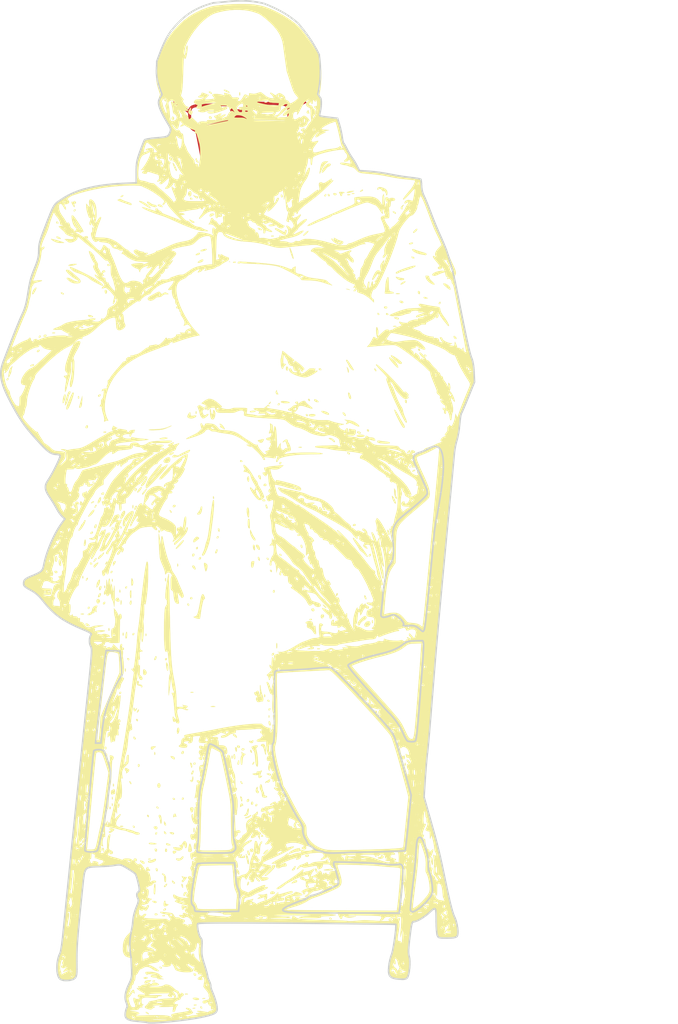
<source format=kicad_pcb>
(kicad_pcb (version 20210228) (generator pcbnew)
  (layers (0 "F.Cu" signal) (31 "B.Cu" signal) (34 "B.Paste" user) (35 "F.Paste" user) (36 "B.SilkS" user "B.Silkscreen") (37 "F.SilkS" user "F.Silkscreen") (38 "B.Mask" user) (39 "F.Mask" user) (44 "Edge.Cuts" user))
  (net 0 "")
  (footprint "LOGO" (layer "F.Cu") (at 0 0)
    (fp_text reference "G***" hide)
    (fp_text value "LOGO" hide)
  )
  (footprint "LOGO" (layer "F.Cu") (at 0 0)
    (fp_text reference "G***" hide)
    (fp_text value "LOGO" hide)
    (fp_poly (pts (xy -19.315564 -22.875563) (xy -19.29066 -22.846425) (xy -19.282075 -22.830671) (xy -19.280814 -22.813263) (xy -19.290092 -22.790125) (xy -19.313124 -22.757181) (xy -19.353123 -22.710354) (xy -19.413305 -22.645567) (xy -19.496885 -22.558746) (xy -19.60457 -22.448375) (xy -19.949583 -22.095648) (xy -22.403201 -21.336) (xy -22.943809 -21.337729) (xy -23.484416 -21.339458) (xy -24.108833 -21.771472) (xy -24.266793 -21.880627) (xy -24.425781 -21.990251) (xy -24.579441 -22.095977) (xy -24.721414 -22.19344) (xy -24.845343 -22.278272) (xy -24.944871 -22.346107) (xy -24.992381 -22.378285) (xy -25.108213 -22.459079) (xy -25.190875 -22.522681) (xy -25.238981 -22.567956) (xy -25.251672 -22.590789) (xy -25.236909 -22.630101) (xy -25.193427 -22.639954) (xy -25.123127 -22.620117) (xy -25.098809 -22.609169) (xy -25.02341 -22.576759) (xy -24.908893 -22.532968) (xy -24.756764 -22.478315) (xy -24.568532 -22.413322) (xy -24.345702 -22.338508) (xy -24.089782 -22.254394) (xy -23.806302 -22.16279) (xy -23.196854 -21.967295) (xy -22.655405 -22.011166) (xy -22.113957 -22.055037) (xy -21.60327 -22.194265) (xy -21.46601 -22.232702) (xy -21.296536 -22.2818) (xy -21.102892 -22.339135) (xy -20.893124 -22.402283) (xy -20.675277 -22.468821) (xy -20.457396 -22.536323) (xy -20.247527 -22.602367) (xy -20.22475 -22.609606) (xy -20.041255 -22.667929) (xy -19.87017 -22.722196) (xy -19.715723 -22.771074) (xy -19.582142 -22.813229) (xy -19.473654 -22.84733) (xy -19.394487 -22.872043) (xy -19.348868 -22.886036) (xy -19.339339 -22.888734) (xy -19.315564 -22.875563)) (layer "F.Cu") (width 0.01) (fill solid))
    (fp_poly (pts (xy -20.398176 -23.8078) (xy -20.104213 -23.805335) (xy -19.888544 -23.802166) (xy -18.959671 -23.786247) (xy -18.974011 -23.614298) (xy -18.982393 -23.532881) (xy -18.991982 -23.46862) (xy -19.001047 -23.43249) (xy -19.0033 -23.428867) (xy -19.025222 -23.418021) (xy -19.082172 -23.392228) (xy -19.170257 -23.35319) (xy -19.285583 -23.302608) (xy -19.424255 -23.242186) (xy -19.582381 -23.173624) (xy -19.756067 -23.098625) (xy -19.928416 -23.024475) (xy -20.838583 -22.633564) (xy -21.822833 -22.608587) (xy -22.142591 -22.600468) (xy -22.422775 -22.593377) (xy -22.666132 -22.587293) (xy -22.875408 -22.582194) (xy -23.053351 -22.578061) (xy -23.202707 -22.574871) (xy -23.326222 -22.572605) (xy -23.426643 -22.571242) (xy -23.506718 -22.570759) (xy -23.569191 -22.571138) (xy -23.616811 -22.572356) (xy -23.652323 -22.574393) (xy -23.678475 -22.577229) (xy -23.698013 -22.580841) (xy -23.713684 -22.585209) (xy -23.728234 -22.590313) (xy -23.738416 -22.594024) (xy -23.785363 -22.609762) (xy -23.864753 -22.635206) (xy -23.968507 -22.667817) (xy -24.088544 -22.705054) (xy -24.214666 -22.743732) (xy -24.364688 -22.79141) (xy -24.508866 -22.840821) (xy -24.641776 -22.889767) (xy -24.757999 -22.936053) (xy -24.852112 -22.977481) (xy -24.918694 -23.011855) (xy -24.952323 -23.036978) (xy -24.955335 -23.043835) (xy -24.936526 -23.06011) (xy -24.883721 -23.090118) (xy -24.802103 -23.131564) (xy -24.696856 -23.182148) (xy -24.573165 -23.239574) (xy -24.436213 -23.301545) (xy -24.291185 -23.365762) (xy -24.143263 -23.429929) (xy -23.997632 -23.491748) (xy -23.859476 -23.548921) (xy -23.733979 -23.599152) (xy -23.626325 -23.640142) (xy -23.547916 -23.66758) (xy -23.293916 -23.750526) (xy -22.055666 -23.784305) (xy -21.672109 -23.794003) (xy -21.322692 -23.801134) (xy -20.999305 -23.805766) (xy -20.693836 -23.807965) (xy -20.398176 -23.8078)) (layer "F.Cu") (width 0.01) (fill solid))
    (fp_poly (pts (xy -26.633358 -27.162148) (xy -26.580991 -27.131264) (xy -26.50498 -27.082089) (xy -26.410538 -27.018044) (xy -26.302875 -26.942545) (xy -26.247665 -26.902975) (xy -26.135166 -26.822176) (xy -26.033388 -26.749821) (xy -25.947595 -26.689592) (xy -25.88305 -26.64517) (xy -25.845016 -26.620236) (xy -25.837807 -26.616301) (xy -25.814814 -26.628167) (xy -25.785808 -26.668536) (xy -25.773369 -26.692834) (xy -25.713876 -26.779895) (xy -25.623544 -26.846197) (xy -25.498968 -26.893847) (xy -25.419686 -26.911923) (xy -25.361797 -26.919359) (xy -25.267558 -26.927283) (xy -25.142949 -26.935481) (xy -24.993948 -26.943735) (xy -24.826533 -26.951828) (xy -24.646682 -26.959544) (xy -24.460373 -26.966666) (xy -24.273586 -26.972976) (xy -24.092298 -26.978259) (xy -23.922488 -26.982297) (xy -23.770133 -26.984873) (xy -23.641214 -26.985771) (xy -23.541707 -26.984773) (xy -23.483206 -26.982155) (xy -23.374171 -26.96553) (xy -23.289967 -26.932854) (xy -23.264085 -26.917199) (xy -23.200428 -26.859274) (xy -23.144522 -26.781078) (xy -23.10563 -26.698033) (xy -23.092833 -26.632096) (xy -23.087892 -26.602036) (xy -23.0649 -26.594661) (xy -23.024041 -26.601737) (xy -22.977978 -26.607341) (xy -22.89955 -26.612028) (xy -22.798723 -26.615385) (xy -22.685464 -26.617) (xy -22.653621 -26.617083) (xy -22.351992 -26.617083) (xy -22.351878 -26.67) (xy -22.332578 -26.79167) (xy -22.27958 -26.902691) (xy -22.199428 -26.994189) (xy -22.09867 -27.057293) (xy -22.054994 -27.072348) (xy -22.011704 -27.077624) (xy -21.931687 -27.081112) (xy -21.820503 -27.082941) (xy -21.683717 -27.083239) (xy -21.52689 -27.082135) (xy -21.355584 -27.079758) (xy -21.175361 -27.076235) (xy -20.991784 -27.071695) (xy -20.810415 -27.066267) (xy -20.636816 -27.06008) (xy -20.476549 -27.053261) (xy -20.335177 -27.045939) (xy -20.218262 -27.038242) (xy -20.131366 -27.0303) (xy -20.108333 -27.027381) (xy -19.939808 -26.991525) (xy -19.808274 -26.936677) (xy -19.712525 -26.862099) (xy -19.651357 -26.767055) (xy -19.641877 -26.74169) (xy -19.620024 -26.675476) (xy -19.181554 -26.915851) (xy -19.056981 -26.983653) (xy -18.944253 -27.044074) (xy -18.848817 -27.09427) (xy -18.776121 -27.131398) (xy -18.731611 -27.152614) (xy -18.720545 -27.15653) (xy -18.69742 -27.139457) (xy -18.66971 -27.097075) (xy -18.665166 -27.087964) (xy -18.632324 -27.019095) (xy -19.113916 -26.755362) (xy -19.595507 -26.491629) (xy -19.608319 -26.385023) (xy -19.61409 -26.315083) (xy -19.618556 -26.219338) (xy -19.621034 -26.11431) (xy -19.621316 -26.072041) (xy -19.6215 -25.865666) (xy -19.32776 -25.865666) (xy -19.316541 -25.775708) (xy -19.312373 -25.730862) (xy -19.306346 -25.650316) (xy -19.298891 -25.540644) (xy -19.290442 -25.408418) (xy -19.281431 -25.26021) (xy -19.272437 -25.105219) (xy -19.239554 -24.524688) (xy -19.092905 -24.269136) (xy -19.032595 -24.160462) (xy -18.991641 -24.078743) (xy -18.971346 -24.026811) (xy -18.972719 -24.007556) (xy -18.999412 -24.010421) (xy -19.062043 -24.021451) (xy -19.155237 -24.039568) (xy -19.273622 -24.063691) (xy -19.411824 -24.092741) (xy -19.564469 -24.125638) (xy -19.611966 -24.136027) (xy -20.22475 -24.270524) (xy -21.791459 -24.235325) (xy -23.358169 -24.200126) (xy -24.179912 -23.815813) (xy -24.353842 -23.734621) (xy -24.515887 -23.65927) (xy -24.662038 -23.591601) (xy -24.788286 -23.533459) (xy -24.890623 -23.486685) (xy -24.965041 -23.453123) (xy -25.007529 -23.434613) (xy -25.016012 -23.4315) (xy -25.023026 -23.45156) (xy -25.036911 -23.508763) (xy -25.05673 -23.598644) (xy -25.081551 -23.716739) (xy -25.11044 -23.858583) (xy -25.142461 -24.019711) (xy -25.176681 -24.195658) (xy -25.18541 -24.241125) (xy -25.220624 -24.424798) (xy -25.254076 -24.598878) (xy -25.284762 -24.758167) (xy -25.311676 -24.897468) (xy -25.333815 -25.011581) (xy -25.350174 -25.095308) (xy -25.359749 -25.143453) (xy -25.360555 -25.147369) (xy -25.37797 -25.210251) (xy -25.403612 -25.245694) (xy -25.448477 -25.268503) (xy -25.451265 -25.26952) (xy -25.578144 -25.335168) (xy -25.682148 -25.428902) (xy -25.751553 -25.536666) (xy -25.770794 -25.582625) (xy -25.785276 -25.629706) (xy -25.7961 -25.685804) (xy -25.804367 -25.758813) (xy -25.811179 -25.856626) (xy -25.817637 -25.987137) (xy -25.819113 -26.02088) (xy -25.824844 -26.141679) (xy -25.830831 -26.247007) (xy -25.831543 -26.25725) (xy -25.657493 -26.25725) (xy -25.653896 -26.068139) (xy -25.64748 -25.916115) (xy -25.637272 -25.795974) (xy -25.622296 -25.702508) (xy -25.601578 -25.630514) (xy -25.574143 -25.574784) (xy -25.539018 -25.530113) (xy -25.51754 -25.509659) (xy -25.447164 -25.447868) (xy -25.111374 -25.540963) (xy -24.996636 -25.572306) (xy -24.850852 -25.61141) (xy -24.684014 -25.655637) (xy -24.506112 -25.702349) (xy -24.327137 -25.748907) (xy -24.1935 -25.783346) (xy -24.038268 -25.824066) (xy -23.892519 -25.864008) (xy -23.762475 -25.901332) (xy -23.654356 -25.934202) (xy -23.574386 -25.960778) (xy -23.528786 -25.979223) (xy -23.52675 -25.980326) (xy -23.456954 -26.020451) (xy -23.376277 -26.06795) (xy -23.339958 -26.089717) (xy -23.283655 -26.123733) (xy -22.209938 -26.123733) (xy -22.12999 -26.052908) (xy -22.076273 -26.007304) (xy -22.030761 -25.972016) (xy -22.015812 -25.962018) (xy -21.988048 -25.957227) (xy -21.922758 -25.951652) (xy -21.824743 -25.945473) (xy -21.6988 -25.938871) (xy -21.549727 -25.932025) (xy -21.382322 -25.925115) (xy -21.201384 -25.918321) (xy -21.01171 -25.911824) (xy -20.818099 -25.905802) (xy -20.625348 -25.900436) (xy -20.438257 -25.895906) (xy -20.261622 -25.892391) (xy -20.100243 -25.890072) (xy -20.095724 -25.890023) (xy -19.797365 -25.886833) (xy -19.78478 -26.225224) (xy -19.780489 -26.387014) (xy -19.781886 -26.512586) (xy -19.790089 -26.607807) (xy -19.806213 -26.678545) (xy -19.831374 -26.730669) (xy -19.866689 -26.770045) (xy -19.89207 -26.789224) (xy -19.927315 -26.808679) (xy -19.973443 -26.825506) (xy -20.033999 -26.840033) (xy -20.112526 -26.852593) (xy -20.21257 -26.863515) (xy -20.337673 -26.87313) (xy -20.49138 -26.881768) (xy -20.677235 -26.889761) (xy -20.898782 -26.897438) (xy -21.124333 -26.904146) (xy -21.340694 -26.909975) (xy -21.518819 -26.914125) (xy -21.662773 -26.916573) (xy -21.776622 -26.917295) (xy -21.864431 -26.916269) (xy -21.930265 -26.913472) (xy -21.97819 -26.908881) (xy -22.012269 -26.902473) (xy -22.023916 -26.899075) (xy -22.076679 -26.876079) (xy -22.116692 -26.842719) (xy -22.146086 -26.793074) (xy -22.166995 -26.721224) (xy -22.181552 -26.621247) (xy -22.191889 -26.487225) (xy -22.195292 -26.423325) (xy -22.209938 -26.123733) (xy -23.283655 -26.123733) (xy -23.237833 -26.151416) (xy -23.248192 -26.38818) (xy -23.249737 -26.412492) (xy -23.071666 -26.412492) (xy -23.071666 -26.228455) (xy -23.003015 -26.248144) (xy -22.89011 -26.264526) (xy -22.748512 -26.258744) (xy -22.585371 -26.231158) (xy -22.563666 -26.226158) (xy -22.485837 -26.207875) (xy -22.424268 -26.193712) (xy -22.390347 -26.186283) (xy -22.387985 -26.185851) (xy -22.379891 -26.203447) (xy -22.376336 -26.251779) (xy -22.377402 -26.304007) (xy -22.382995 -26.373628) (xy -22.393782 -26.412386) (xy -22.414781 -26.431752) (xy -22.436666 -26.43948) (xy -22.498742 -26.449206) (xy -22.589521 -26.454524) (xy -22.695615 -26.45554) (xy -22.803635 -26.452355) (xy -22.900193 -26.445072) (xy -22.964791 -26.435413) (xy -23.071666 -26.412492) (xy -23.249737 -26.412492) (xy -23.256511 -26.519058) (xy -23.270064 -26.615312) (xy -23.291533 -26.684576) (xy -23.323597 -26.734481) (xy -23.368937 -26.772661) (xy -23.387179 -26.783935) (xy -23.405788 -26.794152) (xy -23.425813 -26.802413) (xy -23.451329 -26.808783) (xy -23.486414 -26.813324) (xy -23.535144 -26.816102) (xy -23.601593 -26.817181) (xy -23.689838 -26.816624) (xy -23.803956 -26.814496) (xy -23.948021 -26.810861) (xy -24.126111 -26.805783) (xy -24.342302 -26.799327) (xy -24.350262 -26.799087) (xy -24.545269 -26.792792) (xy -24.731108 -26.785992) (xy -24.902623 -26.778932) (xy -25.05466 -26.77186) (xy -25.18206 -26.765022) (xy -25.27967 -26.758666) (xy -25.342331 -26.753037) (xy -25.357239 -26.750904) (xy -25.461096 -26.727489) (xy -25.538556 -26.696796) (xy -25.59325 -26.652854) (xy -25.628813 -26.58969) (xy -25.648875 -26.501332) (xy -25.65707 -26.381809) (xy -25.657493 -26.25725) (xy -25.831543 -26.25725) (xy -25.836599 -26.329909) (xy -25.841673 -26.383431) (xy -25.845112 -26.400656) (xy -25.864399 -26.414721) (xy -25.913335 -26.449951) (xy -25.987121 -26.502906) (xy -26.08096 -26.570145) (xy -26.190051 -26.648227) (xy -26.278416 -26.71142) (xy -26.396468 -26.795969) (xy -26.503449 -26.872888) (xy -26.59441 -26.938592) (xy -26.664402 -26.989499) (xy -26.708476 -27.022027) (xy -26.72143 -27.0321) (xy -26.726114 -27.061053) (xy -26.71134 -27.105344) (xy -26.684987 -27.147986) (xy -26.656867 -27.171324) (xy -26.633358 -27.162148)) (layer "F.Cu") (width 0.01) (fill solid))
  )
  (footprint "LOGO" (layer "F.Cu") (at 0 0)
    (fp_text reference "G***" hide)
    (fp_text value "LOGO" hide)
  )
  (footprint "LOGO" (layer "F.Cu") (at 0 0)
    (fp_text reference "G***" hide)
    (fp_text value "LOGO" hide)
  )
  (footprint "LOGO" (layer "F.Cu") (at 0 0)
    (fp_text reference "G***" hide)
    (fp_text value "LOGO" hide)
  )
  (footprint "LOGO" (layer "F.Cu") (at 0 0)
    (fp_text reference "G***" hide)
    (fp_text value "LOGO" hide)
  )
  (gr_line (start -10.3697 19.3725) (end -10.4715 18.9135) (layer "Edge.Cuts") (width 0.1))
  (gr_line (start -36.2207 -8.0159) (end -36.0873 -7.7996) (layer "Edge.Cuts") (width 0.1))
  (gr_line (start -30.4451 -22.064) (end -30.7233 -22.0366) (layer "Edge.Cuts") (width 0.1))
  (gr_line (start -15.2544 6.8432) (end -14.9401 6.746) (layer "Edge.Cuts") (width 0.1))
  (gr_line (start -13.1149 10.715) (end -13.2385 10.5483) (layer "Edge.Cuts") (width 0.1))
  (gr_line (start -36.7644 -9.0026) (end -36.6433 -8.7692) (layer "Edge.Cuts") (width 0.1))
  (gr_line (start -13.3212 0.1208) (end -13.3358 -0.1229) (layer "Edge.Cuts") (width 0.1))
  (gr_line (start -16.5934 7.8544) (end -16.1502 8.3061) (layer "Edge.Cuts") (width 0.1))
  (gr_line (start -14.4287 9.2227) (end -14.6937 8.9347) (layer "Edge.Cuts") (width 0.1))
  (gr_line (start -10.8259 22.0583) (end -10.7993 22.0646) (layer "Edge.Cuts") (width 0.1))
  (gr_line (start -24.3096 28.4725) (end -24.2577 28.4477) (layer "Edge.Cuts") (width 0.1))
  (gr_line (start -11.856 -5.6811) (end -11.7763 -5.7109) (layer "Edge.Cuts") (width 0.1))
  (gr_line (start -13.9661 2.8399) (end -13.937 2.6218) (layer "Edge.Cuts") (width 0.1))
  (gr_line (start -22.7017 21.1663) (end -22.6962 21.2623) (layer "Edge.Cuts") (width 0.1))
  (gr_line (start -10.122 20.556) (end -10.3697 19.3725) (layer "Edge.Cuts") (width 0.1))
  (gr_line (start -25.2817 22.2222) (end -25.3662 22.2147) (layer "Edge.Cuts") (width 0.1))
  (gr_line (start -27.423 -26.3767) (end -27.3243 -26.1877) (layer "Edge.Cuts") (width 0.1))
  (gr_line (start -13.9841 3.0906) (end -13.9781 2.9753) (layer "Edge.Cuts") (width 0.1))
  (gr_line (start -23.2244 -33.1982) (end -23.5804 -33.1659) (layer "Edge.Cuts") (width 0.1))
  (gr_line (start -29.8585 -22.1028) (end -30.1568 -22.086) (layer "Edge.Cuts") (width 0.1))
  (gr_line (start -9.4407 23.7056) (end -9.4249 23.6605) (layer "Edge.Cuts") (width 0.1))
  (gr_line (start -31.3298 18.4386) (end -31.3491 18.489) (layer "Edge.Cuts") (width 0.1))
  (gr_line (start -25.5718 20.7728) (end -25.5259 20.4713) (layer "Edge.Cuts") (width 0.1))
  (gr_line (start -16.9682 19.313) (end -16.9667 19.2842) (layer "Edge.Cuts") (width 0.1))
  (gr_line (start -30.6712 14.8967) (end -30.7344 15.3722) (layer "Edge.Cuts") (width 0.1))
  (gr_line (start -24.0704 28.1937) (end -24.0686 28.1506) (layer "Edge.Cuts") (width 0.1))
  (gr_line (start -20.0343 22.0669) (end -19.9917 22.029) (layer "Edge.Cuts") (width 0.1))
  (gr_line (start -28.9768 -23.281) (end -28.9888 -23.1361) (layer "Edge.Cuts") (width 0.1))
  (gr_line (start -27.7609 -28.7838) (end -27.7516 -28.6739) (layer "Edge.Cuts") (width 0.1))
  (gr_line (start -33.8868 -4.8949) (end -34.0086 -4.6557) (layer "Edge.Cuts") (width 0.1))
  (gr_line (start -13.2644 19.3767) (end -13.1832 19.3724) (layer "Edge.Cuts") (width 0.1))
  (gr_line (start -31.8315 5.8969) (end -31.8087 5.9846) (layer "Edge.Cuts") (width 0.1))
  (gr_line (start -25.4179 19.8699) (end -25.3645 19.6174) (layer "Edge.Cuts") (width 0.1))
  (gr_line (start -12.5694 26.3208) (end -12.532 26.2987) (layer "Edge.Cuts") (width 0.1))
  (gr_line (start -24.5614 12.0775) (end -24.5486 12.058) (layer "Edge.Cuts") (width 0.1))
  (gr_line (start -30.5965 13.5184) (end -30.577 13.6305) (layer "Edge.Cuts") (width 0.1))
  (gr_line (start -25.4341 22.1406) (end -25.4439 22.0947) (layer "Edge.Cuts") (width 0.1))
  (gr_line (start -34.333 3.7191) (end -34.2074 3.85) (layer "Edge.Cuts") (width 0.1))
  (gr_line (start -33.3719 26.4241) (end -33.3072 26.4291) (layer "Edge.Cuts") (width 0.1))
  (gr_line (start -25.3645 19.6174) (end -25.3168 19.4287) (layer "Edge.Cuts") (width 0.1))
  (gr_line (start -13.4458 24.8646) (end -13.4701 24.9275) (layer "Edge.Cuts") (width 0.1))
  (gr_line (start -25.0761 22.9419) (end -24.9465 22.9344) (layer "Edge.Cuts") (width 0.1))
  (gr_line (start -29.4521 28.8148) (end -29.3882 28.8374) (layer "Edge.Cuts") (width 0.1))
  (gr_line (start -24.4611 26.7292) (end -24.4644 26.6984) (layer "Edge.Cuts") (width 0.1))
  (gr_line (start -11.6238 -22.11) (end -11.6353 -22.2296) (layer "Edge.Cuts") (width 0.1))
  (gr_line (start -31.7425 6.1283) (end -31.7307 6.1711) (layer "Edge.Cuts") (width 0.1))
  (gr_line (start -11.6599 -22.3466) (end -11.6689 -22.3627) (layer "Edge.Cuts") (width 0.1))
  (gr_line (start -10.8252 -0.9587) (end -11.1766 2.7369) (layer "Edge.Cuts") (width 0.1))
  (gr_line (start -27.7122 -28.4258) (end -27.6801 -28.2843) (layer "Edge.Cuts") (width 0.1))
  (gr_line (start -18.7954 -31.4425) (end -18.9606 -31.6495) (layer "Edge.Cuts") (width 0.1))
  (gr_line (start -11.8244 10.636) (end -11.87 11.1243) (layer "Edge.Cuts") (width 0.1))
  (gr_line (start -10.3539 -5.6334) (end -10.3231 -5.4863) (layer "Edge.Cuts") (width 0.1))
  (gr_line (start -12.896 -22.5519) (end -13.2254 -22.6081) (layer "Edge.Cuts") (width 0.1))
  (gr_line (start -25.0056 23.9487) (end -25.0214 23.901) (layer "Edge.Cuts") (width 0.1))
  (gr_line (start -17.7357 -27.1866) (end -17.7445 -27.235) (layer "Edge.Cuts") (width 0.1))
  (gr_line (start -31.5522 12.4162) (end -31.5236 12.4021) (layer "Edge.Cuts") (width 0.1))
  (gr_line (start -11.9083 11.4645) (end -11.9417 11.6819) (layer "Edge.Cuts") (width 0.1))
  (gr_line (start -18.6319 -31.2281) (end -18.7954 -31.4425) (layer "Edge.Cuts") (width 0.1))
  (gr_line (start -10.6833 23.5527) (end -10.6711 23.6228) (layer "Edge.Cuts") (width 0.1))
  (gr_line (start -16.3251 -24.5055) (end -16.3434 -24.5298) (layer "Edge.Cuts") (width 0.1))
  (gr_line (start -12.624 5.8656) (end -12.5611 5.8287) (layer "Edge.Cuts") (width 0.1))
  (gr_line (start -25.2749 18.6045) (end -25.2844 18.5962) (layer "Edge.Cuts") (width 0.1))
  (gr_line (start -20.3609 14.0516) (end -20.4266 13.819) (layer "Edge.Cuts") (width 0.1))
  (gr_line (start -33.5303 4.4035) (end -33.3756 4.501) (layer "Edge.Cuts") (width 0.1))
  (gr_line (start -32.9797 -21.4628) (end -33.1562 -21.3746) (layer "Edge.Cuts") (width 0.1))
  (gr_line (start -9.4379 -6.5561) (end -9.4128 -6.6594) (layer "Edge.Cuts") (width 0.1))
  (gr_line (start -17.2524 7.3662) (end -17.1815 7.371) (layer "Edge.Cuts") (width 0.1))
  (gr_line (start -24.2353 27.4312) (end -24.2997 27.2594) (layer "Edge.Cuts") (width 0.1))
  (gr_line (start -22.7139 21.0811) (end -22.7017 21.1663) (layer "Edge.Cuts") (width 0.1))
  (gr_line (start -35.8524 2.2093) (end -35.8559 2.2464) (layer "Edge.Cuts") (width 0.1))
  (gr_line (start -28.8618 21.5633) (end -28.8693 21.6202) (layer "Edge.Cuts") (width 0.1))
  (gr_line (start -27.6366 -27.0383) (end -27.6346 -26.9896) (layer "Edge.Cuts") (width 0.1))
  (gr_line (start -33.8317 -5.6086) (end -33.7655 -5.6018) (layer "Edge.Cuts") (width 0.1))
  (gr_line (start -37.245 -10.5561) (end -37.242 -10.414) (layer "Edge.Cuts") (width 0.1))
  (gr_line (start -9.9661 21.2825) (end -10.122 20.556) (layer "Edge.Cuts") (width 0.1))
  (gr_line (start -34.0659 -20.6358) (end -34.1161 -20.535) (layer "Edge.Cuts") (width 0.1))
  (gr_line (start -34.5 -3.7811) (end -34.5153 -3.7242) (layer "Edge.Cuts") (width 0.1))
  (gr_line (start -19.4647 7.5181) (end -19.0363 7.494) (layer "Edge.Cuts") (width 0.1))
  (gr_line (start -12.838 19.3805) (end -12.8056 19.4129) (layer "Edge.Cuts") (width 0.1))
  (gr_line (start -33.6684 -21.0595) (end -33.7431 -21.0081) (layer "Edge.Cuts") (width 0.1))
  (gr_line (start -17.7445 -27.235) (end -17.756 -27.2756) (layer "Edge.Cuts") (width 0.1))
  (gr_line (start -8.3893 -10.0193) (end -8.4191 -10.6162) (layer "Edge.Cuts") (width 0.1))
  (gr_line (start -25.1913 17.4103) (end -25.1921 17.2438) (layer "Edge.Cuts") (width 0.1))
  (gr_line (start -11.5311 -21.4951) (end -11.5549 -21.5698) (layer "Edge.Cuts") (width 0.1))
  (gr_line (start -30.9558 19.4779) (end -30.6848 19.4594) (layer "Edge.Cuts") (width 0.1))
  (gr_line (start -24.4408 26.8962) (end -24.4589 26.813) (layer "Edge.Cuts") (width 0.1))
  (gr_line (start -25.4018 22.2059) (end -25.4018 22.2059) (layer "Edge.Cuts") (width 0.1))
  (gr_line (start -29.2801 25.655) (end -29.2728 25.8427) (layer "Edge.Cuts") (width 0.1))
  (gr_line (start -11.5143 22.5853) (end -11.3774 22.4885) (layer "Edge.Cuts") (width 0.1))
  (gr_line (start -18.814 17.5308) (end -18.8323 17.4591) (layer "Edge.Cuts") (width 0.1))
  (gr_line (start -10.6106 23.7657) (end -10.5951 23.782) (layer "Edge.Cuts") (width 0.1))
  (gr_line (start -11.398 -21.198) (end -11.4739 -21.3612) (layer "Edge.Cuts") (width 0.1))
  (gr_line (start -22.934 18.3556) (end -22.9403 18.4045) (layer "Edge.Cuts") (width 0.1))
  (gr_line (start -34.2074 3.85) (end -34.0806 3.9728) (layer "Edge.Cuts") (width 0.1))
  (gr_line (start -23.0907 18.5908) (end -23.118 18.6058) (layer "Edge.Cuts") (width 0.1))
  (gr_line (start -31.7861 14.4108) (end -31.6956 13.448) (layer "Edge.Cuts") (width 0.1))
  (gr_line (start -23.8424 12.3884) (end -23.764 12.4628) (layer "Edge.Cuts") (width 0.1))
  (gr_line (start -11.8502 4.9376) (end -11.8502 4.9376) (layer "Edge.Cuts") (width 0.1))
  (gr_line (start -36.6904 -12.3144) (end -37.095 -11.26) (layer "Edge.Cuts") (width 0.1))
  (gr_line (start -13.3711 -0.889) (end -13.3473 -1.0261) (layer "Edge.Cuts") (width 0.1))
  (gr_line (start -17.7387 -26.7887) (end -17.7282 -26.9349) (layer "Edge.Cuts") (width 0.1))
  (gr_line (start -34.3531 0.1785) (end -34.4147 0.3514) (layer "Edge.Cuts") (width 0.1))
  (gr_line (start -29.2703 25.9944) (end -29.2741 26.1185) (layer "Edge.Cuts") (width 0.1))
  (gr_line (start -13.0061 26.3408) (end -12.806 26.3536) (layer "Edge.Cuts") (width 0.1))
  (gr_line (start -23.9334 -33.1315) (end -24.2893 -33.1029) (layer "Edge.Cuts") (width 0.1))
  (gr_line (start -11.5032 5.86) (end -11.4939 5.9891) (layer "Edge.Cuts") (width 0.1))
  (gr_line (start -28.8054 20.9381) (end -28.8169 20.975) (layer "Edge.Cuts") (width 0.1))
  (gr_line (start -10.673 18.0855) (end -10.7896 17.6466) (layer "Edge.Cuts") (width 0.1))
  (gr_line (start -18.8453 17.1633) (end -18.8508 17.123) (layer "Edge.Cuts") (width 0.1))
  (gr_line (start -15.0795 9.4359) (end -14.5328 10.0285) (layer "Edge.Cuts") (width 0.1))
  (gr_line (start -23.1037 15.5523) (end -23.0899 15.7032) (layer "Edge.Cuts") (width 0.1))
  (gr_line (start -22.9536 19.771) (end -22.9398 19.946) (layer "Edge.Cuts") (width 0.1))
  (gr_line (start -34.5153 -3.7242) (end -34.5243 -3.6673) (layer "Edge.Cuts") (width 0.1))
  (gr_line (start -27.6346 -26.9896) (end -27.6286 -26.9377) (layer "Edge.Cuts") (width 0.1))
  (gr_line (start -25.1094 14.8278) (end -25.0625 14.5503) (layer "Edge.Cuts") (width 0.1))
  (gr_line (start -12.2689 22.1871) (end -12.2912 22.148) (layer "Edge.Cuts") (width 0.1))
  (gr_line (start -29.3882 24.3163) (end -29.3814 24.4808) (layer "Edge.Cuts") (width 0.1))
  (gr_line (start -14.0522 4.2706) (end -14.0728 4.2445) (layer "Edge.Cuts") (width 0.1))
  (gr_line (start -26.9024 -25.3727) (end -26.9082 -25.3203) (layer "Edge.Cuts") (width 0.1))
  (gr_line (start -28.9323 21.1071) (end -28.9506 21.1545) (layer "Edge.Cuts") (width 0.1))
  (gr_line (start -13.3351 0.5369) (end -13.3263 0.4414) (layer "Edge.Cuts") (width 0.1))
  (gr_line (start -29.5905 28.7263) (end -29.5529 28.7594) (layer "Edge.Cuts") (width 0.1))
  (gr_line (start -13.427 4.1786) (end -13.5817 4.2358) (layer "Edge.Cuts") (width 0.1))
  (gr_line (start -16.7454 20.0778) (end -16.779 19.9595) (layer "Edge.Cuts") (width 0.1))
  (gr_line (start -16.0077 7.1511) (end -15.9426 7.1135) (layer "Edge.Cuts") (width 0.1))
  (gr_line (start -25.473 20.1624) (end -25.4179 19.8699) (layer "Edge.Cuts") (width 0.1))
  (gr_line (start -9.3233 -7.1718) (end -9.2955 -7.4325) (layer "Edge.Cuts") (width 0.1))
  (gr_line (start -13.9843 4.3036) (end -14.0229 4.2891) (layer "Edge.Cuts") (width 0.1))
  (gr_line (start -23.7374 12.4954) (end -23.7211 12.524) (layer "Edge.Cuts") (width 0.1))
  (gr_line (start -22.1301 22.918) (end -19.2048 22.9371) (layer "Edge.Cuts") (width 0.1))
  (gr_line (start -34.5643 -19.4207) (end -34.6713 -19.1422) (layer "Edge.Cuts") (width 0.1))
  (gr_line (start -23.121 15.4134) (end -23.1037 15.5523) (layer "Edge.Cuts") (width 0.1))
  (gr_line (start -35.5636 1.8816) (end -35.6441 1.9232) (layer "Edge.Cuts") (width 0.1))
  (gr_line (start -16.9401 18.6718) (end -17.1925 18.6705) (layer "Edge.Cuts") (width 0.1))
  (gr_line (start -18.2484 18.338) (end -18.4126 18.2267) (layer "Edge.Cuts") (width 0.1))
  (gr_line (start -31.1884 12.3725) (end -31.0919 12.3903) (layer "Edge.Cuts") (width 0.1))
  (gr_line (start -27.0806 -25.0005) (end -27.1147 -24.9807) (layer "Edge.Cuts") (width 0.1))
  (gr_line (start -20.6336 11.9296) (end -20.6156 11.8268) (layer "Edge.Cuts") (width 0.1))
  (gr_line (start -20.068 22.1323) (end -20.066 22.1172) (layer "Edge.Cuts") (width 0.1))
  (gr_line (start -18.7788 21.5047) (end -18.762 21.5027) (layer "Edge.Cuts") (width 0.1))
  (gr_line (start -14.9668 22.9782) (end -13.6713 22.997) (layer "Edge.Cuts") (width 0.1))
  (gr_line (start -32.7407 26.2917) (end -32.6991 26.2453) (layer "Edge.Cuts") (width 0.1))
  (gr_line (start -17.7974 -29.4096) (end -17.8227 -29.6859) (layer "Edge.Cuts") (width 0.1))
  (gr_line (start -30.5697 13.9749) (end -30.5812 14.1168) (layer "Edge.Cuts") (width 0.1))
  (gr_line (start -12.2467 5.757) (end -12.0933 5.747) (layer "Edge.Cuts") (width 0.1))
  (gr_line (start -29.515 26.8023) (end -29.579 26.9675) (layer "Edge.Cuts") (width 0.1))
  (gr_line (start -11.5464 -2.8852) (end -11.4361 -2.995) (layer "Edge.Cuts") (width 0.1))
  (gr_line (start -29.4338 26.6264) (end -29.515 26.8023) (layer "Edge.Cuts") (width 0.1))
  (gr_line (start -14.0851 4.2079) (end -14.0899 4.1572) (layer "Edge.Cuts") (width 0.1))
  (gr_line (start -18.7491 17.7191) (end -18.7869 17.6166) (layer "Edge.Cuts") (width 0.1))
  (gr_line (start -24.8963 25.2846) (end -24.9387 25.1362) (layer "Edge.Cuts") (width 0.1))
  (gr_line (start -9.8347 -17.1976) (end -9.9104 -17.4553) (layer "Edge.Cuts") (width 0.1))
  (gr_line (start -34.9347 -17.8938) (end -34.9427 -17.7743) (layer "Edge.Cuts") (width 0.1))
  (gr_line (start -13.321 0.3404) (end -13.3212 0.1208) (layer "Edge.Cuts") (width 0.1))
  (gr_line (start -32.1031 18.5333) (end -32.1179 18.5133) (layer "Edge.Cuts") (width 0.1))
  (gr_line (start -35.1605 1.7112) (end -35.3475 1.7884) (layer "Edge.Cuts") (width 0.1))
  (gr_line (start -11.3541 -3.0857) (end -11.3005 -3.1572) (layer "Edge.Cuts") (width 0.1))
  (gr_line (start -16.8209 20.6579) (end -16.7628 20.6216) (layer "Edge.Cuts") (width 0.1))
  (gr_line (start -11.6414 21.9441) (end -11.767 22.0414) (layer "Edge.Cuts") (width 0.1))
  (gr_line (start -17.803 18.5493) (end -17.8915 18.53) (layer "Edge.Cuts") (width 0.1))
  (gr_line (start -18.623 17.9327) (end -18.7491 17.7191) (layer "Edge.Cuts") (width 0.1))
  (gr_line (start -34.1082 -5.6502) (end -34.0415 -5.6302) (layer "Edge.Cuts") (width 0.1))
  (gr_line (start -32.6173 25.2471) (end -32.6176 24.9315) (layer "Edge.Cuts") (width 0.1))
  (gr_line (start -16.8101 19.853) (end -16.8329 19.7657) (layer "Edge.Cuts") (width 0.1))
  (gr_line (start -11.8273 17.7713) (end -11.8047 17.7435) (layer "Edge.Cuts") (width 0.1))
  (gr_line (start -8.9353 -12.9631) (end -9.0924 -13.7334) (layer "Edge.Cuts") (width 0.1))
  (gr_line (start -25.2051 16.8821) (end -25.2159 16.554) (layer "Edge.Cuts") (width 0.1))
  (gr_line (start -13.5817 25.3775) (end -13.6083 25.5667) (layer "Edge.Cuts") (width 0.1))
  (gr_line (start -20.229 14.4595) (end -20.2945 14.2669) (layer "Edge.Cuts") (width 0.1))
  (gr_line (start -17.7308 18.5629) (end -17.803 18.5493) (layer "Edge.Cuts") (width 0.1))
  (gr_line (start -16.0656 7.3138) (end -16.088 7.2699) (layer "Edge.Cuts") (width 0.1))
  (gr_line (start -31.7339 5.3516) (end -31.7392 5.3614) (layer "Edge.Cuts") (width 0.1))
  (gr_line (start -12.085 20.0417) (end -12.0241 19.4566) (layer "Edge.Cuts") (width 0.1))
  (gr_line (start -11.685 -5.741) (end -11.5501 -5.7911) (layer "Edge.Cuts") (width 0.1))
  (gr_line (start -35.714 -14.7796) (end -35.7501 -14.6452) (layer "Edge.Cuts") (width 0.1))
  (gr_line (start -11.2018 19.1595) (end -11.196 19.2618) (layer "Edge.Cuts") (width 0.1))
  (gr_line (start -24.1934 18.6673) (end -24.6429 18.6625) (layer "Edge.Cuts") (width 0.1))
  (gr_line (start -33.0355 4.69) (end -32.8475 4.784) (layer "Edge.Cuts") (width 0.1))
  (gr_line (start -20.6156 11.8268) (end -20.6013 11.6613) (layer "Edge.Cuts") (width 0.1))
  (gr_line (start -11.2526 12.5319) (end -11.2087 12.1135) (layer "Edge.Cuts") (width 0.1))
  (gr_line (start -11.6178 -21.9721) (end -11.6238 -22.11) (layer "Edge.Cuts") (width 0.1))
  (gr_line (start -31.0076 10.7424) (end -30.965 10.4927) (layer "Edge.Cuts") (width 0.1))
  (gr_line (start -24.9387 25.1362) (end -24.9701 25.0055) (layer "Edge.Cuts") (width 0.1))
  (gr_line (start -16.9577 19.3817) (end -16.9627 19.3614) (layer "Edge.Cuts") (width 0.1))
  (gr_line (start -19.7848 -32.3513) (end -19.9154 -32.4343) (layer "Edge.Cuts") (width 0.1))
  (gr_line (start -32.6015 -21.6223) (end -32.795 -21.5453) (layer "Edge.Cuts") (width 0.1))
  (gr_line (start -13.9549 6.4908) (end -13.71 6.4233) (layer "Edge.Cuts") (width 0.1))
  (gr_line (start -11.5078 6.4712) (end -11.5318 6.8605) (layer "Edge.Cuts") (width 0.1))
  (gr_line (start -17.8645 -27.89) (end -17.838 -28.0562) (layer "Edge.Cuts") (width 0.1))
  (gr_line (start -26.8578 -31.4124) (end -26.9383 -31.3007) (layer "Edge.Cuts") (width 0.1))
  (gr_line (start -11.4652 15.2513) (end -11.3912 14.1237) (layer "Edge.Cuts") (width 0.1))
  (gr_line (start -27.4384 -27.5649) (end -27.4384 -27.5649) (layer "Edge.Cuts") (width 0.1))
  (gr_line (start -33.8087 -20.9587) (end -33.8674 -20.9083) (layer "Edge.Cuts") (width 0.1))
  (gr_line (start -33.9191 -2.4394) (end -33.8384 -2.2923) (layer "Edge.Cuts") (width 0.1))
  (gr_line (start -29.3697 19.7078) (end -29.22 19.8068) (layer "Edge.Cuts") (width 0.1))
  (gr_line (start -24.5708 19.2689) (end -24.1263 19.2641) (layer "Edge.Cuts") (width 0.1))
  (gr_line (start -12.5276 -2.0454) (end -12.2643 -2.2587) (layer "Edge.Cuts") (width 0.1))
  (gr_line (start -29.6246 27.7151) (end -29.6035 27.7717) (layer "Edge.Cuts") (width 0.1))
  (gr_line (start -24.9325 19.2822) (end -24.5708 19.2689) (layer "Edge.Cuts") (width 0.1))
  (gr_line (start -13.3511 24.4803) (end -13.4012 24.7169) (layer "Edge.Cuts") (width 0.1))
  (gr_line (start -11.9784 18.951) (end -11.9546 18.5915) (layer "Edge.Cuts") (width 0.1))
  (gr_line (start -34.9572 -17.6599) (end -34.9798 -17.5454) (layer "Edge.Cuts") (width 0.1))
  (gr_line (start -12.7803 19.4588) (end -12.7615 19.5197) (layer "Edge.Cuts") (width 0.1))
  (gr_line (start -13.4012 24.7169) (end -13.4243 24.8039) (layer "Edge.Cuts") (width 0.1))
  (gr_line (start -12.0917 22.2334) (end -12.1295 22.2449) (layer "Edge.Cuts") (width 0.1))
  (gr_line (start -19.4261 16.0713) (end -19.572 15.8009) (layer "Edge.Cuts") (width 0.1))
  (gr_line (start -20.656 12.8115) (end -20.6941 12.5969) (layer "Edge.Cuts") (width 0.1))
  (gr_line (start -24.9701 25.0055) (end -24.9919 24.8865) (layer "Edge.Cuts") (width 0.1))
  (gr_line (start -35.7824 2.4311) (end -35.7514 2.4602) (layer "Edge.Cuts") (width 0.1))
  (gr_line (start -8.4191 -10.6162) (end -8.4281 -10.7611) (layer "Edge.Cuts") (width 0.1))
  (gr_line (start -20.0395 7.5466) (end -19.9227 7.5456) (layer "Edge.Cuts") (width 0.1))
  (gr_line (start -13.2011 11.772) (end -13.15 11.9182) (layer "Edge.Cuts") (width 0.1))
  (gr_line (start -29.6256 27.123) (end -29.6552 27.2691) (layer "Edge.Cuts") (width 0.1))
  (gr_line (start -11.9413 18.3433) (end -11.9225 18.139) (layer "Edge.Cuts") (width 0.1))
  (gr_line (start -10.9448 20.9283) (end -10.9473 20.995) (layer "Edge.Cuts") (width 0.1))
  (gr_line (start -11.4336 5.0005) (end -11.4519 5.0707) (layer "Edge.Cuts") (width 0.1))
  (gr_line (start -29.3664 24.6573) (end -29.3421 24.846) (layer "Edge.Cuts") (width 0.1))
  (gr_line (start -33.8166 4.1984) (end -33.677 4.303) (layer "Edge.Cuts") (width 0.1))
  (gr_line (start -30.6264 13.3956) (end -30.5965 13.5184) (layer "Edge.Cuts") (width 0.1))
  (gr_line (start -34.4511 -3.8967) (end -34.4784 -3.8385) (layer "Edge.Cuts") (width 0.1))
  (gr_line (start -11.2557 18.8008) (end -11.2321 18.9266) (layer "Edge.Cuts") (width 0.1))
  (gr_line (start -9.195 -8.0958) (end -9.1449 -8.1948) (layer "Edge.Cuts") (width 0.1))
  (gr_line (start -28.5323 28.9524) (end -28.3995 28.9707) (layer "Edge.Cuts") (width 0.1))
  (gr_line (start -30.9319 16.6921) (end -30.9823 16.9716) (layer "Edge.Cuts") (width 0.1))
  (gr_line (start -10.6357 23.7244) (end -10.6106 23.7657) (layer "Edge.Cuts") (width 0.1))
  (gr_line (start -33.7477 26.1684) (end -33.7143 26.2406) (layer "Edge.Cuts") (width 0.1))
  (gr_line (start -31.7613 5.3935) (end -31.7808 5.4298) (layer "Edge.Cuts") (width 0.1))
  (gr_line (start -13.698 4.2751) (end -13.8126 4.301) (layer "Edge.Cuts") (width 0.1))
  (gr_line (start -10.7177 23.114) (end -10.7039 23.3581) (layer "Edge.Cuts") (width 0.1))
  (gr_line (start -27.5182 -27.7712) (end -27.4384 -27.5649) (layer "Edge.Cuts") (width 0.1))
  (gr_line (start -12.4102 24.6041) (end -12.4037 24.4707) (layer "Edge.Cuts") (width 0.1))
  (gr_line (start -22.8874 20.5519) (end -22.8466 20.705) (layer "Edge.Cuts") (width 0.1))
  (gr_line (start -35.4155 2.667) (end -35.3159 2.7234) (layer "Edge.Cuts") (width 0.1))
  (gr_line (start -13.8949 2.3513) (end -13.8447 2.0585) (layer "Edge.Cuts") (width 0.1))
  (gr_line (start -27.604 -26.8232) (end -27.5619 -26.6926) (layer "Edge.Cuts") (width 0.1))
  (gr_line (start -16.1554 -24.1962) (end -16.2176 -24.321) (layer "Edge.Cuts") (width 0.1))
  (gr_line (start -22.6732 -33.2261) (end -22.8602 -33.2208) (layer "Edge.Cuts") (width 0.1))
  (gr_line (start -12.7615 19.5197) (end -12.7492 19.5971) (layer "Edge.Cuts") (width 0.1))
  (gr_line (start -12.6108 18.5212) (end -12.6311 18.527) (layer "Edge.Cuts") (width 0.1))
  (gr_line (start -25.23 23.3994) (end -25.2533 23.263) (layer "Edge.Cuts") (width 0.1))
  (gr_line (start -22.8602 -33.2208) (end -23.0437 -33.2112) (layer "Edge.Cuts") (width 0.1))
  (gr_line (start -23.764 12.4628) (end -23.7374 12.4954) (layer "Edge.Cuts") (width 0.1))
  (gr_line (start -23.0947 17.4793) (end -23.0839 17.6094) (layer "Edge.Cuts") (width 0.1))
  (gr_line (start -15.804 18.634) (end -15.8704 18.6307) (layer "Edge.Cuts") (width 0.1))
  (gr_line (start -12.0241 19.4566) (end -11.9784 18.951) (layer "Edge.Cuts") (width 0.1))
  (gr_line (start -12.6115 13.8008) (end -12.2483 15.1359) (layer "Edge.Cuts") (width 0.1))
  (gr_line (start -31.9226 19.5603) (end -31.8474 19.5355) (layer "Edge.Cuts") (width 0.1))
  (gr_line (start -13.5027 26.1949) (end -13.4583 26.2288) (layer "Edge.Cuts") (width 0.1))
  (gr_line (start -24.6318 12.3347) (end -24.6008 12.1941) (layer "Edge.Cuts") (width 0.1))
  (gr_line (start -29.2317 28.8745) (end -29.1382 28.8893) (layer "Edge.Cuts") (width 0.1))
  (gr_line (start -11.6492 22.6712) (end -11.5143 22.5853) (layer "Edge.Cuts") (width 0.1))
  (gr_line (start -24.9951 24.0073) (end -25.0056 23.9487) (layer "Edge.Cuts") (width 0.1))
  (gr_line (start -25.6181 21.7362) (end -25.6289 21.6773) (layer "Edge.Cuts") (width 0.1))
  (gr_line (start -16.5633 -25.4902) (end -16.6129 -25.6725) (layer "Edge.Cuts") (width 0.1))
  (gr_line (start -23.0831 16.7631) (end -23.0934 16.9829) (layer "Edge.Cuts") (width 0.1))
  (gr_line (start -12.029 -5.582) (end -11.9823 -5.6176) (layer "Edge.Cuts") (width 0.1))
  (gr_line (start -11.192 19.632) (end -11.1837 19.6887) (layer "Edge.Cuts") (width 0.1))
  (gr_line (start -17.7811 -26.2157) (end -17.8022 -26.2275) (layer "Edge.Cuts") (width 0.1))
  (gr_line (start -28.8205 20.7383) (end -28.8069 20.8236) (layer "Edge.Cuts") (width 0.1))
  (gr_line (start -29.2709 23.3146) (end -29.3135 23.5249) (layer "Edge.Cuts") (width 0.1))
  (gr_line (start -25.0049 24.7727) (end -25.0099 24.6574) (layer "Edge.Cuts") (width 0.1))
  (gr_line (start -17.7537 21.0778) (end -17.489 20.9705) (layer "Edge.Cuts") (width 0.1))
  (gr_line (start -12.2953 22.0988) (end -12.2925 21.9975) (layer "Edge.Cuts") (width 0.1))
  (gr_line (start -19.0363 7.494) (end -18.4901 7.4559) (layer "Edge.Cuts") (width 0.1))
  (gr_line (start -34.246 -5.7164) (end -34.1761 -5.6786) (layer "Edge.Cuts") (width 0.1))
  (gr_line (start -9.4139 23.6053) (end -9.4071 23.5414) (layer "Edge.Cuts") (width 0.1))
  (gr_line (start -31.4769 11.975) (end -31.1445 11.9715) (layer "Edge.Cuts") (width 0.1))
  (gr_line (start -13.15 11.9182) (end -13.0948 12.0881) (layer "Edge.Cuts") (width 0.1))
  (gr_line (start -29.0313 19.9682) (end -29.0122 20.0113) (layer "Edge.Cuts") (width 0.1))
  (gr_line (start -12.1716 22.8954) (end -12.1555 22.8744) (layer "Edge.Cuts") (width 0.1))
  (gr_line (start -37.0427 -9.6118) (end -36.9637 -9.4225) (layer "Edge.Cuts") (width 0.1))
  (gr_line (start -29.6544 27.597) (end -29.6416 27.6569) (layer "Edge.Cuts") (width 0.1))
  (gr_line (start -35.6689 2.5209) (end -35.5581 2.5885) (layer "Edge.Cuts") (width 0.1))
  (gr_line (start -12.8173 11.2109) (end -12.9028 11.0482) (layer "Edge.Cuts") (width 0.1))
  (gr_line (start -12.237 22.2192) (end -12.2689 22.1871) (layer "Edge.Cuts") (width 0.1))
  (gr_line (start -34.0262 -2.6199) (end -33.9191 -2.4394) (layer "Edge.Cuts") (width 0.1))
  (gr_line (start -13.5145 10.2239) (end -13.6644 10.07) (layer "Edge.Cuts") (width 0.1))
  (gr_line (start -36.8712 -9.2199) (end -36.7644 -9.0026) (layer "Edge.Cuts") (width 0.1))
  (gr_line (start -10.7243 22.5462) (end -10.723 22.8467) (layer "Edge.Cuts") (width 0.1))
  (gr_line (start -14.0322 10.583) (end -13.618 11.0571) (layer "Edge.Cuts") (width 0.1))
  (gr_line (start -31.0435 10.9903) (end -31.0076 10.7424) (layer "Edge.Cuts") (width 0.1))
  (gr_line (start -31.4223 18.5549) (end -31.4651 18.5692) (layer "Edge.Cuts") (width 0.1))
  (gr_line (start -13.3639 0.7114) (end -13.3476 0.6269) (layer "Edge.Cuts") (width 0.1))
  (gr_line (start -12.0387 22.8425) (end -11.9958 22.8332) (layer "Edge.Cuts") (width 0.1))
  (gr_line (start -27.5619 -26.6926) (end -27.502 -26.5444) (layer "Edge.Cuts") (width 0.1))
  (gr_line (start -24.6662 26.0689) (end -24.7076 25.9078) (layer "Edge.Cuts") (width 0.1))
  (gr_line (start -28.3549 -24.8024) (end -28.418 -24.7856) (layer "Edge.Cuts") (width 0.1))
  (gr_line (start -28.3328 28.9848) (end -28.2721 28.9978) (layer "Edge.Cuts") (width 0.1))
  (gr_line (start -13.4583 26.2288) (end -13.4057 26.2574) (layer "Edge.Cuts") (width 0.1))
  (gr_line (start -11.5358 5.7547) (end -11.5225 5.781) (layer "Edge.Cuts") (width 0.1))
  (gr_line (start -20.6439 11.9601) (end -20.6336 11.9296) (layer "Edge.Cuts") (width 0.1))
  (gr_line (start -10.5768 23.7958) (end -10.5287 23.8164) (layer "Edge.Cuts") (width 0.1))
  (gr_line (start -13.384 0.7908) (end -13.3639 0.7114) (layer "Edge.Cuts") (width 0.1))
  (gr_line (start -25.0364 14.4297) (end -25.0091 14.3234) (layer "Edge.Cuts") (width 0.1))
  (gr_line (start -31.0014 17.0603) (end -31.0157 17.1084) (layer "Edge.Cuts") (width 0.1))
  (gr_line (start -17.0778 22.3115) (end -18.1088 22.312) (layer "Edge.Cuts") (width 0.1))
  (gr_line (start -18.789 21.5011) (end -18.789 21.5011) (layer "Edge.Cuts") (width 0.1))
  (gr_line (start -31.7929 6.0242) (end -31.7743 6.0601) (layer "Edge.Cuts") (width 0.1))
  (gr_line (start -13.2495 11.6462) (end -13.2011 11.772) (layer "Edge.Cuts") (width 0.1))
  (gr_line (start -11.3604 4.5019) (end -11.389 4.7275) (layer "Edge.Cuts") (width 0.1))
  (gr_line (start -25.2843 18.5963) (end -25.2913 18.5732) (layer "Edge.Cuts") (width 0.1))
  (gr_line (start -25.1964 18.6266) (end -25.2568 18.6123) (layer "Edge.Cuts") (width 0.1))
  (gr_line (start -12.5729 -22.5036) (end -12.896 -22.5519) (layer "Edge.Cuts") (width 0.1))
  (gr_line (start -34.4175 -3.9563) (end -34.4511 -3.8967) (layer "Edge.Cuts") (width 0.1))
  (gr_line (start -12.9523 22.1057) (end -12.9864 22.3273) (layer "Edge.Cuts") (width 0.1))
  (gr_line (start -12.602 18.4813) (end -12.6108 18.5212) (layer "Edge.Cuts") (width 0.1))
  (gr_line (start -10.9902 20.4678) (end -10.9619 20.6832) (layer "Edge.Cuts") (width 0.1))
  (gr_line (start -27.5993 -24.8937) (end -27.8502 -24.8731) (layer "Edge.Cuts") (width 0.1))
  (gr_line (start -11.2678 -3.2554) (end -11.2671 -3.3061) (layer "Edge.Cuts") (width 0.1))
  (gr_line (start -18.0073 18.4929) (end -18.07 18.4659) (layer "Edge.Cuts") (width 0.1))
  (gr_line (start -25.0091 14.3234) (end -24.962 14.1321) (layer "Edge.Cuts") (width 0.1))
  (gr_line (start -11.778 -4.5171) (end -11.8846 -4.7192) (layer "Edge.Cuts") (width 0.1))
  (gr_line (start -13.3914 11.3586) (end -13.3435 11.4431) (layer "Edge.Cuts") (width 0.1))
  (gr_line (start -17.8227 -29.6859) (end -17.855 -29.9571) (layer "Edge.Cuts") (width 0.1))
  (gr_line (start -33.7431 -21.0081) (end -33.8087 -20.9587) (layer "Edge.Cuts") (width 0.1))
  (gr_line (start -16.4768 -25.0916) (end -16.5161 -25.2884) (layer "Edge.Cuts") (width 0.1))
  (gr_line (start -32.6186 25.9122) (end -32.6143 25.7455) (layer "Edge.Cuts") (width 0.1))
  (gr_line (start -25.6262 21.2586) (end -25.6066 21.0431) (layer "Edge.Cuts") (width 0.1))
  (gr_line (start -30.8703 16.3075) (end -30.9319 16.6921) (layer "Edge.Cuts") (width 0.1))
  (gr_line (start -22.4817 -33.2261) (end -22.6732 -33.2261) (layer "Edge.Cuts") (width 0.1))
  (gr_line (start -12.8109 20.744) (end -12.8966 21.6144) (layer "Edge.Cuts") (width 0.1))
  (gr_line (start -11.1098 19.8825) (end -11.0687 20.0354) (layer "Edge.Cuts") (width 0.1))
  (gr_line (start -8.5818 -11.5116) (end -8.6161 -11.6109) (layer "Edge.Cuts") (width 0.1))
  (gr_line (start -27.0518 -25.0233) (end -27.0806 -25.0005) (layer "Edge.Cuts") (width 0.1))
  (gr_line (start -25.9979 28.8242) (end -25.5179 28.7532) (layer "Edge.Cuts") (width 0.1))
  (gr_line (start -28.8693 21.6202) (end -28.8863 21.6887) (layer "Edge.Cuts") (width 0.1))
  (gr_line (start -11.4939 5.9891) (end -11.4952 6.1866) (layer "Edge.Cuts") (width 0.1))
  (gr_line (start -32.5556 23.744) (end -32.5067 23.178) (layer "Edge.Cuts") (width 0.1))
  (gr_line (start -35.995 -14.0291) (end -36.0931 -13.8037) (layer "Edge.Cuts") (width 0.1))
  (gr_line (start -35.7083 1.9628) (end -35.7579 2.0019) (layer "Edge.Cuts") (width 0.1))
  (gr_line (start -28.2756 -24.8192) (end -28.3549 -24.8024) (layer "Edge.Cuts") (width 0.1))
  (gr_line (start -16.4056 -24.6677) (end -16.4302 -24.7858) (layer "Edge.Cuts") (width 0.1))
  (gr_line (start -12.7635 -1.8531) (end -12.5276 -2.0454) (layer "Edge.Cuts") (width 0.1))
  (gr_line (start -12.3994 5.7756) (end -12.3495 5.7688) (layer "Edge.Cuts") (width 0.1))
  (gr_line (start -13.5919 26.0568) (end -13.5694 26.1095) (layer "Edge.Cuts") (width 0.1))
  (gr_line (start -22.9383 18.2937) (end -22.934 18.3556) (layer "Edge.Cuts") (width 0.1))
  (gr_line (start -9.4048 23.4697) (end -9.4066 23.3917) (layer "Edge.Cuts") (width 0.1))
  (gr_line (start -10.858 22.0651) (end -10.8259 22.0583) (layer "Edge.Cuts") (width 0.1))
  (gr_line (start -14.6937 8.9347) (end -14.9225 8.6875) (layer "Edge.Cuts") (width 0.1))
  (gr_line (start -13.6692 1.3478) (end -13.6301 1.2601) (layer "Edge.Cuts") (width 0.1))
  (gr_line (start -31.9948 18.5779) (end -32.0402 18.5657) (layer "Edge.Cuts") (width 0.1))
  (gr_line (start -25.4439 22.0947) (end -25.4474 22.0471) (layer "Edge.Cuts") (width 0.1))
  (gr_line (start -24.962 14.1321) (end -24.9033 13.8559) (layer "Edge.Cuts") (width 0.1))
  (gr_line (start -16.7074 20.5624) (end -16.6931 20.5243) (layer "Edge.Cuts") (width 0.1))
  (gr_line (start -18.4703 18.1808) (end -18.5132 18.1387) (layer "Edge.Cuts") (width 0.1))
  (gr_line (start -34.7145 1.4056) (end -34.7399 1.4429) (layer "Edge.Cuts") (width 0.1))
  (gr_line (start -33.9741 -5.6174) (end -33.9046 -5.6106) (layer "Edge.Cuts") (width 0.1))
  (gr_line (start -13.8126 4.301) (end -13.9123 4.3112) (layer "Edge.Cuts") (width 0.1))
  (gr_line (start -11.9091 4.8986) (end -11.965 4.868) (layer "Edge.Cuts") (width 0.1))
  (gr_line (start -15.1781 19.2546) (end -14.6712 19.2789) (layer "Edge.Cuts") (width 0.1))
  (gr_line (start -27.1491 -30.9592) (end -27.269 -30.727) (layer "Edge.Cuts") (width 0.1))
  (gr_line (start -12.1994 22.2407) (end -12.237 22.2192) (layer "Edge.Cuts") (width 0.1))
  (gr_line (start -10.4715 18.9135) (end -10.5697 18.4961) (layer "Edge.Cuts") (width 0.1))
  (gr_line (start -20.7176 12.0905) (end -20.7063 12.0564) (layer "Edge.Cuts") (width 0.1))
  (gr_line (start -32.2062 20.2304) (end -32.1874 20.0853) (layer "Edge.Cuts") (width 0.1))
  (gr_line (start -32.8477 17.5534) (end -33.223 21.2382) (layer "Edge.Cuts") (width 0.1))
  (gr_line (start -25.2968 19.3655) (end -25.2797 19.3274) (layer "Edge.Cuts") (width 0.1))
  (gr_line (start -32.6672 26.1934) (end -32.6439 26.1267) (layer "Edge.Cuts") (width 0.1))
  (gr_line (start -18.7131 21.4834) (end -18.6492 21.4458) (layer "Edge.Cuts") (width 0.1))
  (gr_line (start -12.4102 24.7157) (end -12.4102 24.6041) (layer "Edge.Cuts") (width 0.1))
  (gr_line (start -23.2872 18.6464) (end -23.4268 18.6575) (layer "Edge.Cuts") (width 0.1))
  (gr_line (start -35.8506 2.313) (end -35.8416 2.3439) (layer "Edge.Cuts") (width 0.1))
  (gr_line (start -32.118 18.4323) (end -32.1069 18.2333) (layer "Edge.Cuts") (width 0.1))
  (gr_line (start -33.5907 26.3666) (end -33.5439 26.3867) (layer "Edge.Cuts") (width 0.1))
  (gr_line (start -16.6716 18.6633) (end -16.9401 18.6718) (layer "Edge.Cuts") (width 0.1))
  (gr_line (start -11.1932 -5.9548) (end -11.0152 -6.0483) (layer "Edge.Cuts") (width 0.1))
  (gr_line (start -17.7886 -27.3287) (end -17.9347 -27.5456) (layer "Edge.Cuts") (width 0.1))
  (gr_line (start -12.2672 21.6631) (end -12.2198 21.1936) (layer "Edge.Cuts") (width 0.1))
  (gr_line (start -18.1624 7.4278) (end -17.7934 7.392) (layer "Edge.Cuts") (width 0.1))
  (gr_line (start -14.0728 4.2445) (end -14.0851 4.2079) (layer "Edge.Cuts") (width 0.1))
  (gr_line (start -28.9284 -23.551) (end -28.9572 -23.4161) (layer "Edge.Cuts") (width 0.1))
  (gr_line (start -11.9888 11.8333) (end -12.0048 11.8501) (layer "Edge.Cuts") (width 0.1))
  (gr_line (start -10.4755 -5.922) (end -10.4456 -5.8741) (layer "Edge.Cuts") (width 0.1))
  (gr_line (start -13.618 11.0571) (end -13.4952 11.2075) (layer "Edge.Cuts") (width 0.1))
  (gr_line (start -10.6711 23.6228) (end -10.6583 23.6702) (layer "Edge.Cuts") (width 0.1))
  (gr_line (start -34.7978 -6.2095) (end -34.683 -6.0897) (layer "Edge.Cuts") (width 0.1))
  (gr_line (start -10.7311 22.3233) (end -10.7243 22.5462) (layer "Edge.Cuts") (width 0.1))
  (gr_line (start -13.4952 11.2075) (end -13.4415 11.2814) (layer "Edge.Cuts") (width 0.1))
  (gr_line (start -34.3992 -5.8252) (end -34.32 -5.7648) (layer "Edge.Cuts") (width 0.1))
  (gr_line (start -28.9961 -22.1429) (end -29.8585 -22.1028) (layer "Edge.Cuts") (width 0.1))
  (gr_line (start -31.9856 19.5944) (end -31.9226 19.5603) (layer "Edge.Cuts") (width 0.1))
  (gr_line (start -19.5553 22.2804) (end -19.7764 22.2576) (layer "Edge.Cuts") (width 0.1))
  (gr_line (start -12.1382 22.8601) (end -12.1194 22.8513) (layer "Edge.Cuts") (width 0.1))
  (gr_line (start -26.5071 28.8876) (end -25.9979 28.8242) (layer "Edge.Cuts") (width 0.1))
  (gr_line (start -16.1602 18.6377) (end -16.6716 18.6633) (layer "Edge.Cuts") (width 0.1))
  (gr_line (start -11.5117 5.8154) (end -11.5032 5.86) (layer "Edge.Cuts") (width 0.1))
  (gr_line (start -11.2844 -3.1857) (end -11.2756 -3.2091) (layer "Edge.Cuts") (width 0.1))
  (gr_line (start -23.0132 17.9741) (end -22.9528 18.2135) (layer "Edge.Cuts") (width 0.1))
  (gr_line (start -10.8858 -6.0857) (end -10.8267 -6.0935) (layer "Edge.Cuts") (width 0.1))
  (gr_line (start -9.5126 -6.2924) (end -9.463 -6.4706) (layer "Edge.Cuts") (width 0.1))
  (gr_line (start -35.2623 -16.7602) (end -35.3335 -16.5712) (layer "Edge.Cuts") (width 0.1))
  (gr_line (start -11.2008 19.4992) (end -11.192 19.632) (layer "Edge.Cuts") (width 0.1))
  (gr_line (start -20.2606 7.5464) (end -20.0395 7.5466) (layer "Edge.Cuts") (width 0.1))
  (gr_line (start -17.2278 20.8575) (end -16.9962 20.7494) (layer "Edge.Cuts") (width 0.1))
  (gr_line (start -11.9575 11.7523) (end -11.973 11.8019) (layer "Edge.Cuts") (width 0.1))
  (gr_line (start -34.9324 -18.0242) (end -34.9347 -17.8938) (layer "Edge.Cuts") (width 0.1))
  (gr_line (start -31.7376 -21.8734) (end -31.9672 -21.819) (layer "Edge.Cuts") (width 0.1))
  (gr_line (start -11.0528 -20.3331) (end -11.1736 -20.6503) (layer "Edge.Cuts") (width 0.1))
  (gr_line (start -13.2786 4.1658) (end -13.3225 4.1603) (layer "Edge.Cuts") (width 0.1))
  (gr_line (start -23.1498 18.6186) (end -23.1879 18.6296) (layer "Edge.Cuts") (width 0.1))
  (gr_line (start -23.1754 22.915) (end -22.1301 22.918) (layer "Edge.Cuts") (width 0.1))
  (gr_line (start -25.5517 21.847) (end -25.5798 21.8184) (layer "Edge.Cuts") (width 0.1))
  (gr_line (start -10.723 22.8467) (end -10.7177 23.114) (layer "Edge.Cuts") (width 0.1))
  (gr_line (start -33.7963 25.9896) (end -33.775 26.0841) (layer "Edge.Cuts") (width 0.1))
  (gr_line (start -12.6937 5.916) (end -12.624 5.8656) (layer "Edge.Cuts") (width 0.1))
  (gr_line (start -32.0798 19.6967) (end -32.0374 19.6393) (layer "Edge.Cuts") (width 0.1))
  (gr_line (start -9.5858 22.6036) (end -9.6209 22.5289) (layer "Edge.Cuts") (width 0.1))
  (gr_line (start -27.0834 -31.074) (end -27.1491 -30.9592) (layer "Edge.Cuts") (width 0.1))
  (gr_line (start -20.7063 12.0564) (end -20.6923 12.0268) (layer "Edge.Cuts") (width 0.1))
  (gr_line (start -10.5274 -2.7095) (end -10.6041 -2.2685) (layer "Edge.Cuts") (width 0.1))
  (gr_line (start -18.2566 21.2478) (end -18.1874 21.2307) (layer "Edge.Cuts") (width 0.1))
  (gr_line (start -34.1367 -4.4181) (end -34.2628 -4.1997) (layer "Edge.Cuts") (width 0.1))
  (gr_line (start -29.5067 28.7887) (end -29.4521 28.8148) (layer "Edge.Cuts") (width 0.1))
  (gr_line (start -12.0216 4.8452) (end -12.0816 4.8297) (layer "Edge.Cuts") (width 0.1))
  (gr_line (start -34.794 3.1711) (end -34.7138 3.2689) (layer "Edge.Cuts") (width 0.1))
  (gr_line (start -13.1761 23.0995) (end -13.1786 23.1852) (layer "Edge.Cuts") (width 0.1))
  (gr_line (start -25.2558 22.9998) (end -25.2445 22.9723) (layer "Edge.Cuts") (width 0.1))
  (gr_line (start -34.6599 1.2755) (end -34.6752 1.3223) (layer "Edge.Cuts") (width 0.1))
  (gr_line (start -29.9473 19.3947) (end -29.8706 19.421) (layer "Edge.Cuts") (width 0.1))
  (gr_line (start -29.5529 28.7594) (end -29.5067 28.7887) (layer "Edge.Cuts") (width 0.1))
  (gr_line (start -27.45 -27.4734) (end -27.4809 -27.4216) (layer "Edge.Cuts") (width 0.1))
  (gr_line (start -13.1829 23.0218) (end -13.1791 23.0401) (layer "Edge.Cuts") (width 0.1))
  (gr_line (start -33.7529 25.0736) (end -33.7792 25.1879) (layer "Edge.Cuts") (width 0.1))
  (gr_line (start -15.8613 7.0731) (end -15.7651 7.0305) (layer "Edge.Cuts") (width 0.1))
  (gr_line (start -33.4406 23.4427) (end -33.4895 23.9064) (layer "Edge.Cuts") (width 0.1))
  (gr_line (start -35.174 -16.9798) (end -35.2623 -16.7602) (layer "Edge.Cuts") (width 0.1))
  (gr_line (start -25.2269 17.9741) (end -25.2121 17.849) (layer "Edge.Cuts") (width 0.1))
  (gr_line (start -16.6853 20.3776) (end -16.6918 20.3207) (layer "Edge.Cuts") (width 0.1))
  (gr_line (start -20.1666 14.6236) (end -20.229 14.4595) (layer "Edge.Cuts") (width 0.1))
  (gr_line (start -13.3473 -1.0261) (end -13.3112 -1.1522) (layer "Edge.Cuts") (width 0.1))
  (gr_line (start -11.4128 4.89) (end -11.4336 5.0005) (layer "Edge.Cuts") (width 0.1))
  (gr_line (start -29.5697 27.8667) (end -29.5499 27.9532) (layer "Edge.Cuts") (width 0.1))
  (gr_line (start -12.3129 4.8206) (end -12.4177 4.8284) (layer "Edge.Cuts") (width 0.1))
  (gr_line (start -24.5494 26.4557) (end -24.5888 26.372) (layer "Edge.Cuts") (width 0.1))
  (gr_line (start -23.4268 18.6575) (end -23.6174 18.6638) (layer "Edge.Cuts") (width 0.1))
  (gr_line (start -12.6311 18.527) (end -12.678 18.533) (layer "Edge.Cuts") (width 0.1))
  (gr_line (start -18.1928 18.3892) (end -18.2484 18.338) (layer "Edge.Cuts") (width 0.1))
  (gr_line (start -11.4018 21.728) (end -11.5174 21.8381) (layer "Edge.Cuts") (width 0.1))
  (gr_line (start -28.8901 21.4387) (end -28.8726 21.4746) (layer "Edge.Cuts") (width 0.1))
  (gr_line (start -23.6048 12.9717) (end -23.5186 13.3585) (layer "Edge.Cuts") (width 0.1))
  (gr_line (start -16.7143 20.2004) (end -16.7454 20.0778) (layer "Edge.Cuts") (width 0.1))
  (gr_line (start -36.5072 -8.5178) (end -36.3596 -8.2538) (layer "Edge.Cuts") (width 0.1))
  (gr_line (start -34.6752 1.3223) (end -34.693 1.3655) (layer "Edge.Cuts") (width 0.1))
  (gr_line (start -9.5236 22.7695) (end -9.5535 22.6843) (layer "Edge.Cuts") (width 0.1))
  (gr_line (start -15.5427 -23.1721) (end -15.6112 -23.2995) (layer "Edge.Cuts") (width 0.1))
  (gr_line (start -9.0924 -13.7334) (end -9.3857 -15.2089) (layer "Edge.Cuts") (width 0.1))
  (gr_line (start -23.0997 17.3354) (end -23.0947 17.4793) (layer "Edge.Cuts") (width 0.1))
  (gr_line (start -31.8883 5.2152) (end -31.8227 5.2531) (layer "Edge.Cuts") (width 0.1))
  (gr_line (start -17.0293 7.4377) (end -16.9213 7.5347) (layer "Edge.Cuts") (width 0.1))
  (gr_line (start -17.6187 -26.1776) (end -17.7172 -26.1956) (layer "Edge.Cuts") (width 0.1))
  (gr_line (start -12.3706 25.8721) (end -12.3458 25.6735) (layer "Edge.Cuts") (width 0.1))
  (gr_line (start -25.2029 15.844) (end -25.1806 15.4868) (layer "Edge.Cuts") (width 0.1))
  (gr_line (start -28.8651 21.0291) (end -28.9037 21.065) (layer "Edge.Cuts") (width 0.1))
  (gr_line (start -13.4415 11.2814) (end -13.3914 11.3586) (layer "Edge.Cuts") (width 0.1))
  (gr_line (start -28.1736 29.0051) (end -28.041 29.0064) (layer "Edge.Cuts") (width 0.1))
  (gr_line (start -9.2193 -8.0228) (end -9.2065 -8.0702) (layer "Edge.Cuts") (width 0.1))
  (gr_line (start -12.8056 19.4129) (end -12.7803 19.4588) (layer "Edge.Cuts") (width 0.1))
  (gr_line (start -25.4017 22.206) (end -25.4195 22.1794) (layer "Edge.Cuts") (width 0.1))
  (gr_line (start -31.7808 5.4298) (end -31.8122 5.5123) (layer "Edge.Cuts") (width 0.1))
  (gr_line (start -15.5327 6.9392) (end -15.2544 6.8432) (layer "Edge.Cuts") (width 0.1))
  (gr_line (start -35.3916 -16.3973) (end -35.4408 -16.223) (layer "Edge.Cuts") (width 0.1))
  (gr_line (start -34.5243 -3.6673) (end -34.5271 -3.6099) (layer "Edge.Cuts") (width 0.1))
  (gr_line (start -33.9507 4.0886) (end -33.8166 4.1984) (layer "Edge.Cuts") (width 0.1))
  (gr_line (start -10.5231 -19.0396) (end -10.6412 -19.3058) (layer "Edge.Cuts") (width 0.1))
  (gr_line (start -30.2137 8.3899) (end -30.0482 8.1089) (layer "Edge.Cuts") (width 0.1))
  (gr_line (start -13.587 1.1831) (end -13.5396 1.1145) (layer "Edge.Cuts") (width 0.1))
  (gr_line (start -29.2728 25.8427) (end -29.2703 25.9944) (layer "Edge.Cuts") (width 0.1))
  (gr_line (start -34.875 3.0809) (end -34.794 3.1711) (layer "Edge.Cuts") (width 0.1))
  (gr_line (start -13.501 1.0591) (end -13.4662 0.9991) (layer "Edge.Cuts") (width 0.1))
  (gr_line (start -22.7972 20.8371) (end -22.7611 20.9216) (layer "Edge.Cuts") (width 0.1))
  (gr_line (start -15.7142 7.7778) (end -15.8623 7.5993) (layer "Edge.Cuts") (width 0.1))
  (gr_line (start -34.7699 1.4783) (end -34.8053 1.5121) (layer "Edge.Cuts") (width 0.1))
  (gr_line (start -25.1976 23.536) (end -25.23 23.3994) (layer "Edge.Cuts") (width 0.1))
  (gr_line (start -12.1295 22.2449) (end -12.1608 22.2487) (layer "Edge.Cuts") (width 0.1))
  (gr_line (start -11.87 11.1243) (end -11.9083 11.4645) (layer "Edge.Cuts") (width 0.1))
  (gr_line (start -29.9841 6.3659) (end -30.8326 6.3343) (layer "Edge.Cuts") (width 0.1))
  (gr_line (start -29.2002 22.8015) (end -29.211 22.9303) (layer "Edge.Cuts") (width 0.1))
  (gr_line (start -18.4126 18.2267) (end -18.4703 18.1808) (layer "Edge.Cuts") (width 0.1))
  (gr_line (start -11.6937 17.7191) (end -11.6603 17.7339) (layer "Edge.Cuts") (width 0.1))
  (gr_line (start -8.55 -11.4321) (end -8.5818 -11.5116) (layer "Edge.Cuts") (width 0.1))
  (gr_line (start -35.8559 2.2464) (end -35.8554 2.2807) (layer "Edge.Cuts") (width 0.1))
  (gr_line (start -34.9577 2.9977) (end -34.875 3.0809) (layer "Edge.Cuts") (width 0.1))
  (gr_line (start -9.3645 -6.9038) (end -9.3233 -7.1718) (layer "Edge.Cuts") (width 0.1))
  (gr_line (start -12.4037 24.4707) (end -12.3909 24.3123) (layer "Edge.Cuts") (width 0.1))
  (gr_line (start -31.2841 18.2839) (end -31.3298 18.4386) (layer "Edge.Cuts") (width 0.1))
  (gr_line (start -35.8416 2.3439) (end -35.8273 2.3735) (layer "Edge.Cuts") (width 0.1))
  (gr_line (start -9.6628 22.4296) (end -9.7116 22.2842) (layer "Edge.Cuts") (width 0.1))
  (gr_line (start -28.9969 21.985) (end -29.04 22.0948) (layer "Edge.Cuts") (width 0.1))
  (gr_line (start -18.8618 17.0758) (end -18.8806 17.0199) (layer "Edge.Cuts") (width 0.1))
  (gr_line (start -16.8773 22.9574) (end -14.9668 22.9782) (layer "Edge.Cuts") (width 0.1))
  (gr_line (start -37.1999 -10.1159) (end -37.1605 -9.957) (layer "Edge.Cuts") (width 0.1))
  (gr_line (start -19.2758 22.2957) (end -19.5553 22.2804) (layer "Edge.Cuts") (width 0.1))
  (gr_line (start -12.1555 22.8744) (end -12.1382 22.8601) (layer "Edge.Cuts") (width 0.1))
  (gr_line (start -35.6905 -7.2333) (end -35.5486 -7.0566) (layer "Edge.Cuts") (width 0.1))
  (gr_line (start -25.1 28.6783) (end -24.8297 28.6214) (layer "Edge.Cuts") (width 0.1))
  (gr_line (start -23.5804 -33.1659) (end -23.9334 -33.1315) (layer "Edge.Cuts") (width 0.1))
  (gr_line (start -24.2893 -33.1029) (end -24.5342 -33.0342) (layer "Edge.Cuts") (width 0.1))
  (gr_line (start -27.1556 -24.9636) (end -27.2037 -24.9488) (layer "Edge.Cuts") (width 0.1))
  (gr_line (start -31.3992 12.3725) (end -31.2944 12.366) (layer "Edge.Cuts") (width 0.1))
  (gr_line (start -32.0126 19.6155) (end -31.9856 19.5944) (layer "Edge.Cuts") (width 0.1))
  (gr_line (start -35.789 -14.5181) (end -35.8303 -14.3993) (layer "Edge.Cuts") (width 0.1))
  (gr_line (start -30.0187 19.3824) (end -29.9473 19.3947) (layer "Edge.Cuts") (width 0.1))
  (gr_line (start -31.9786 16.5953) (end -31.8843 15.5046) (layer "Edge.Cuts") (width 0.1))
  (gr_line (start -33.9699 -20.7922) (end -34.0178 -20.7205) (layer "Edge.Cuts") (width 0.1))
  (gr_line (start -13.1832 19.3724) (end -13.119 19.3649) (layer "Edge.Cuts") (width 0.1))
  (gr_line (start -14.5982 6.6504) (end -14.2384 6.5607) (layer "Edge.Cuts") (width 0.1))
  (gr_line (start -37.1081 -9.7895) (end -37.0427 -9.6118) (layer "Edge.Cuts") (width 0.1))
  (gr_line (start -23.7016 12.5834) (end -23.6747 12.6812) (layer "Edge.Cuts") (width 0.1))
  (gr_line (start -22.6969 21.3741) (end -22.7037 21.507) (layer "Edge.Cuts") (width 0.1))
  (gr_line (start -10.0694 23.8405) (end -9.8192 23.8352) (layer "Edge.Cuts") (width 0.1))
  (gr_line (start -27.7516 -28.6739) (end -27.7358 -28.5551) (layer "Edge.Cuts") (width 0.1))
  (gr_line (start -17.7821 -26.4974) (end -17.757 -26.6401) (layer "Edge.Cuts") (width 0.1))
  (gr_line (start -17.9954 21.1683) (end -17.7537 21.0778) (layer "Edge.Cuts") (width 0.1))
  (gr_line (start -13.6085 25.9967) (end -13.5919 26.0568) (layer "Edge.Cuts") (width 0.1))
  (gr_line (start -31.5311 19.4989) (end -31.2295 19.4894) (layer "Edge.Cuts") (width 0.1))
  (gr_line (start -19.1265 -31.8519) (end -19.2591 -31.9642) (layer "Edge.Cuts") (width 0.1))
  (gr_line (start -20.7304 12.1742) (end -20.7256 12.1296) (layer "Edge.Cuts") (width 0.1))
  (gr_line (start -34.4749 -3.3652) (end -34.4458 -3.2977) (layer "Edge.Cuts") (width 0.1))
  (gr_line (start -14.0184 3.4451) (end -13.9946 3.2039) (layer "Edge.Cuts") (width 0.1))
  (gr_line (start -29.6678 27.4062) (end -29.6675 27.4717) (layer "Edge.Cuts") (width 0.1))
  (gr_line (start -13.6946 19.3622) (end -13.465 19.3754) (layer "Edge.Cuts") (width 0.1))
  (gr_line (start -29.3882 28.8374) (end -29.315 28.8572) (layer "Edge.Cuts") (width 0.1))
  (gr_line (start -10.6251 -6.0571) (end -10.583 -6.032) (layer "Edge.Cuts") (width 0.1))
  (gr_line (start -12.4731 26.2358) (end -12.4488 26.1857) (layer "Edge.Cuts") (width 0.1))
  (gr_line (start -28.9946 -22.9722) (end -28.9961 -22.7801) (layer "Edge.Cuts") (width 0.1))
  (gr_line (start -9.7116 22.2842) (end -9.7668 22.095) (layer "Edge.Cuts") (width 0.1))
  (gr_line (start -31.885 18.5947) (end -31.9948 18.5779) (layer "Edge.Cuts") (width 0.1))
  (gr_line (start -16.6853 20.4802) (end -16.6828 20.431) (layer "Edge.Cuts") (width 0.1))
  (gr_line (start -12.1864 22.9245) (end -12.1716 22.8954) (layer "Edge.Cuts") (width 0.1))
  (gr_line (start -11.2869 -3.4221) (end -11.308 -3.4888) (layer "Edge.Cuts") (width 0.1))
  (gr_line (start -10.2844 -4.9553) (end -10.2869 -4.7543) (layer "Edge.Cuts") (width 0.1))
  (gr_line (start -16.0855 7.2155) (end -16.0559 7.1852) (layer "Edge.Cuts") (width 0.1))
  (gr_line (start -31.7928 7.397) (end -31.94 8.8226) (layer "Edge.Cuts") (width 0.1))
  (gr_line (start -28.9037 21.065) (end -28.9323 21.1071) (layer "Edge.Cuts") (width 0.1))
  (gr_line (start -16.2176 -24.321) (end -16.2765 -24.4278) (layer "Edge.Cuts") (width 0.1))
  (gr_line (start -34.1761 -5.6786) (end -34.1082 -5.6502) (layer "Edge.Cuts") (width 0.1))
  (gr_line (start -24.4105 26.9922) (end -24.4408 26.8962) (layer "Edge.Cuts") (width 0.1))
  (gr_line (start -29.6536 28.3648) (end -29.6634 28.4323) (layer "Edge.Cuts") (width 0.1))
  (gr_line (start -27.747 -29.3485) (end -27.7568 -29.1675) (layer "Edge.Cuts") (width 0.1))
  (gr_line (start -22.7337 21.0011) (end -22.7139 21.0811) (layer "Edge.Cuts") (width 0.1))
  (gr_line (start -29.1849 22.6764) (end -29.2002 22.8015) (layer "Edge.Cuts") (width 0.1))
  (gr_line (start -28.6767 -24.298) (end -28.7695 -24.0473) (layer "Edge.Cuts") (width 0.1))
  (gr_line (start -11.6061 5.1384) (end -11.6677 5.09) (layer "Edge.Cuts") (width 0.1))
  (gr_line (start -27.626 -27.1368) (end -27.6338 -27.0891) (layer "Edge.Cuts") (width 0.1))
  (gr_line (start -12.3922 24.8884) (end -12.4042 24.8094) (layer "Edge.Cuts") (width 0.1))
  (gr_line (start -34.683 -6.0897) (end -34.5792 -5.9864) (layer "Edge.Cuts") (width 0.1))
  (gr_line (start -34.8053 1.5121) (end -34.8466 1.5449) (layer "Edge.Cuts") (width 0.1))
  (gr_line (start -8.7207 -12.0077) (end -8.7866 -12.2875) (layer "Edge.Cuts") (width 0.1))
  (gr_line (start -31.3491 18.489) (end -31.3649 18.5178) (layer "Edge.Cuts") (width 0.1))
  (gr_line (start -31.7159 6.3724) (end -31.7244 6.6) (layer "Edge.Cuts") (width 0.1))
  (gr_line (start -11.2671 -3.3061) (end -11.2734 -3.3615) (layer "Edge.Cuts") (width 0.1))
  (gr_line (start -33.7996 25.3055) (end -33.8138 25.4251) (layer "Edge.Cuts") (width 0.1))
  (gr_line (start -21.4376 -33.1127) (end -21.6604 -33.1537) (layer "Edge.Cuts") (width 0.1))
  (gr_line (start -29.3531 23.7573) (end -29.3689 23.8842) (layer "Edge.Cuts") (width 0.1))
  (gr_line (start -13.3263 0.4414) (end -13.321 0.3404) (layer "Edge.Cuts") (width 0.1))
  (gr_line (start -33.6815 -5.5702) (end -33.6607 -5.5554) (layer "Edge.Cuts") (width 0.1))
  (gr_line (start -32.8655 26.3672) (end -32.8166 26.3451) (layer "Edge.Cuts") (width 0.1))
  (gr_line (start -25.1806 15.4868) (end -25.1492 15.1439) (layer "Edge.Cuts") (width 0.1))
  (gr_line (start -24.0655 12.2267) (end -23.9462 12.3074) (layer "Edge.Cuts") (width 0.1))
  (gr_line (start -31.4651 18.5692) (end -31.5158 18.581) (layer "Edge.Cuts") (width 0.1))
  (gr_line (start -29.0471 19.9414) (end -29.0313 19.9682) (layer "Edge.Cuts") (width 0.1))
  (gr_line (start -27.7568 -29.1675) (end -27.7646 -28.9836) (layer "Edge.Cuts") (width 0.1))
  (gr_line (start -9.5786 23.8043) (end -9.5279 23.7868) (layer "Edge.Cuts") (width 0.1))
  (gr_line (start -28.9227 21.3783) (end -28.8901 21.4387) (layer "Edge.Cuts") (width 0.1))
  (gr_line (start -25.6349 21.6028) (end -25.6362 21.5101) (layer "Edge.Cuts") (width 0.1))
  (gr_line (start -32.1668 19.9609) (end -32.143 19.8559) (layer "Edge.Cuts") (width 0.1))
  (gr_line (start -13.2254 -22.6081) (end -13.5207 -22.665) (layer "Edge.Cuts") (width 0.1))
  (gr_line (start -25.5179 28.7532) (end -25.299 28.7161) (layer "Edge.Cuts") (width 0.1))
  (gr_line (start -25.6289 21.6773) (end -25.6349 21.6028) (layer "Edge.Cuts") (width 0.1))
  (gr_line (start -12.3909 24.3123) (end -12.3461 23.9057) (layer "Edge.Cuts") (width 0.1))
  (gr_line (start -11.027 20.2377) (end -10.9902 20.4678) (layer "Edge.Cuts") (width 0.1))
  (gr_line (start -25.5259 20.4713) (end -25.473 20.1624) (layer "Edge.Cuts") (width 0.1))
  (gr_line (start -12.5611 5.8287) (end -12.5037 5.8031) (layer "Edge.Cuts") (width 0.1))
  (gr_line (start -31.7582 19.518) (end -31.6532 19.5064) (layer "Edge.Cuts") (width 0.1))
  (gr_line (start -25.6362 21.5101) (end -25.6262 21.2586) (layer "Edge.Cuts") (width 0.1))
  (gr_line (start -13.5396 1.1145) (end -13.501 1.0591) (layer "Edge.Cuts") (width 0.1))
  (gr_line (start -11.3005 -3.1572) (end -11.2844 -3.1857) (layer "Edge.Cuts") (width 0.1))
  (gr_line (start -13.465 19.3754) (end -13.2644 19.3767) (layer "Edge.Cuts") (width 0.1))
  (gr_line (start -30.9823 16.9716) (end -31.0014 17.0603) (layer "Edge.Cuts") (width 0.1))
  (gr_line (start -14.0663 3.887) (end -14.0327 3.6022) (layer "Edge.Cuts") (width 0.1))
  (gr_line (start -12.9864 22.3273) (end -17.0778 22.3115) (layer "Edge.Cuts") (width 0.1))
  (gr_line (start -25.5111 21.8896) (end -25.5517 21.847) (layer "Edge.Cuts") (width 0.1))
  (gr_line (start -33.5664 -1.3703) (end -33.6514 -1.2484) (layer "Edge.Cuts") (width 0.1))
  (gr_line (start -13.3112 6.2847) (end -13.1439 6.208) (layer "Edge.Cuts") (width 0.1))
  (gr_line (start -18.3037 21.2538) (end -18.2566 21.2478) (layer "Edge.Cuts") (width 0.1))
  (gr_line (start -19.9154 -32.4343) (end -20.0455 -32.5125) (layer "Edge.Cuts") (width 0.1))
  (gr_line (start -22.9699 19.6123) (end -22.9536 19.771) (layer "Edge.Cuts") (width 0.1))
  (gr_line (start -12.4548 11.8579) (end -12.4799 11.8429) (layer "Edge.Cuts") (width 0.1))
  (gr_line (start -23.0669 18.5735) (end -23.0907 18.5908) (layer "Edge.Cuts") (width 0.1))
  (gr_line (start -37.1462 -11.1149) (end -37.187 -10.9737) (layer "Edge.Cuts") (width 0.1))
  (gr_line (start -19.7342 15.4915) (end -20.1082 14.7538) (layer "Edge.Cuts") (width 0.1))
  (gr_line (start -34.5137 -3.4915) (end -34.4977 -3.4296) (layer "Edge.Cuts") (width 0.1))
  (gr_line (start -13.2342 4.1813) (end -13.2786 4.1658) (layer "Edge.Cuts") (width 0.1))
  (gr_line (start -16.0025 -23.9116) (end -16.0845 -24.0573) (layer "Edge.Cuts") (width 0.1))
  (gr_line (start -24.5111 26.5395) (end -24.5494 26.4557) (layer "Edge.Cuts") (width 0.1))
  (gr_line (start -24.1263 19.2641) (end -23.0118 19.2641) (layer "Edge.Cuts") (width 0.1))
  (gr_line (start -29.6677 28.4942) (end -29.6659 28.5503) (layer "Edge.Cuts") (width 0.1))
  (gr_line (start -9.2065 -8.0702) (end -9.195 -8.0958) (layer "Edge.Cuts") (width 0.1))
  (gr_line (start -19.391 -32.0699) (end -19.5226 -32.1694) (layer "Edge.Cuts") (width 0.1))
  (gr_line (start -30.5647 13.8516) (end -30.5697 13.9749) (layer "Edge.Cuts") (width 0.1))
  (gr_line (start -22.6962 21.2623) (end -22.6969 21.3741) (layer "Edge.Cuts") (width 0.1))
  (gr_line (start -25.299 28.7161) (end -25.1 28.6783) (layer "Edge.Cuts") (width 0.1))
  (gr_line (start -31.8435 5.7026) (end -31.843 5.8014) (layer "Edge.Cuts") (width 0.1))
  (gr_line (start -33.6534 26.323) (end -33.6301 26.3426) (layer "Edge.Cuts") (width 0.1))
  (gr_line (start -11.1451 19.801) (end -11.1286 19.8313) (layer "Edge.Cuts") (width 0.1))
  (gr_line (start -12.6483 4.8397) (end -12.6917 4.8364) (layer "Edge.Cuts") (width 0.1))
  (gr_line (start -37.2367 -10.6957) (end -37.245 -10.5561) (layer "Edge.Cuts") (width 0.1))
  (gr_line (start -17.838 -28.0562) (end -17.8167 -28.2184) (layer "Edge.Cuts") (width 0.1))
  (gr_line (start -9.4249 23.6605) (end -9.4139 23.6053) (layer "Edge.Cuts") (width 0.1))
  (gr_line (start -34.32 -5.7648) (end -34.246 -5.7164) (layer "Edge.Cuts") (width 0.1))
  (gr_line (start -25.2455 18.0881) (end -25.2269 17.9741) (layer "Edge.Cuts") (width 0.1))
  (gr_line (start -28.8863 21.6887) (end -28.9129 21.7709) (layer "Edge.Cuts") (width 0.1))
  (gr_line (start -10.4597 23.8297) (end -10.3642 23.8367) (layer "Edge.Cuts") (width 0.1))
  (gr_line (start -16.093 7.229) (end -16.0855 7.2155) (layer "Edge.Cuts") (width 0.1))
  (gr_line (start -29.1382 28.8893) (end -28.9191 28.9131) (layer "Edge.Cuts") (width 0.1))
  (gr_line (start -27.0034 -25.6354) (end -26.9573 -25.5522) (layer "Edge.Cuts") (width 0.1))
  (gr_line (start -15.9837 7.4388) (end -16.0656 7.3138) (layer "Edge.Cuts") (width 0.1))
  (gr_line (start -30.9294 12.5252) (end -30.8693 12.6711) (layer "Edge.Cuts") (width 0.1))
  (gr_line (start -32.6281 26.0362) (end -32.6186 25.9122) (layer "Edge.Cuts") (width 0.1))
  (gr_line (start -33.4912 26.403) (end -33.4336 26.4153) (layer "Edge.Cuts") (width 0.1))
  (gr_line (start -36.353 -13.1705) (end -36.6904 -12.3144) (layer "Edge.Cuts") (width 0.1))
  (gr_line (start -26.9869 -25.1138) (end -27.0062 -25.0794) (layer "Edge.Cuts") (width 0.1))
  (gr_line (start -13.495 25.0032) (end -13.5421 25.1819) (layer "Edge.Cuts") (width 0.1))
  (gr_line (start -12.0651 -5.5429) (end -12.029 -5.582) (layer "Edge.Cuts") (width 0.1))
  (gr_line (start -34.4458 -3.2977) (end -34.41 -3.2268) (layer "Edge.Cuts") (width 0.1))
  (gr_line (start -11.2321 18.9266) (end -11.2141 19.047) (layer "Edge.Cuts") (width 0.1))
  (gr_line (start -25.2445 22.9723) (end -25.237 22.9663) (layer "Edge.Cuts") (width 0.1))
  (gr_line (start -28.8169 20.975) (end -28.837 21.004) (layer "Edge.Cuts") (width 0.1))
  (gr_line (start -20.6923 12.0268) (end -20.6752 12.0008) (layer "Edge.Cuts") (width 0.1))
  (gr_line (start -14.0229 4.2891) (end -14.0522 4.2706) (layer "Edge.Cuts") (width 0.1))
  (gr_line (start -32.0402 18.5657) (end -32.0768 18.5509) (layer "Edge.Cuts") (width 0.1))
  (gr_line (start -25.1668 22.9507) (end -25.0761 22.9419) (layer "Edge.Cuts") (width 0.1))
  (gr_line (start -12.3495 5.7688) (end -12.2467 5.757) (layer "Edge.Cuts") (width 0.1))
  (gr_line (start -11.1192 22.2739) (end -10.9926 22.1586) (layer "Edge.Cuts") (width 0.1))
  (gr_line (start -11.6353 -22.2296) (end -11.6511 -22.318) (layer "Edge.Cuts") (width 0.1))
  (gr_line (start -24.8406 13.5315) (end -24.7817 13.1958) (layer "Edge.Cuts") (width 0.1))
  (gr_line (start -27.7358 -28.5551) (end -27.7122 -28.4258) (layer "Edge.Cuts") (width 0.1))
  (gr_line (start -13.4701 24.9275) (end -13.495 25.0032) (layer "Edge.Cuts") (width 0.1))
  (gr_line (start -29.0784 22.2061) (end -29.1119 22.3199) (layer "Edge.Cuts") (width 0.1))
  (gr_line (start -37.2269 -10.2678) (end -37.1999 -10.1159) (layer "Edge.Cuts") (width 0.1))
  (gr_line (start -37.095 -11.26) (end -37.1462 -11.1149) (layer "Edge.Cuts") (width 0.1))
  (gr_line (start -35.8273 2.3735) (end -35.8078 2.4023) (layer "Edge.Cuts") (width 0.1))
  (gr_line (start -25.1943 17.567) (end -25.1913 17.4103) (layer "Edge.Cuts") (width 0.1))
  (gr_line (start -27.502 -26.5444) (end -27.423 -26.3767) (layer "Edge.Cuts") (width 0.1))
  (gr_line (start -17.8269 -26.3144) (end -17.8132 -26.3688) (layer "Edge.Cuts") (width 0.1))
  (gr_line (start -16.3567 -24.5426) (end -16.368 -24.5562) (layer "Edge.Cuts") (width 0.1))
  (gr_line (start -29.5499 27.9532) (end -29.5454 28.0214) (layer "Edge.Cuts") (width 0.1))
  (gr_line (start -30.2757 19.4105) (end -30.1759 19.3922) (layer "Edge.Cuts") (width 0.1))
  (gr_line (start -13.3225 4.1603) (end -13.3706 4.1646) (layer "Edge.Cuts") (width 0.1))
  (gr_line (start -10.2869 -4.7543) (end -10.2962 -4.5435) (layer "Edge.Cuts") (width 0.1))
  (gr_line (start -34.894 1.5773) (end -35.0108 1.6422) (layer "Edge.Cuts") (width 0.1))
  (gr_line (start -11.8502 -2.6089) (end -11.6845 -2.7563) (layer "Edge.Cuts") (width 0.1))
  (gr_line (start -20.9495 -32.9565) (end -21.2064 -33.0607) (layer "Edge.Cuts") (width 0.1))
  (gr_line (start -31.5158 18.581) (end -31.6326 18.5962) (layer "Edge.Cuts") (width 0.1))
  (gr_line (start -18.3549 21.2651) (end -18.3265 21.2568) (layer "Edge.Cuts") (width 0.1))
  (gr_line (start -23.0731 16.0341) (end -23.0706 16.392) (layer "Edge.Cuts") (width 0.1))
  (gr_line (start -9.828 21.8638) (end -9.8946 21.5923) (layer "Edge.Cuts") (width 0.1))
  (gr_line (start -13.9527 4.3099) (end -13.9843 4.3036) (layer "Edge.Cuts") (width 0.1))
  (gr_line (start -32.4401 22.4816) (end -32.2453 20.5907) (layer "Edge.Cuts") (width 0.1))
  (gr_line (start -24.4541 12.0384) (end -24.4115 12.0497) (layer "Edge.Cuts") (width 0.1))
  (gr_line (start -15.7651 7.0305) (end -15.5327 6.9392) (layer "Edge.Cuts") (width 0.1))
  (gr_line (start -16.0559 7.1852) (end -16.0077 7.1511) (layer "Edge.Cuts") (width 0.1))
  (gr_line (start -16.6918 20.3207) (end -16.7143 20.2004) (layer "Edge.Cuts") (width 0.1))
  (gr_line (start -14.2384 6.5607) (end -13.9549 6.4908) (layer "Edge.Cuts") (width 0.1))
  (gr_line (start -17.5766 18.6188) (end -17.5766 18.6188) (layer "Edge.Cuts") (width 0.1))
  (gr_line (start -11.8829 17.9107) (end -11.8661 17.8548) (layer "Edge.Cuts") (width 0.1))
  (gr_line (start -11.725 17.7126) (end -11.6937 17.7191) (layer "Edge.Cuts") (width 0.1))
  (gr_line (start -28.5925 -24.5146) (end -28.6767 -24.298) (layer "Edge.Cuts") (width 0.1))
  (gr_line (start -11.0769 21.3379) (end -11.1729 21.4653) (layer "Edge.Cuts") (width 0.1))
  (gr_line (start -12.8407 18.5455) (end -13.0746 18.5568) (layer "Edge.Cuts") (width 0.1))
  (gr_line (start -17.8915 18.53) (end -17.9471 18.514) (layer "Edge.Cuts") (width 0.1))
  (gr_line (start -11.32 13.1909) (end -11.2834 12.8011) (layer "Edge.Cuts") (width 0.1))
  (gr_line (start -13.2523 23.8698) (end -13.2999 24.187) (layer "Edge.Cuts") (width 0.1))
  (gr_line (start -18.3113 -30.7673) (end -18.4702 -31.0039) (layer "Edge.Cuts") (width 0.1))
  (gr_line (start -12.6662 26.3476) (end -12.6133 26.3371) (layer "Edge.Cuts") (width 0.1))
  (gr_line (start -35.8078 2.4023) (end -35.7824 2.4311) (layer "Edge.Cuts") (width 0.1))
  (gr_line (start -25.0427 23.8622) (end -25.0698 23.8296) (layer "Edge.Cuts") (width 0.1))
  (gr_line (start -29.1651 22.5545) (end -29.1849 22.6764) (layer "Edge.Cuts") (width 0.1))
  (gr_line (start -30.8326 6.3343) (end -31.4769 11.975) (layer "Edge.Cuts") (width 0.1))
  (gr_line (start -34.605 1.016) (end -34.6358 1.1692) (layer "Edge.Cuts") (width 0.1))
  (gr_line (start -32.143 19.8559) (end -32.1147 19.7684) (layer "Edge.Cuts") (width 0.1))
  (gr_line (start -10.771 -6.0942) (end -10.7189 -6.0884) (layer "Edge.Cuts") (width 0.1))
  (gr_line (start -12.148 4.8209) (end -12.2239 4.8181) (layer "Edge.Cuts") (width 0.1))
  (gr_line (start -10.9926 22.1586) (end -10.9407 22.116) (layer "Edge.Cuts") (width 0.1))
  (gr_line (start -18.5132 18.1387) (end -18.623 17.9327) (layer "Edge.Cuts") (width 0.1))
  (gr_line (start -11.5516 5.7342) (end -11.5358 5.7547) (layer "Edge.Cuts") (width 0.1))
  (gr_line (start -15.1339 8.4491) (end -15.7142 7.7778) (layer "Edge.Cuts") (width 0.1))
  (gr_line (start -10.3318 -4.1003) (end -10.3857 -3.6382) (layer "Edge.Cuts") (width 0.1))
  (gr_line (start -11.3789 -5.8658) (end -11.1932 -5.9548) (layer "Edge.Cuts") (width 0.1))
  (gr_line (start -18.0032 -30.2465) (end -18.1554 -30.5157) (layer "Edge.Cuts") (width 0.1))
  (gr_line (start -33.8223 25.5447) (end -33.8248 25.6627) (layer "Edge.Cuts") (width 0.1))
  (gr_line (start -34.0653 -0.5049) (end -34.1422 -0.3377) (layer "Edge.Cuts") (width 0.1))
  (gr_line (start -20.4903 13.5743) (end -20.5502 13.3236) (layer "Edge.Cuts") (width 0.1))
  (gr_line (start -27.7649 -28.8865) (end -27.7609 -28.7838) (layer "Edge.Cuts") (width 0.1))
  (gr_line (start -12.2555 11.8902) (end -12.3207 11.8842) (layer "Edge.Cuts") (width 0.1))
  (gr_line (start -24.5742 12.1058) (end -24.5614 12.0775) (layer "Edge.Cuts") (width 0.1))
  (gr_line (start -16.8512 19.694) (end -16.8715 19.6301) (layer "Edge.Cuts") (width 0.1))
  (gr_line (start -32.1177 18.5133) (end -32.118 18.4323) (layer "Edge.Cuts") (width 0.1))
  (gr_line (start -27.8502 -24.8731) (end -28.0796 -24.8495) (layer "Edge.Cuts") (width 0.1))
  (gr_line (start -31.0157 17.1084) (end -31.047 17.207) (layer "Edge.Cuts") (width 0.1))
  (gr_line (start -19.7578 21.8924) (end -19.5109 21.7806) (layer "Edge.Cuts") (width 0.1))
  (gr_line (start -32.7748 26.3198) (end -32.7407 26.2917) (layer "Edge.Cuts") (width 0.1))
  (gr_line (start -31.5236 12.4021) (end -31.4877 12.3898) (layer "Edge.Cuts") (width 0.1))
  (gr_line (start -11.5475 17.8815) (end -11.5071 17.9658) (layer "Edge.Cuts") (width 0.1))
  (gr_line (start -34.0178 -20.7205) (end -34.0659 -20.6358) (layer "Edge.Cuts") (width 0.1))
  (gr_line (start -16.4507 -24.9244) (end -16.4768 -25.0916) (layer "Edge.Cuts") (width 0.1))
  (gr_line (start -16.9246 19.2092) (end -15.6975 19.2378) (layer "Edge.Cuts") (width 0.1))
  (gr_line (start -12.7429 19.6931) (end -12.7422 19.809) (layer "Edge.Cuts") (width 0.1))
  (gr_line (start -32.1962 5.0738) (end -31.9723 5.1729) (layer "Edge.Cuts") (width 0.1))
  (gr_line (start -9.4896 23.7655) (end -9.4615 23.7397) (layer "Edge.Cuts") (width 0.1))
  (gr_line (start -24.8297 28.6214) (end -24.6119 28.57) (layer "Edge.Cuts") (width 0.1))
  (gr_line (start -11.5071 17.9658) (end -11.4665 18.0635) (layer "Edge.Cuts") (width 0.1))
  (gr_line (start -8.4745 -11.1388) (end -8.4963 -11.2459) (layer "Edge.Cuts") (width 0.1))
  (gr_line (start -30.4887 8.9379) (end -30.3598 8.6662) (layer "Edge.Cuts") (width 0.1))
  (gr_line (start -31.8122 5.5123) (end -31.8332 5.6048) (layer "Edge.Cuts") (width 0.1))
  (gr_line (start -13.9946 3.2039) (end -13.9841 3.0906) (layer "Edge.Cuts") (width 0.1))
  (gr_line (start -16.9542 19.4093) (end -16.9577 19.3817) (layer "Edge.Cuts") (width 0.1))
  (gr_line (start -12.7115 4.7634) (end -12.7067 4.7403) (layer "Edge.Cuts") (width 0.1))
  (gr_line (start -33.4336 26.4153) (end -33.3719 26.4241) (layer "Edge.Cuts") (width 0.1))
  (gr_line (start -16.9667 19.2842) (end -16.9602 19.2559) (layer "Edge.Cuts") (width 0.1))
  (gr_line (start -18.1088 22.312) (end -18.5505 22.3102) (layer "Edge.Cuts") (width 0.1))
  (gr_line (start -11.2734 -3.3615) (end -11.2869 -3.4221) (layer "Edge.Cuts") (width 0.1))
  (gr_line (start -10.9852 21.17) (end -11.0092 21.2249) (layer "Edge.Cuts") (width 0.1))
  (gr_line (start -13.7748 1.7076) (end -13.7407 1.5687) (layer "Edge.Cuts") (width 0.1))
  (gr_line (start -8.6161 -11.6109) (end -8.663 -11.7791) (layer "Edge.Cuts") (width 0.1))
  (gr_line (start -13.7058 1.4496) (end -13.6692 1.3478) (layer "Edge.Cuts") (width 0.1))
  (gr_line (start -25.3662 22.2147) (end -25.4018 22.2059) (layer "Edge.Cuts") (width 0.1))
  (gr_line (start -15.6112 -23.2995) (end -15.6911 -23.4359) (layer "Edge.Cuts") (width 0.1))
  (gr_line (start -24.7639 -32.9589) (end -24.9792 -32.8771) (layer "Edge.Cuts") (width 0.1))
  (gr_line (start -9.7668 22.095) (end -9.828 21.8638) (layer "Edge.Cuts") (width 0.1))
  (gr_line (start -13.2999 24.187) (end -13.3511 24.4803) (layer "Edge.Cuts") (width 0.1))
  (gr_line (start -20.5544 7.6727) (end -20.5449 7.6248) (layer "Edge.Cuts") (width 0.1))
  (gr_line (start -34.4977 -3.4296) (end -34.4749 -3.3652) (layer "Edge.Cuts") (width 0.1))
  (gr_line (start -20.0455 -32.5125) (end -20.1754 -32.5864) (layer "Edge.Cuts") (width 0.1))
  (gr_line (start -33.5694 24.4777) (end -33.5945 24.6134) (layer "Edge.Cuts") (width 0.1))
  (gr_line (start -12.3739 24.9566) (end -12.3922 24.8884) (layer "Edge.Cuts") (width 0.1))
  (gr_line (start -11.7324 -22.385) (end -11.8717 -22.4126) (layer "Edge.Cuts") (width 0.1))
  (gr_line (start -23.6174 18.6638) (end -24.1934 18.6673) (layer "Edge.Cuts") (width 0.1))
  (gr_line (start -36.6433 -8.7692) (end -36.5072 -8.5178) (layer "Edge.Cuts") (width 0.1))
  (gr_line (start -28.9129 21.7709) (end -28.9969 21.985) (layer "Edge.Cuts") (width 0.1))
  (gr_line (start -9.9987 -17.7358) (end -10.1017 -18.0449) (layer "Edge.Cuts") (width 0.1))
  (gr_line (start -11.1766 2.7369) (end -11.2847 3.8148) (layer "Edge.Cuts") (width 0.1))
  (gr_line (start -27.4398 -27.4975) (end -27.45 -27.4734) (layer "Edge.Cuts") (width 0.1))
  (gr_line (start -11.2756 -3.2091) (end -11.2678 -3.2554) (layer "Edge.Cuts") (width 0.1))
  (gr_line (start -31.8227 5.2531) (end -31.7748 5.2867) (layer "Edge.Cuts") (width 0.1))
  (gr_line (start -10.3018 -5.3231) (end -10.2892 -5.1456) (layer "Edge.Cuts") (width 0.1))
  (gr_line (start -34.4784 -3.8385) (end -34.5 -3.7811) (layer "Edge.Cuts") (width 0.1))
  (gr_line (start -34.3676 -3.1521) (end -34.2628 -2.9887) (layer "Edge.Cuts") (width 0.1))
  (gr_line (start -19.9917 22.029) (end -19.9316 21.9874) (layer "Edge.Cuts") (width 0.1))
  (gr_line (start -13.4057 26.2574) (end -13.3445 26.2812) (layer "Edge.Cuts") (width 0.1))
  (gr_line (start -21.8755 -33.1845) (end -22.0838 -33.2062) (layer "Edge.Cuts") (width 0.1))
  (gr_line (start -18.762 21.5027) (end -18.7131 21.4834) (layer "Edge.Cuts") (width 0.1))
  (gr_line (start -30.5812 14.1168) (end -30.6183 14.4657) (layer "Edge.Cuts") (width 0.1))
  (gr_line (start -20.1754 -32.5864) (end -20.4343 -32.7222) (layer "Edge.Cuts") (width 0.1))
  (gr_line (start -24.6119 28.57) (end -24.4404 28.5211) (layer "Edge.Cuts") (width 0.1))
  (gr_line (start -31.6326 18.5962) (end -31.7599 18.6007) (layer "Edge.Cuts") (width 0.1))
  (gr_line (start -10.5083 -5.9641) (end -10.4755 -5.922) (layer "Edge.Cuts") (width 0.1))
  (gr_line (start -25.1585 23.6611) (end -25.1976 23.536) (layer "Edge.Cuts") (width 0.1))
  (gr_line (start -9.4071 23.5414) (end -9.4048 23.4697) (layer "Edge.Cuts") (width 0.1))
  (gr_line (start -33.3072 26.4291) (end -33.1738 26.4286) (layer "Edge.Cuts") (width 0.1))
  (gr_line (start -11.0979 16.5446) (end -11.4652 15.2513) (layer "Edge.Cuts") (width 0.1))
  (gr_line (start -12.9028 11.0482) (end -13.0026 10.8822) (layer "Edge.Cuts") (width 0.1))
  (gr_line (start -24.9465 22.9344) (end -24.5582 22.9231) (layer "Edge.Cuts") (width 0.1))
  (gr_line (start -15.6975 19.2378) (end -15.1781 19.2546) (layer "Edge.Cuts") (width 0.1))
  (gr_line (start -23.0899 15.7032) (end -23.0799 15.8644) (layer "Edge.Cuts") (width 0.1))
  (gr_line (start -29.6426 28.6476) (end -29.6203 28.6892) (layer "Edge.Cuts") (width 0.1))
  (gr_line (start -28.8631 21.5154) (end -28.8618 21.5633) (layer "Edge.Cuts") (width 0.1))
  (gr_line (start -34.2866 0.0052) (end -34.3531 0.1785) (layer "Edge.Cuts") (width 0.1))
  (gr_line (start -12.1072 -5.3273) (end -12.1117 -5.392) (layer "Edge.Cuts") (width 0.1))
  (gr_line (start -24.9919 24.8865) (end -25.0049 24.7727) (layer "Edge.Cuts") (width 0.1))
  (gr_line (start -28.8362 -23.8573) (end -28.8886 -23.6949) (layer "Edge.Cuts") (width 0.1))
  (gr_line (start -35.9567 -7.6003) (end -35.8256 -7.413) (layer "Edge.Cuts") (width 0.1))
  (gr_line (start -30.8026 15.855) (end -30.8703 16.3075) (layer "Edge.Cuts") (width 0.1))
  (gr_line (start -10.9546 21.0564) (end -10.9671 21.1143) (layer "Edge.Cuts") (width 0.1))
  (gr_line (start -28.4857 -24.7528) (end -28.5258 -24.6738) (layer "Edge.Cuts") (width 0.1))
  (gr_line (start -17.6202 18.5977) (end -17.6706 18.5789) (layer "Edge.Cuts") (width 0.1))
  (gr_line (start -9.7227 23.8282) (end -9.643 23.8181) (layer "Edge.Cuts") (width 0.1))
  (gr_line (start -33.4839 -21.1808) (end -33.6684 -21.0595) (layer "Edge.Cuts") (width 0.1))
  (gr_line (start -12.2643 -2.2587) (end -11.8502 -2.6089) (layer "Edge.Cuts") (width 0.1))
  (gr_line (start -34.8674 -18.5624) (end -34.8997 -18.4218) (layer "Edge.Cuts") (width 0.1))
  (gr_line (start -13.5421 25.1819) (end -13.5817 25.3775) (layer "Edge.Cuts") (width 0.1))
  (gr_line (start -11.2835 18.6719) (end -11.2557 18.8008) (layer "Edge.Cuts") (width 0.1))
  (gr_line (start -24.9798 18.6487) (end -25.1037 18.6386) (layer "Edge.Cuts") (width 0.1))
  (gr_line (start -24.4404 28.5211) (end -24.3096 28.4725) (layer "Edge.Cuts") (width 0.1))
  (gr_line (start -34.9798 -17.5454) (end -35.0113 -17.4256) (layer "Edge.Cuts") (width 0.1))
  (gr_line (start -21.6604 -33.1537) (end -21.8755 -33.1845) (layer "Edge.Cuts") (width 0.1))
  (gr_line (start -30.577 13.6305) (end -30.5667 13.7393) (layer "Edge.Cuts") (width 0.1))
  (gr_line (start -11.6689 -22.3627) (end -11.69 -22.3729) (layer "Edge.Cuts") (width 0.1))
  (gr_line (start -10.6412 -19.3058) (end -10.7803 -19.6385) (layer "Edge.Cuts") (width 0.1))
  (gr_line (start -35.0113 -17.4256) (end -35.0535 -17.2947) (layer "Edge.Cuts") (width 0.1))
  (gr_line (start -12.6667 11.5498) (end -12.7469 11.3686) (layer "Edge.Cuts") (width 0.1))
  (gr_line (start -12.0367 -5.0764) (end -12.0696 -5.1707) (layer "Edge.Cuts") (width 0.1))
  (gr_line (start -12.7148 4.6844) (end -12.7444 4.618) (layer "Edge.Cuts") (width 0.1))
  (gr_line (start -11.4952 6.1866) (end -11.5078 6.4712) (layer "Edge.Cuts") (width 0.1))
  (gr_line (start -16.6129 -25.6725) (end -16.7325 -26.0703) (layer "Edge.Cuts") (width 0.1))
  (gr_line (start -16.7628 20.6216) (end -16.7284 20.5935) (layer "Edge.Cuts") (width 0.1))
  (gr_line (start -27.3243 -26.1877) (end -27.2052 -25.9756) (layer "Edge.Cuts") (width 0.1))
  (gr_line (start -33.6607 -5.5554) (end -33.6449 -5.5394) (layer "Edge.Cuts") (width 0.1))
  (gr_line (start -27.6377 -28.1291) (end -27.5841 -27.9587) (layer "Edge.Cuts") (width 0.1))
  (gr_line (start -12.2198 21.1936) (end -12.1549 20.6388) (layer "Edge.Cuts") (width 0.1))
  (gr_line (start -12.0696 -5.1707) (end -12.0931 -5.2539) (layer "Edge.Cuts") (width 0.1))
  (gr_line (start -18.8431 17.3995) (end -18.8481 17.3496) (layer "Edge.Cuts") (width 0.1))
  (gr_line (start -35.4653 1.8372) (end -35.5636 1.8816) (layer "Edge.Cuts") (width 0.1))
  (gr_line (start -18.8491 17.307) (end -18.8456 17.2343) (layer "Edge.Cuts") (width 0.1))
  (gr_line (start -10.7189 -6.0884) (end -10.6703 -6.0759) (layer "Edge.Cuts") (width 0.1))
  (gr_line (start -32.0374 19.6393) (end -32.0126 19.6155) (layer "Edge.Cuts") (width 0.1))
  (gr_line (start -28.9191 28.9131) (end -28.5323 28.9524) (layer "Edge.Cuts") (width 0.1))
  (gr_line (start -12.3869 25.9638) (end -12.3706 25.8721) (layer "Edge.Cuts") (width 0.1))
  (gr_line (start -10.3642 23.8367) (end -10.0694 23.8405) (layer "Edge.Cuts") (width 0.1))
  (gr_line (start -34.9195 -18.2917) (end -34.9296 -18.1623) (layer "Edge.Cuts") (width 0.1))
  (gr_line (start -14.9401 6.746) (end -14.5982 6.6504) (layer "Edge.Cuts") (width 0.1))
  (gr_line (start -14.0608 19.323) (end -13.9267 19.3378) (layer "Edge.Cuts") (width 0.1))
  (gr_line (start -24.4644 26.6984) (end -24.482 26.6235) (layer "Edge.Cuts") (width 0.1))
  (gr_line (start -13.8091 1.87) (end -13.7748 1.7076) (layer "Edge.Cuts") (width 0.1))
  (gr_line (start -11.2847 3.8148) (end -11.3604 4.5019) (layer "Edge.Cuts") (width 0.1))
  (gr_line (start -35.7579 2.0019) (end -35.7947 2.0413) (layer "Edge.Cuts") (width 0.1))
  (gr_line (start -30.7968 12.8659) (end -30.7206 13.0887) (layer "Edge.Cuts") (width 0.1))
  (gr_line (start -13.2049 -1.3763) (end -13.1355 -1.4778) (layer "Edge.Cuts") (width 0.1))
  (gr_line (start -13.1948 26.317) (end -13.1056 26.3303) (layer "Edge.Cuts") (width 0.1))
  (gr_line (start -10.7477 22.1716) (end -10.7379 22.2388) (layer "Edge.Cuts") (width 0.1))
  (gr_line (start -25.4195 22.1794) (end -25.4341 22.1406) (layer "Edge.Cuts") (width 0.1))
  (gr_line (start -17.7172 -26.1956) (end -17.7811 -26.2157) (layer "Edge.Cuts") (width 0.1))
  (gr_line (start -27.6142 -27.1811) (end -27.626 -27.1368) (layer "Edge.Cuts") (width 0.1))
  (gr_line (start -20.066 22.1172) (end -20.0597 22.1012) (layer "Edge.Cuts") (width 0.1))
  (gr_line (start -32.8475 4.784) (end -32.6459 4.8786) (layer "Edge.Cuts") (width 0.1))
  (gr_line (start -13.1272 4.2427) (end -13.1851 4.2069) (layer "Edge.Cuts") (width 0.1))
  (gr_line (start -34.3745 -19.9093) (end -34.5643 -19.4207) (layer "Edge.Cuts") (width 0.1))
  (gr_line (start -12.2144 23.0108) (end -12.1864 22.9245) (layer "Edge.Cuts") (width 0.1))
  (gr_line (start -12.4548 11.8578) (end -12.4548 11.8578) (layer "Edge.Cuts") (width 0.1))
  (gr_line (start -11.6053 -21.8109) (end -11.6138 -21.8924) (layer "Edge.Cuts") (width 0.1))
  (gr_line (start -22.8466 20.705) (end -22.8227 20.775) (layer "Edge.Cuts") (width 0.1))
  (gr_line (start -10.2977 -18.5285) (end -10.4138 -18.797) (layer "Edge.Cuts") (width 0.1))
  (gr_line (start -20.1082 14.7538) (end -20.1666 14.6236) (layer "Edge.Cuts") (width 0.1))
  (gr_line (start -34.7138 3.2689) (end -34.5847 3.4296) (layer "Edge.Cuts") (width 0.1))
  (gr_line (start -17.3071 18.6647) (end -17.4106 18.6544) (layer "Edge.Cuts") (width 0.1))
  (gr_line (start -13.5817 4.2358) (end -13.698 4.2751) (layer "Edge.Cuts") (width 0.1))
  (gr_line (start -33.8213 25.7773) (end -33.8118 25.8868) (layer "Edge.Cuts") (width 0.1))
  (gr_line (start -24.3709 27.0907) (end -24.4105 26.9922) (layer "Edge.Cuts") (width 0.1))
  (gr_line (start -35.9203 -14.1895) (end -35.995 -14.0291) (layer "Edge.Cuts") (width 0.1))
  (gr_line (start -9.4224 23.2215) (end -9.4529 23.0403) (layer "Edge.Cuts") (width 0.1))
  (gr_line (start -13.9123 4.3112) (end -13.9527 4.3099) (layer "Edge.Cuts") (width 0.1))
  (gr_line (start -16.9447 19.4419) (end -16.9542 19.4093) (layer "Edge.Cuts") (width 0.1))
  (gr_line (start -32.1876 -21.7589) (end -32.3989 -21.6935) (layer "Edge.Cuts") (width 0.1))
  (gr_line (start -17.7811 -28.6853) (end -17.7778 -28.8349) (layer "Edge.Cuts") (width 0.1))
  (gr_line (start -14.6712 19.2789) (end -14.2346 19.308) (layer "Edge.Cuts") (width 0.1))
  (gr_line (start -12.9364 4.3884) (end -13.0272 4.3127) (layer "Edge.Cuts") (width 0.1))
  (gr_line (start -12.2961 -22.469) (end -12.5729 -22.5036) (layer "Edge.Cuts") (width 0.1))
  (gr_line (start -33.593 -1.9198) (end -33.5148 -1.8345) (layer "Edge.Cuts") (width 0.1))
  (gr_line (start -10.5913 4.7354) (end -10.3321 1.9165) (layer "Edge.Cuts") (width 0.1))
  (gr_line (start -24.6429 18.6625) (end -24.9798 18.6487) (layer "Edge.Cuts") (width 0.1))
  (gr_line (start -20.5765 10.7135) (end -20.5725 9.6268) (layer "Edge.Cuts") (width 0.1))
  (gr_line (start -22.9573 18.4464) (end -22.9849 18.4867) (layer "Edge.Cuts") (width 0.1))
  (gr_line (start -11.7763 -5.7109) (end -11.685 -5.741) (layer "Edge.Cuts") (width 0.1))
  (gr_line (start -22.9303 20.1157) (end -22.926 20.2591) (layer "Edge.Cuts") (width 0.1))
  (gr_line (start -12.3448 25.094) (end -12.3573 25.0195) (layer "Edge.Cuts") (width 0.1))
  (gr_line (start -29.3877 24.1627) (end -29.3882 24.3163) (layer "Edge.Cuts") (width 0.1))
  (gr_line (start -32.2453 20.5907) (end -32.2062 20.2304) (layer "Edge.Cuts") (width 0.1))
  (gr_line (start -10.9232 -19.995) (end -11.0528 -20.3331) (layer "Edge.Cuts") (width 0.1))
  (gr_line (start -13.9267 19.3378) (end -13.6946 19.3622) (layer "Edge.Cuts") (width 0.1))
  (gr_line (start -27.6338 -27.0891) (end -27.6366 -27.0383) (layer "Edge.Cuts") (width 0.1))
  (gr_line (start -30.9696 12.449) (end -30.9525 12.4771) (layer "Edge.Cuts") (width 0.1))
  (gr_line (start -17.8132 -26.3688) (end -17.7821 -26.4974) (layer "Edge.Cuts") (width 0.1))
  (gr_line (start -35.6258 -15.219) (end -35.6516 -15.0674) (layer "Edge.Cuts") (width 0.1))
  (gr_line (start -24.989 24.1665) (end -24.9898 24.079) (layer "Edge.Cuts") (width 0.1))
  (gr_line (start -11.1375 11.3173) (end -11.0488 10.2582) (layer "Edge.Cuts") (width 0.1))
  (gr_line (start -11.3774 22.4885) (end -11.2443 22.3837) (layer "Edge.Cuts") (width 0.1))
  (gr_line (start -10.583 -6.032) (end -10.5442 -6.0009) (layer "Edge.Cuts") (width 0.1))
  (gr_line (start -22.923 20.3247) (end -22.9152 20.3969) (layer "Edge.Cuts") (width 0.1))
  (gr_line (start -16.8329 19.7657) (end -16.8512 19.694) (layer "Edge.Cuts") (width 0.1))
  (gr_line (start -11.2443 22.3837) (end -11.1192 22.2739) (layer "Edge.Cuts") (width 0.1))
  (gr_line (start -11.0687 20.0354) (end -11.027 20.2377) (layer "Edge.Cuts") (width 0.1))
  (gr_line (start -13.819 -22.7209) (end -14.156 -22.773) (layer "Edge.Cuts") (width 0.1))
  (gr_line (start -22.926 20.2591) (end -22.923 20.3247) (layer "Edge.Cuts") (width 0.1))
  (gr_line (start -31.0919 12.3903) (end -31.0505 12.4026) (layer "Edge.Cuts") (width 0.1))
  (gr_line (start -34.8205 -18.7228) (end -34.8674 -18.5624) (layer "Edge.Cuts") (width 0.1))
  (gr_line (start -13.2966 11.5379) (end -13.2495 11.6462) (layer "Edge.Cuts") (width 0.1))
  (gr_line (start -31.3649 18.5178) (end -31.3882 18.5378) (layer "Edge.Cuts") (width 0.1))
  (gr_line (start -16.368 -24.5562) (end -16.38 -24.5825) (layer "Edge.Cuts") (width 0.1))
  (gr_line (start -13.0272 4.3127) (end -13.1272 4.2427) (layer "Edge.Cuts") (width 0.1))
  (gr_line (start -31.0894 17.3774) (end -31.1372 17.5958) (layer "Edge.Cuts") (width 0.1))
  (gr_line (start -28.8069 20.8236) (end -28.8019 20.889) (layer "Edge.Cuts") (width 0.1))
  (gr_line (start -33.682 24.8628) (end -33.7206 24.9648) (layer "Edge.Cuts") (width 0.1))
  (gr_line (start -23.0992 17.1719) (end -23.0997 17.3354) (layer "Edge.Cuts") (width 0.1))
  (gr_line (start -31.8843 15.5046) (end -31.7861 14.4108) (layer "Edge.Cuts") (width 0.1))
  (gr_line (start -10.7826 6.9424) (end -10.5913 4.7354) (layer "Edge.Cuts") (width 0.1))
  (gr_line (start -22.2856 -33.2198) (end -22.4817 -33.2261) (layer "Edge.Cuts") (width 0.1))
  (gr_line (start -11.6915 -4.3434) (end -11.778 -4.5171) (layer "Edge.Cuts") (width 0.1))
  (gr_line (start -33.9038 -0.8243) (end -33.9856 -0.6673) (layer "Edge.Cuts") (width 0.1))
  (gr_line (start -35.7947 2.0413) (end -35.8201 2.0822) (layer "Edge.Cuts") (width 0.1))
  (gr_line (start -33.4895 23.9064) (end -33.5431 24.311) (layer "Edge.Cuts") (width 0.1))
  (gr_line (start -12.5461 11.7629) (end -12.5847 11.7025) (layer "Edge.Cuts") (width 0.1))
  (gr_line (start -29.7821 19.4631) (end -29.674 19.523) (layer "Edge.Cuts") (width 0.1))
  (gr_line (start -24.9884 22.2329) (end -25.2817 22.2222) (layer "Edge.Cuts") (width 0.1))
  (gr_line (start -16.6931 20.5243) (end -16.6853 20.4802) (layer "Edge.Cuts") (width 0.1))
  (gr_line (start -9.8946 21.5923) (end -9.9661 21.2825) (layer "Edge.Cuts") (width 0.1))
  (gr_line (start -30.8693 12.6711) (end -30.7968 12.8659) (layer "Edge.Cuts") (width 0.1))
  (gr_line (start -24.4115 12.0497) (end -24.3082 12.0913) (layer "Edge.Cuts") (width 0.1))
  (gr_line (start -12.0933 5.747) (end -11.9066 5.74) (layer "Edge.Cuts") (width 0.1))
  (gr_line (start -10.5697 18.4961) (end -10.673 18.0855) (layer "Edge.Cuts") (width 0.1))
  (gr_line (start -30.5667 13.7393) (end -30.5647 13.8516) (layer "Edge.Cuts") (width 0.1))
  (gr_line (start -16.9124 19.5236) (end -16.9447 19.4419) (layer "Edge.Cuts") (width 0.1))
  (gr_line (start -35.0108 1.6422) (end -35.1605 1.7112) (layer "Edge.Cuts") (width 0.1))
  (gr_line (start -11.0152 -6.0483) (end -10.9488 -6.0706) (layer "Edge.Cuts") (width 0.1))
  (gr_line (start -32.6176 24.9315) (end -32.6088 24.5938) (layer "Edge.Cuts") (width 0.1))
  (gr_line (start -25.1792 19.3023) (end -25.0721 19.2915) (layer "Edge.Cuts") (width 0.1))
  (gr_line (start -29.211 22.9303) (end -29.22 23.0238) (layer "Edge.Cuts") (width 0.1))
  (gr_line (start -12.4263 26.1225) (end -12.4054 26.0478) (layer "Edge.Cuts") (width 0.1))
  (gr_line (start -30.6675 13.2547) (end -30.6264 13.3956) (layer "Edge.Cuts") (width 0.1))
  (gr_line (start -28.418 -24.7856) (end -28.4627 -24.7688) (layer "Edge.Cuts") (width 0.1))
  (gr_line (start -13.3158 23.005) (end -13.1882 23.0115) (layer "Edge.Cuts") (width 0.1))
  (gr_line (start -24.7076 25.9078) (end -24.7682 25.6962) (layer "Edge.Cuts") (width 0.1))
  (gr_line (start -13.3476 0.6269) (end -13.3351 0.5369) (layer "Edge.Cuts") (width 0.1))
  (gr_line (start -14.2346 19.308) (end -14.0608 19.323) (layer "Edge.Cuts") (width 0.1))
  (gr_line (start -11.7399 5.0251) (end -11.8502 4.9376) (layer "Edge.Cuts") (width 0.1))
  (gr_line (start -29.22 19.8068) (end -29.1072 19.8885) (layer "Edge.Cuts") (width 0.1))
  (gr_line (start -20.4343 -32.7222) (end -20.6923 -32.8446) (layer "Edge.Cuts") (width 0.1))
  (gr_line (start -13.2636 -1.2683) (end -13.2049 -1.3763) (layer "Edge.Cuts") (width 0.1))
  (gr_line (start -32.589 24.207) (end -32.5556 23.744) (layer "Edge.Cuts") (width 0.1))
  (gr_line (start -27.4389 -27.5649) (end -27.4334 -27.5431) (layer "Edge.Cuts") (width 0.1))
  (gr_line (start -25.237 22.9663) (end -25.222 22.9608) (layer "Edge.Cuts") (width 0.1))
  (gr_line (start -29.3366 26.4115) (end -29.3787 26.5113) (layer "Edge.Cuts") (width 0.1))
  (gr_line (start -11.3912 14.1237) (end -11.3574 13.6492) (layer "Edge.Cuts") (width 0.1))
  (gr_line (start -28.5258 -24.6738) (end -28.5925 -24.5146) (layer "Edge.Cuts") (width 0.1))
  (gr_line (start -15.9537 18.6307) (end -16.1602 18.6377) (layer "Edge.Cuts") (width 0.1))
  (gr_line (start -12.4832 17.469) (end -12.5423 18.0088) (layer "Edge.Cuts") (width 0.1))
  (gr_line (start -12.416 16.815) (end -12.4832 17.469) (layer "Edge.Cuts") (width 0.1))
  (gr_line (start -12.4177 4.8284) (end -12.5887 4.8394) (layer "Edge.Cuts") (width 0.1))
  (gr_line (start -25.4557 21.9962) (end -25.478 21.9415) (layer "Edge.Cuts") (width 0.1))
  (gr_line (start -17.757 -26.6401) (end -17.7387 -26.7887) (layer "Edge.Cuts") (width 0.1))
  (gr_line (start -32.3989 -21.6935) (end -32.6015 -21.6223) (layer "Edge.Cuts") (width 0.1))
  (gr_line (start -35.8303 -14.3993) (end -35.8742 -14.2895) (layer "Edge.Cuts") (width 0.1))
  (gr_line (start -11.1602 19.7747) (end -11.1451 19.801) (layer "Edge.Cuts") (width 0.1))
  (gr_line (start -31.757 6.0924) (end -31.7425 6.1283) (layer "Edge.Cuts") (width 0.1))
  (gr_line (start -34.1422 -0.3377) (end -34.2164 -0.1672) (layer "Edge.Cuts") (width 0.1))
  (gr_line (start -17.855 -29.9571) (end -18.0032 -30.2465) (layer "Edge.Cuts") (width 0.1))
  (gr_line (start -13.4243 24.8039) (end -13.4458 24.8646) (layer "Edge.Cuts") (width 0.1))
  (gr_line (start -27.4334 -27.5431) (end -27.434 -27.5206) (layer "Edge.Cuts") (width 0.1))
  (gr_line (start -11.9417 11.6819) (end -11.9575 11.7523) (layer "Edge.Cuts") (width 0.1))
  (gr_line (start -23.0799 15.8644) (end -23.0731 16.0341) (layer "Edge.Cuts") (width 0.1))
  (gr_line (start -30.7206 13.0887) (end -30.6675 13.2547) (layer "Edge.Cuts") (width 0.1))
  (gr_line (start -35.6516 -15.0674) (end -35.6812 -14.9207) (layer "Edge.Cuts") (width 0.1))
  (gr_line (start -28.4627 -24.7688) (end -28.4857 -24.7528) (layer "Edge.Cuts") (width 0.1))
  (gr_line (start -34.4852 -5.8986) (end -34.3992 -5.8252) (layer "Edge.Cuts") (width 0.1))
  (gr_line (start -10.9488 -6.0706) (end -10.8858 -6.0857) (layer "Edge.Cuts") (width 0.1))
  (gr_line (start -31.0505 12.4026) (end -31.0154 12.4169) (layer "Edge.Cuts") (width 0.1))
  (gr_line (start -11.5225 5.781) (end -11.5117 5.8154) (layer "Edge.Cuts") (width 0.1))
  (gr_line (start -27.0648 -25.7387) (end -27.0034 -25.6354) (layer "Edge.Cuts") (width 0.1))
  (gr_line (start -12.3458 25.6735) (end -12.3322 25.4677) (layer "Edge.Cuts") (width 0.1))
  (gr_line (start -25.222 22.9608) (end -25.1668 22.9507) (layer "Edge.Cuts") (width 0.1))
  (gr_line (start -11.1736 -20.6503) (end -11.2935 -20.9496) (layer "Edge.Cuts") (width 0.1))
  (gr_line (start -11.7687 9.9742) (end -11.8244 10.636) (layer "Edge.Cuts") (width 0.1))
  (gr_line (start -33.0417 26.414) (end -32.9791 26.4015) (layer "Edge.Cuts") (width 0.1))
  (gr_line (start -31.047 17.207) (end -31.0894 17.3774) (layer "Edge.Cuts") (width 0.1))
  (gr_line (start -35.8256 -7.413) (end -35.6905 -7.2333) (layer "Edge.Cuts") (width 0.1))
  (gr_line (start -13.6713 22.997) (end -13.3158 23.005) (layer "Edge.Cuts") (width 0.1))
  (gr_line (start -13.3112 -1.1522) (end -13.2636 -1.2683) (layer "Edge.Cuts") (width 0.1))
  (gr_line (start -29.1119 22.3199) (end -29.1408 22.4357) (layer "Edge.Cuts") (width 0.1))
  (gr_line (start -28.8731 20.4912) (end -28.8205 20.7383) (layer "Edge.Cuts") (width 0.1))
  (gr_line (start -37.1605 -9.957) (end -37.1081 -9.7895) (layer "Edge.Cuts") (width 0.1))
  (gr_line (start -12.7444 4.618) (end -12.7925 4.5443) (layer "Edge.Cuts") (width 0.1))
  (gr_line (start -20.7309 12.2833) (end -20.7304 12.1742) (layer "Edge.Cuts") (width 0.1))
  (gr_line (start -25.2496 19.3143) (end -25.1792 19.3023) (layer "Edge.Cuts") (width 0.1))
  (gr_line (start -8.4404 -10.8964) (end -8.4557 -11.0223) (layer "Edge.Cuts") (width 0.1))
  (gr_line (start -27.5616 -27.2977) (end -27.5989 -27.2228) (layer "Edge.Cuts") (width 0.1))
  (gr_line (start -17.7778 -28.8349) (end -17.7816 -29.1266) (layer "Edge.Cuts") (width 0.1))
  (gr_line (start -35.7501 -14.6452) (end -35.789 -14.5181) (layer "Edge.Cuts") (width 0.1))
  (gr_line (start -11.8884 22.1251) (end -11.9987 22.1905) (layer "Edge.Cuts") (width 0.1))
  (gr_line (start -18.8508 17.123) (end -18.8618 17.0758) (layer "Edge.Cuts") (width 0.1))
  (gr_line (start -11.6138 -21.8924) (end -11.6178 -21.9721) (layer "Edge.Cuts") (width 0.1))
  (gr_line (start -32.0768 18.5509) (end -32.1031 18.5333) (layer "Edge.Cuts") (width 0.1))
  (gr_line (start -11.2834 12.8011) (end -11.2526 12.5319) (layer "Edge.Cuts") (width 0.1))
  (gr_line (start -11.5273 5.177) (end -11.5707 5.1585) (layer "Edge.Cuts") (width 0.1))
  (gr_line (start -25.0081 24.5345) (end -25.0003 24.3974) (layer "Edge.Cuts") (width 0.1))
  (gr_line (start -11.8502 4.9377) (end -11.9091 4.8986) (layer "Edge.Cuts") (width 0.1))
  (gr_line (start -27.1147 -24.9807) (end -27.1556 -24.9636) (layer "Edge.Cuts") (width 0.1))
  (gr_line (start -33.8674 -20.9083) (end -33.9205 -20.8537) (layer "Edge.Cuts") (width 0.1))
  (gr_line (start -32.6088 24.5938) (end -32.589 24.207) (layer "Edge.Cuts") (width 0.1))
  (gr_line (start -34.41 -3.2268) (end -34.3676 -3.1521) (layer "Edge.Cuts") (width 0.1))
  (gr_line (start -8.4963 -11.2459) (end -8.5216 -11.3437) (layer "Edge.Cuts") (width 0.1))
  (gr_line (start -16.7284 20.5935) (end -16.7074 20.5624) (layer "Edge.Cuts") (width 0.1))
  (gr_line (start -18.3265 21.2568) (end -18.3037 21.2538) (layer "Edge.Cuts") (width 0.1))
  (gr_line (start -18.7869 17.6166) (end -18.814 17.5308) (layer "Edge.Cuts") (width 0.1))
  (gr_line (start -23.1701 15.1116) (end -23.121 15.4134) (layer "Edge.Cuts") (width 0.1))
  (gr_line (start -19.5226 -32.1694) (end -19.6539 -32.2631) (layer "Edge.Cuts") (width 0.1))
  (gr_line (start -23.0118 19.2641) (end -22.9699 19.6123) (layer "Edge.Cuts") (width 0.1))
  (gr_line (start -10.7778 22.0852) (end -10.7607 22.1205) (layer "Edge.Cuts") (width 0.1))
  (gr_line (start -33.9046 -5.6106) (end -33.8317 -5.6086) (layer "Edge.Cuts") (width 0.1))
  (gr_line (start -34.2299 -20.2728) (end -34.3745 -19.9093) (layer "Edge.Cuts") (width 0.1))
  (gr_line (start -12.587 18.378) (end -12.602 18.4813) (layer "Edge.Cuts") (width 0.1))
  (gr_line (start -29.315 28.8572) (end -29.2317 28.8745) (layer "Edge.Cuts") (width 0.1))
  (gr_line (start -11.9949 -4.9706) (end -12.0367 -5.0764) (layer "Edge.Cuts") (width 0.1))
  (gr_line (start -22.0838 -33.2062) (end -22.2856 -33.2198) (layer "Edge.Cuts") (width 0.1))
  (gr_line (start -26.9245 -25.2632) (end -26.9498 -25.1967) (layer "Edge.Cuts") (width 0.1))
  (gr_line (start -13.3445 26.2812) (end -13.2743 26.301) (layer "Edge.Cuts") (width 0.1))
  (gr_line (start -34.2164 -0.1672) (end -34.2866 0.0052) (layer "Edge.Cuts") (width 0.1))
  (gr_line (start -29.3809 24.0188) (end -29.3877 24.1627) (layer "Edge.Cuts") (width 0.1))
  (gr_line (start -24.1794 27.6011) (end -24.2353 27.4312) (layer "Edge.Cuts") (width 0.1))
  (gr_line (start -11.6428 17.7457) (end -11.6247 17.7632) (layer "Edge.Cuts") (width 0.1))
  (gr_line (start -34.0806 3.9728) (end -33.9507 4.0886) (layer "Edge.Cuts") (width 0.1))
  (gr_line (start -34.5792 -5.9864) (end -34.4852 -5.8986) (layer "Edge.Cuts") (width 0.1))
  (gr_line (start -9.0473 -8.4154) (end -8.9162 -8.7248) (layer "Edge.Cuts") (width 0.1))
  (gr_line (start -19.9227 7.5456) (end -19.8072 7.5401) (layer "Edge.Cuts") (width 0.1))
  (gr_line (start -23.4241 13.8032) (end -23.3296 14.269) (layer "Edge.Cuts") (width 0.1))
  (gr_line (start -28.8726 21.4746) (end -28.8631 21.5154) (layer "Edge.Cuts") (width 0.1))
  (gr_line (start -27.6801 -28.2843) (end -27.6377 -28.1291) (layer "Edge.Cuts") (width 0.1))
  (gr_line (start -29.2741 26.1185) (end -29.2857 26.2238) (layer "Edge.Cuts") (width 0.1))
  (gr_line (start -31.1851 17.8379) (end -31.234 18.0763) (layer "Edge.Cuts") (width 0.1))
  (gr_line (start -17.5014 18.6394) (end -17.5766 18.6188) (layer "Edge.Cuts") (width 0.1))
  (gr_line (start -17.1278 7.3788) (end -17.0935 7.3898) (layer "Edge.Cuts") (width 0.1))
  (gr_line (start -31.1372 17.5958) (end -31.1851 17.8379) (layer "Edge.Cuts") (width 0.1))
  (gr_line (start -12.9814 19.3487) (end -12.9257 19.35) (layer "Edge.Cuts") (width 0.1))
  (gr_line (start -24.8424 25.457) (end -24.8963 25.2846) (layer "Edge.Cuts") (width 0.1))
  (gr_line (start -11.4739 -21.3612) (end -11.5038 -21.4249) (layer "Edge.Cuts") (width 0.1))
  (gr_line (start -12.0404 11.8674) (end -12.0846 11.8802) (layer "Edge.Cuts") (width 0.1))
  (gr_line (start -35.6812 -14.9207) (end -35.714 -14.7796) (layer "Edge.Cuts") (width 0.1))
  (gr_line (start -16.2765 -24.4278) (end -16.3251 -24.5055) (layer "Edge.Cuts") (width 0.1))
  (gr_line (start -36.3596 -8.2538) (end -36.2207 -8.0159) (layer "Edge.Cuts") (width 0.1))
  (gr_line (start -33.7063 -5.583) (end -33.6815 -5.5702) (layer "Edge.Cuts") (width 0.1))
  (gr_line (start -11.6247 17.7632) (end -11.5869 17.8131) (layer "Edge.Cuts") (width 0.1))
  (gr_line (start -18.9974 16.7768) (end -19.0819 16.6559) (layer "Edge.Cuts") (width 0.1))
  (gr_line (start -11.6677 5.09) (end -11.7399 5.0251) (layer "Edge.Cuts") (width 0.1))
  (gr_line (start -27.7445 -29.5396) (end -27.747 -29.3485) (layer "Edge.Cuts") (width 0.1))
  (gr_line (start -35.5581 2.5885) (end -35.4155 2.667) (layer "Edge.Cuts") (width 0.1))
  (gr_line (start -11.5318 6.8605) (end -11.6173 8.0276) (layer "Edge.Cuts") (width 0.1))
  (gr_line (start -17.296 -26.1367) (end -17.6187 -26.1776) (layer "Edge.Cuts") (width 0.1))
  (gr_line (start -20.6941 12.5969) (end -20.7189 12.4224) (layer "Edge.Cuts") (width 0.1))
  (gr_line (start -10.9671 21.1143) (end -10.9852 21.17) (layer "Edge.Cuts") (width 0.1))
  (gr_line (start -35.0663 -6.5035) (end -34.7978 -6.2095) (layer "Edge.Cuts") (width 0.1))
  (gr_line (start -13.1056 26.3303) (end -13.0061 26.3408) (layer "Edge.Cuts") (width 0.1))
  (gr_line (start -22.7611 20.9216) (end -22.7337 21.0011) (layer "Edge.Cuts") (width 0.1))
  (gr_line (start -16.4302 -24.7858) (end -16.4507 -24.9244) (layer "Edge.Cuts") (width 0.1))
  (gr_line (start -10.7936 -1.1923) (end -10.8252 -0.9587) (layer "Edge.Cuts") (width 0.1))
  (gr_line (start -34.9427 -17.7743) (end -34.9572 -17.6599) (layer "Edge.Cuts") (width 0.1))
  (gr_line (start -11.0092 21.2249) (end -11.0398 21.2803) (layer "Edge.Cuts") (width 0.1))
  (gr_line (start -17.1925 18.6705) (end -17.3071 18.6647) (layer "Edge.Cuts") (width 0.1))
  (gr_line (start -12.5887 4.8394) (end -12.6483 4.8397) (layer "Edge.Cuts") (width 0.1))
  (gr_line (start -29.3814 24.4808) (end -29.3664 24.6573) (layer "Edge.Cuts") (width 0.1))
  (gr_line (start -10.7896 17.6466) (end -11.0979 16.5446) (layer "Edge.Cuts") (width 0.1))
  (gr_line (start -12.0048 11.8501) (end -12.0404 11.8674) (layer "Edge.Cuts") (width 0.1))
  (gr_line (start -31.7244 6.6) (end -31.7495 6.9329) (layer "Edge.Cuts") (width 0.1))
  (gr_line (start -29.3421 24.846) (end -29.307 25.0486) (layer "Edge.Cuts") (width 0.1))
  (gr_line (start -12.7492 19.5971) (end -12.7429 19.6931) (layer "Edge.Cuts") (width 0.1))
  (gr_line (start -32.6991 26.2453) (end -32.6672 26.1934) (layer "Edge.Cuts") (width 0.1))
  (gr_line (start -10.1017 -18.0449) (end -10.1892 -18.267) (layer "Edge.Cuts") (width 0.1))
  (gr_line (start -10.3945 -5.7633) (end -10.3727 -5.7009) (layer "Edge.Cuts") (width 0.1))
  (gr_line (start -14.7809 -22.8432) (end -15.3986 -22.8866) (layer "Edge.Cuts") (width 0.1))
  (gr_line (start -20.6046 13.0717) (end -20.656 12.8115) (layer "Edge.Cuts") (width 0.1))
  (gr_line (start -33.1562 -21.3746) (end -33.3242 -21.2806) (layer "Edge.Cuts") (width 0.1))
  (gr_line (start -10.3231 -5.4863) (end -10.3018 -5.3231) (layer "Edge.Cuts") (width 0.1))
  (gr_line (start -33.223 21.2382) (end -33.4406 23.4427) (layer "Edge.Cuts") (width 0.1))
  (gr_line (start -19.9937 22.207) (end -20.0348 22.1849) (layer "Edge.Cuts") (width 0.1))
  (gr_line (start -25.5465 -32.5978) (end -25.7125 -32.4945) (layer "Edge.Cuts") (width 0.1))
  (gr_line (start -24.2577 28.4477) (end -24.2138 28.4216) (layer "Edge.Cuts") (width 0.1))
  (gr_line (start -23.0435 17.851) (end -23.0132 17.9741) (layer "Edge.Cuts") (width 0.1))
  (gr_line (start -12.5037 5.8031) (end -12.4503 5.7861) (layer "Edge.Cuts") (width 0.1))
  (gr_line (start -12.242 23.1426) (end -12.2144 23.0108) (layer "Edge.Cuts") (width 0.1))
  (gr_line (start -18.8481 17.3496) (end -18.8491 17.307) (layer "Edge.Cuts") (width 0.1))
  (gr_line (start -27.8783 29.0024) (end -27.4802 28.9799) (layer "Edge.Cuts") (width 0.1))
  (gr_line (start -34.5223 0.6916) (end -34.5669 0.8563) (layer "Edge.Cuts") (width 0.1))
  (gr_line (start -25.0003 24.3974) (end -24.989 24.1665) (layer "Edge.Cuts") (width 0.1))
  (gr_line (start -10.7379 22.2388) (end -10.7311 22.3233) (layer "Edge.Cuts") (width 0.1))
  (gr_line (start -25.2908 18.4178) (end -25.274 18.2636) (layer "Edge.Cuts") (width 0.1))
  (gr_line (start -12.0931 -5.2539) (end -12.1072 -5.3273) (layer "Edge.Cuts") (width 0.1))
  (gr_line (start -27.5989 -27.2228) (end -27.6142 -27.1811) (layer "Edge.Cuts") (width 0.1))
  (gr_line (start -25.2628 23.0377) (end -25.2558 22.9998) (layer "Edge.Cuts") (width 0.1))
  (gr_line (start -23.0839 17.6094) (end -23.0668 17.7314) (layer "Edge.Cuts") (width 0.1))
  (gr_line (start -22.7155 21.6661) (end -22.7611 22.2156) (layer "Edge.Cuts") (width 0.1))
  (gr_line (start -11.1286 19.8313) (end -11.1098 19.8825) (layer "Edge.Cuts") (width 0.1))
  (gr_line (start -29.04 22.0948) (end -29.0784 22.2061) (layer "Edge.Cuts") (width 0.1))
  (gr_line (start -13.3721 10.3841) (end -13.5145 10.2239) (layer "Edge.Cuts") (width 0.1))
  (gr_line (start -33.9856 -0.6673) (end -34.0653 -0.5049) (layer "Edge.Cuts") (width 0.1))
  (gr_line (start -12.6917 4.8364) (end -12.72 4.8291) (layer "Edge.Cuts") (width 0.1))
  (gr_line (start -9.7365 -4.3882) (end -9.6214 -5.6416) (layer "Edge.Cuts") (width 0.1))
  (gr_line (start -17.8259 -26.2555) (end -17.8302 -26.2726) (layer "Edge.Cuts") (width 0.1))
  (gr_line (start -11.5058 5.1537) (end -11.5273 5.177) (layer "Edge.Cuts") (width 0.1))
  (gr_line (start -23.0237 18.5314) (end -23.0669 18.5735) (layer "Edge.Cuts") (width 0.1))
  (gr_line (start -36.9637 -9.4225) (end -36.8712 -9.2199) (layer "Edge.Cuts") (width 0.1))
  (gr_line (start -29.0122 20.0113) (end -28.9676 20.1382) (layer "Edge.Cuts") (width 0.1))
  (gr_line (start -33.8138 25.4251) (end -33.8223 25.5447) (layer "Edge.Cuts") (width 0.1))
  (gr_line (start -30.782 9.7293) (end -30.6983 9.4691) (layer "Edge.Cuts") (width 0.1))
  (gr_line (start -19.1814 16.4983) (end -19.296 16.3037) (layer "Edge.Cuts") (width 0.1))
  (gr_line (start -10.4527 -3.1702) (end -10.5274 -2.7095) (layer "Edge.Cuts") (width 0.1))
  (gr_line (start -10.2962 -4.5435) (end -10.3113 -4.3251) (layer "Edge.Cuts") (width 0.1))
  (gr_line (start -29.2338 23.1186) (end -29.2709 23.3146) (layer "Edge.Cuts") (width 0.1))
  (gr_line (start -20.5903 11.4259) (end -20.582 11.1126) (layer "Edge.Cuts") (width 0.1))
  (gr_line (start -15.6323 8.8476) (end -15.0795 9.4359) (layer "Edge.Cuts") (width 0.1))
  (gr_line (start -11.4173 -3.731) (end -11.4827 -3.8739) (layer "Edge.Cuts") (width 0.1))
  (gr_line (start -29.6659 28.5503) (end -29.6576 28.6015) (layer "Edge.Cuts") (width 0.1))
  (gr_line (start -13.6188 25.9287) (end -13.6085 25.9967) (layer "Edge.Cuts") (width 0.1))
  (gr_line (start -13.3358 -0.1229) (end -13.3646 -0.3916) (layer "Edge.Cuts") (width 0.1))
  (gr_line (start -13.1355 -1.4778) (end -13.0563 -1.5746) (layer "Edge.Cuts") (width 0.1))
  (gr_line (start -29.8706 19.421) (end -29.7821 19.4631) (layer "Edge.Cuts") (width 0.1))
  (gr_line (start -25.1808 -32.7895) (end -25.3695 -32.6962) (layer "Edge.Cuts") (width 0.1))
  (gr_line (start -23.0668 17.7314) (end -23.0435 17.851) (layer "Edge.Cuts") (width 0.1))
  (gr_line (start -17.9347 -27.5456) (end -17.8966 -27.72) (layer "Edge.Cuts") (width 0.1))
  (gr_line (start -20.4266 13.819) (end -20.4903 13.5743) (layer "Edge.Cuts") (width 0.1))
  (gr_line (start -12.3207 11.8842) (end -12.3876 11.8734) (layer "Edge.Cuts") (width 0.1))
  (gr_line (start -25.2699 19.3206) (end -25.2496 19.3143) (layer "Edge.Cuts") (width 0.1))
  (gr_line (start -33.8248 25.6627) (end -33.8213 25.7773) (layer "Edge.Cuts") (width 0.1))
  (gr_line (start -27.5202 -27.3636) (end -27.5616 -27.2977) (layer "Edge.Cuts") (width 0.1))
  (gr_line (start -13.3435 11.4431) (end -13.2966 11.5379) (layer "Edge.Cuts") (width 0.1))
  (gr_line (start -8.7658 -9.0905) (end -8.3893 -10.0193) (layer "Edge.Cuts") (width 0.1))
  (gr_line (start -34.6713 -19.1422) (end -34.7558 -18.9129) (layer "Edge.Cuts") (width 0.1))
  (gr_line (start -23.1879 18.6296) (end -23.2872 18.6464) (layer "Edge.Cuts") (width 0.1))
  (gr_line (start -25.2658 23.0846) (end -25.2628 23.0377) (layer "Edge.Cuts") (width 0.1))
  (gr_line (start -26.9259 -25.484) (end -26.9079 -25.4259) (layer "Edge.Cuts") (width 0.1))
  (gr_line (start -35.3335 -16.5712) (end -35.3916 -16.3973) (layer "Edge.Cuts") (width 0.1))
  (gr_line (start -12.2716 23.3294) (end -12.242 23.1426) (layer "Edge.Cuts") (width 0.1))
  (gr_line (start -18.9606 -31.6495) (end -19.1265 -31.8519) (layer "Edge.Cuts") (width 0.1))
  (gr_line (start -29.6634 28.4323) (end -29.6677 28.4942) (layer "Edge.Cuts") (width 0.1))
  (gr_line (start -19.296 16.3037) (end -19.4261 16.0713) (layer "Edge.Cuts") (width 0.1))
  (gr_line (start -20.5617 7.7815) (end -20.5544 7.6727) (layer "Edge.Cuts") (width 0.1))
  (gr_line (start -13.9781 2.9753) (end -13.9661 2.8399) (layer "Edge.Cuts") (width 0.1))
  (gr_line (start -10.6703 -6.0759) (end -10.6251 -6.0571) (layer "Edge.Cuts") (width 0.1))
  (gr_line (start -31.7174 6.2897) (end -31.7159 6.3724) (layer "Edge.Cuts") (width 0.1))
  (gr_line (start -17.0935 7.3898) (end -17.0293 7.4377) (layer "Edge.Cuts") (width 0.1))
  (gr_line (start -18.5505 22.3102) (end -18.9404 22.3052) (layer "Edge.Cuts") (width 0.1))
  (gr_line (start -9.4615 23.7397) (end -9.4407 23.7056) (layer "Edge.Cuts") (width 0.1))
  (gr_line (start -28.8019 20.889) (end -28.8054 20.9381) (layer "Edge.Cuts") (width 0.1))
  (gr_line (start -32.3937 13.1582) (end -32.8477 17.5534) (layer "Edge.Cuts") (width 0.1))
  (gr_line (start -9.1449 -8.1948) (end -9.0473 -8.4154) (layer "Edge.Cuts") (width 0.1))
  (gr_line (start -25.478 21.9415) (end -25.5111 21.8896) (layer "Edge.Cuts") (width 0.1))
  (gr_line (start -27.4058 -24.9135) (end -27.5993 -24.8937) (layer "Edge.Cuts") (width 0.1))
  (gr_line (start -12.2483 15.1359) (end -12.416 16.815) (layer "Edge.Cuts") (width 0.1))
  (gr_line (start -28.8886 -23.6949) (end -28.9284 -23.551) (layer "Edge.Cuts") (width 0.1))
  (gr_line (start -30.1759 19.3922) (end -30.0927 19.3821) (layer "Edge.Cuts") (width 0.1))
  (gr_line (start -12.747 19.9463) (end -12.7706 20.2925) (layer "Edge.Cuts") (width 0.1))
  (gr_line (start -13.3553 18.5656) (end -15.804 18.634) (layer "Edge.Cuts") (width 0.1))
  (gr_line (start -28.0796 -24.8495) (end -28.2756 -24.8192) (layer "Edge.Cuts") (width 0.1))
  (gr_line (start -32.4293 4.9748) (end -32.1962 5.0738) (layer "Edge.Cuts") (width 0.1))
  (gr_line (start -12.1608 22.2487) (end -12.1801 22.2467) (layer "Edge.Cuts") (width 0.1))
  (gr_line (start -12.8101 13.0753) (end -12.6115 13.8008) (layer "Edge.Cuts") (width 0.1))
  (gr_line (start -13.1439 6.208) (end -12.9898 6.1228) (layer "Edge.Cuts") (width 0.1))
  (gr_line (start -29.22 23.0238) (end -29.2338 23.1186) (layer "Edge.Cuts") (width 0.1))
  (gr_line (start -16.38 -24.5825) (end -16.4056 -24.6677) (layer "Edge.Cuts") (width 0.1))
  (gr_line (start -10.7993 22.0646) (end -10.7778 22.0852) (layer "Edge.Cuts") (width 0.1))
  (gr_line (start -17.4106 18.6544) (end -17.5014 18.6394) (layer "Edge.Cuts") (width 0.1))
  (gr_line (start -30.0927 19.3821) (end -30.0187 19.3824) (layer "Edge.Cuts") (width 0.1))
  (gr_line (start -21.2064 -33.0607) (end -21.4376 -33.1127) (layer "Edge.Cuts") (width 0.1))
  (gr_line (start -14.0899 4.1572) (end -14.0879 4.0893) (layer "Edge.Cuts") (width 0.1))
  (gr_line (start -18.8323 17.4591) (end -18.8431 17.3995) (layer "Edge.Cuts") (width 0.1))
  (gr_line (start -30.9141 10.2407) (end -30.8534 9.9865) (layer "Edge.Cuts") (width 0.1))
  (gr_line (start -37.242 -10.414) (end -37.2269 -10.2678) (layer "Edge.Cuts") (width 0.1))
  (gr_line (start -31.8332 5.6048) (end -31.8435 5.7026) (layer "Edge.Cuts") (width 0.1))
  (gr_line (start -9.2727 -7.6694) (end -9.2464 -7.8734) (layer "Edge.Cuts") (width 0.1))
  (gr_line (start -33.3756 4.501) (end -33.2109 4.596) (layer "Edge.Cuts") (width 0.1))
  (gr_line (start -26.9082 -25.3203) (end -26.9245 -25.2632) (layer "Edge.Cuts") (width 0.1))
  (gr_line (start -30.6983 9.4691) (end -30.601 9.2054) (layer "Edge.Cuts") (width 0.1))
  (gr_line (start -17.8302 -26.2726) (end -17.8269 -26.3144) (layer "Edge.Cuts") (width 0.1))
  (gr_line (start -13.5207 -22.665) (end -13.819 -22.7209) (layer "Edge.Cuts") (width 0.1))
  (gr_line (start -10.4186 -5.8212) (end -10.3945 -5.7633) (layer "Edge.Cuts") (width 0.1))
  (gr_line (start -32.1874 20.0853) (end -32.1668 19.9609) (layer "Edge.Cuts") (width 0.1))
  (gr_line (start -25.2797 19.3274) (end -25.2699 19.3206) (layer "Edge.Cuts") (width 0.1))
  (gr_line (start -27.269 -30.727) (end -27.376 -30.4921) (layer "Edge.Cuts") (width 0.1))
  (gr_line (start -11.5174 21.8381) (end -11.6414 21.9441) (layer "Edge.Cuts") (width 0.1))
  (gr_line (start -23.5186 13.3585) (end -23.4241 13.8032) (layer "Edge.Cuts") (width 0.1))
  (gr_line (start -10.3727 -5.7009) (end -10.3539 -5.6334) (layer "Edge.Cuts") (width 0.1))
  (gr_line (start -17.7269 -27.0703) (end -17.7357 -27.1866) (layer "Edge.Cuts") (width 0.1))
  (gr_line (start -33.6802 -2.0346) (end -33.593 -1.9198) (layer "Edge.Cuts") (width 0.1))
  (gr_line (start -30.7344 15.3722) (end -30.8026 15.855) (layer "Edge.Cuts") (width 0.1))
  (gr_line (start -11.8047 17.7435) (end -11.7804 17.7244) (layer "Edge.Cuts") (width 0.1))
  (gr_line (start -27.4809 -27.4216) (end -27.5202 -27.3636) (layer "Edge.Cuts") (width 0.1))
  (gr_line (start -12.0846 11.8802) (end -12.1362 11.8882) (layer "Edge.Cuts") (width 0.1))
  (gr_line (start -11.965 4.868) (end -12.0216 4.8452) (layer "Edge.Cuts") (width 0.1))
  (gr_line (start -24.3082 12.0913) (end -24.1896 12.1525) (layer "Edge.Cuts") (width 0.1))
  (gr_line (start -27.0275 -25.0493) (end -27.0518 -25.0233) (layer "Edge.Cuts") (width 0.1))
  (gr_line (start -35.8742 -14.2895) (end -35.9203 -14.1895) (layer "Edge.Cuts") (width 0.1))
  (gr_line (start -23.9761 22.9168) (end -23.1754 22.915) (layer "Edge.Cuts") (width 0.1))
  (gr_line (start -34.2628 -2.9887) (end -34.1452 -2.8104) (layer "Edge.Cuts") (width 0.1))
  (gr_line (start -34.1452 -2.8104) (end -34.0262 -2.6199) (layer "Edge.Cuts") (width 0.1))
  (gr_line (start -18.1554 -30.5157) (end -18.3113 -30.7673) (layer "Edge.Cuts") (width 0.1))
  (gr_line (start -12.0986 22.8468) (end -12.0756 22.8455) (layer "Edge.Cuts") (width 0.1))
  (gr_line (start -35.5734 -15.5469) (end -35.6258 -15.219) (layer "Edge.Cuts") (width 0.1))
  (gr_line (start -33.5439 26.3867) (end -33.4912 26.403) (layer "Edge.Cuts") (width 0.1))
  (gr_line (start -35.8201 2.0822) (end -35.8356 2.1258) (layer "Edge.Cuts") (width 0.1))
  (gr_line (start -18.5008 21.3398) (end -18.4236 21.2952) (layer "Edge.Cuts") (width 0.1))
  (gr_line (start -25.6016 21.7823) (end -25.6181 21.7362) (layer "Edge.Cuts") (width 0.1))
  (gr_line (start -11.5757 -21.6485) (end -11.5925 -21.7292) (layer "Edge.Cuts") (width 0.1))
  (gr_line (start -9.3857 -15.2089) (end -9.56 -16.055) (layer "Edge.Cuts") (width 0.1))
  (gr_line (start -26.2845 -32.0411) (end -26.4089 -31.9196) (layer "Edge.Cuts") (width 0.1))
  (gr_line (start -9.5971 -5.8507) (end -9.559 -6.0768) (layer "Edge.Cuts") (width 0.1))
  (gr_line (start -18.8456 17.2343) (end -18.8453 17.1633) (layer "Edge.Cuts") (width 0.1))
  (gr_line (start -11.2935 -20.9496) (end -11.398 -21.198) (layer "Edge.Cuts") (width 0.1))
  (gr_line (start -17.756 -27.2756) (end -17.7705 -27.3072) (layer "Edge.Cuts") (width 0.1))
  (gr_line (start -31.7307 6.1711) (end -31.7224 6.2238) (layer "Edge.Cuts") (width 0.1))
  (gr_line (start -17.8169 -26.2405) (end -17.8259 -26.2555) (layer "Edge.Cuts") (width 0.1))
  (gr_line (start -12.5423 18.0088) (end -12.587 18.378) (layer "Edge.Cuts") (width 0.1))
  (gr_line (start -16.779 19.9595) (end -16.8101 19.853) (layer "Edge.Cuts") (width 0.1))
  (gr_line (start -25.274 18.2636) (end -25.2455 18.0881) (layer "Edge.Cuts") (width 0.1))
  (gr_line (start -33.775 26.0841) (end -33.7477 26.1684) (layer "Edge.Cuts") (width 0.1))
  (gr_line (start -25.0099 24.6574) (end -25.0081 24.5345) (layer "Edge.Cuts") (width 0.1))
  (gr_line (start -11.5659 -4.0699) (end -11.6915 -4.3434) (layer "Edge.Cuts") (width 0.1))
  (gr_line (start -13.3804 -0.5734) (end -13.3824 -0.7386) (layer "Edge.Cuts") (width 0.1))
  (gr_line (start -15.8704 18.6307) (end -15.9537 18.6307) (layer "Edge.Cuts") (width 0.1))
  (gr_line (start -29.579 26.9675) (end -29.6256 27.123) (layer "Edge.Cuts") (width 0.1))
  (gr_line (start -10.6583 23.6702) (end -10.6357 23.7244) (layer "Edge.Cuts") (width 0.1))
  (gr_line (start -30.0482 8.1089) (end -29.8625 7.8226) (layer "Edge.Cuts") (width 0.1))
  (gr_line (start -24.0686 28.1506) (end -24.0766 28.0433) (layer "Edge.Cuts") (width 0.1))
  (gr_line (start -28.9589 21.2061) (end -28.9571 21.2613) (layer "Edge.Cuts") (width 0.1))
  (gr_line (start -34.1161 -20.535) (end -34.2299 -20.2728) (layer "Edge.Cuts") (width 0.1))
  (gr_line (start -14.5328 10.0285) (end -14.0322 10.583) (layer "Edge.Cuts") (width 0.1))
  (gr_line (start -15.8623 7.5993) (end -15.9837 7.4388) (layer "Edge.Cuts") (width 0.1))
  (gr_line (start -17.7282 -26.9349) (end -17.7269 -27.0703) (layer "Edge.Cuts") (width 0.1))
  (gr_line (start -29.3135 23.5249) (end -29.3531 23.7573) (layer "Edge.Cuts") (width 0.1))
  (gr_line (start -33.6965 -5.309) (end -33.78 -5.1185) (layer "Edge.Cuts") (width 0.1))
  (gr_line (start -11.4361 -2.995) (end -11.3541 -3.0857) (layer "Edge.Cuts") (width 0.1))
  (gr_line (start -33.6449 -5.5394) (end -33.6349 -5.5218) (layer "Edge.Cuts") (width 0.1))
  (gr_line (start -24.5213 12.0384) (end -24.4887 12.0344) (layer "Edge.Cuts") (width 0.1))
  (gr_line (start -13.937 2.6218) (end -13.8949 2.3513) (layer "Edge.Cuts") (width 0.1))
  (gr_line (start -28.3995 28.9707) (end -28.3325 28.9848) (layer "Edge.Cuts") (width 0.1))
  (gr_line (start -33.9205 -20.8537) (end -33.9699 -20.7922) (layer "Edge.Cuts") (width 0.1))
  (gr_line (start -25.4474 22.0471) (end -25.4557 21.9962) (layer "Edge.Cuts") (width 0.1))
  (gr_line (start -29.5397 19.6025) (end -29.3697 19.7078) (layer "Edge.Cuts") (width 0.1))
  (gr_line (start -28.2721 28.9978) (end -28.1736 29.0051) (layer "Edge.Cuts") (width 0.1))
  (gr_line (start -32.8166 26.3451) (end -32.7748 26.3198) (layer "Edge.Cuts") (width 0.1))
  (gr_line (start -12.1549 20.6388) (end -12.085 20.0417) (layer "Edge.Cuts") (width 0.1))
  (gr_line (start -11.8977 17.9766) (end -11.8829 17.9107) (layer "Edge.Cuts") (width 0.1))
  (gr_line (start -12.0816 4.8297) (end -12.148 4.8209) (layer "Edge.Cuts") (width 0.1))
  (gr_line (start -29.6552 27.2691) (end -29.6635 27.3386) (layer "Edge.Cuts") (width 0.1))
  (gr_line (start -29.3689 23.8842) (end -29.3809 24.0188) (layer "Edge.Cuts") (width 0.1))
  (gr_line (start -27.5841 -27.9587) (end -27.5182 -27.7712) (layer "Edge.Cuts") (width 0.1))
  (gr_line (start -31.0154 12.4169) (end -30.9879 12.4324) (layer "Edge.Cuts") (width 0.1))
  (gr_line (start -33.5431 24.311) (end -33.5694 24.4777) (layer "Edge.Cuts") (width 0.1))
  (gr_line (start -24.5888 26.372) (end -24.6211 26.2878) (layer "Edge.Cuts") (width 0.1))
  (gr_line (start -24.0989 27.9125) (end -24.1335 27.7631) (layer "Edge.Cuts") (width 0.1))
  (gr_line (start -11.8717 -22.4126) (end -12.0665 -22.4416) (layer "Edge.Cuts") (width 0.1))
  (gr_line (start -29.5494 28.0457) (end -29.5579 28.062) (layer "Edge.Cuts") (width 0.1))
  (gr_line (start -9.6209 22.5289) (end -9.6628 22.4296) (layer "Edge.Cuts") (width 0.1))
  (gr_line (start -9.659 -16.5055) (end -9.7116 -16.7283) (layer "Edge.Cuts") (width 0.1))
  (gr_line (start -10.5951 23.782) (end -10.5768 23.7958) (layer "Edge.Cuts") (width 0.1))
  (gr_line (start -34.4147 0.3514) (end -34.4711 0.5229) (layer "Edge.Cuts") (width 0.1))
  (gr_line (start -9.5279 23.7868) (end -9.4896 23.7655) (layer "Edge.Cuts") (width 0.1))
  (gr_line (start -10.9473 20.995) (end -10.9546 21.0564) (layer "Edge.Cuts") (width 0.1))
  (gr_line (start -9.643 23.8181) (end -9.5786 23.8043) (layer "Edge.Cuts") (width 0.1))
  (gr_line (start -23.7211 12.524) (end -23.7016 12.5834) (layer "Edge.Cuts") (width 0.1))
  (gr_line (start -28.837 21.004) (end -28.8651 21.0291) (layer "Edge.Cuts") (width 0.1))
  (gr_line (start -29.6635 27.3386) (end -29.6678 27.4062) (layer "Edge.Cuts") (width 0.1))
  (gr_line (start -23.0934 16.9829) (end -23.0992 17.1719) (layer "Edge.Cuts") (width 0.1))
  (gr_line (start -31.5993 12.541) (end -31.584 12.449) (layer "Edge.Cuts") (width 0.1))
  (gr_line (start -11.2087 12.1135) (end -11.1375 11.3173) (layer "Edge.Cuts") (width 0.1))
  (gr_line (start -33.78 -5.1185) (end -33.8868 -4.8949) (layer "Edge.Cuts") (width 0.1))
  (gr_line (start -10.8961 22.0846) (end -10.858 22.0651) (layer "Edge.Cuts") (width 0.1))
  (gr_line (start -32.0565 17.5494) (end -31.9786 16.5953) (layer "Edge.Cuts") (width 0.1))
  (gr_line (start -27.7646 -28.9836) (end -27.7649 -28.8865) (layer "Edge.Cuts") (width 0.1))
  (gr_line (start -20.5271 7.6043) (end -20.503 7.5875) (layer "Edge.Cuts") (width 0.1))
  (gr_line (start -12.7296 26.3531) (end -12.6662 26.3476) (layer "Edge.Cuts") (width 0.1))
  (gr_line (start -13.71 6.4233) (end -13.4977 6.3556) (layer "Edge.Cuts") (width 0.1))
  (gr_line (start -25.2651 23.1387) (end -25.2658 23.0846) (layer "Edge.Cuts") (width 0.1))
  (gr_line (start -24.4619 26.7543) (end -24.4611 26.7292) (layer "Edge.Cuts") (width 0.1))
  (gr_line (start -25.2946 18.5344) (end -25.2908 18.4178) (layer "Edge.Cuts") (width 0.1))
  (gr_line (start -12.3363 25.1779) (end -12.3448 25.094) (layer "Edge.Cuts") (width 0.1))
  (gr_line (start -11.35 18.414) (end -11.2835 18.6719) (layer "Edge.Cuts") (width 0.1))
  (gr_line (start -20.7189 12.4224) (end -20.7309 12.2833) (layer "Edge.Cuts") (width 0.1))
  (gr_line (start -29.1408 22.4357) (end -29.1651 22.5545) (layer "Edge.Cuts") (width 0.1))
  (gr_line (start -11.9546 18.5915) (end -11.9413 18.3433) (layer "Edge.Cuts") (width 0.1))
  (gr_line (start -33.3242 -21.2806) (end -33.4839 -21.1808) (layer "Edge.Cuts") (width 0.1))
  (gr_line (start -35.3475 1.7884) (end -35.4653 1.8372) (layer "Edge.Cuts") (width 0.1))
  (gr_line (start -34.2628 -4.1997) (end -34.3782 -4.018) (layer "Edge.Cuts") (width 0.1))
  (gr_line (start -25.2149 16.204) (end -25.2029 15.844) (layer "Edge.Cuts") (width 0.1))
  (gr_line (start -34.4583 3.5792) (end -34.333 3.7191) (layer "Edge.Cuts") (width 0.1))
  (gr_line (start -28.9506 21.1545) (end -28.9589 21.2061) (layer "Edge.Cuts") (width 0.1))
  (gr_line (start -24.177 28.3945) (end -24.1466 28.3657) (layer "Edge.Cuts") (width 0.1))
  (gr_line (start -18.07 18.4659) (end -18.1324 18.4315) (layer "Edge.Cuts") (width 0.1))
  (gr_line (start -28.7695 -24.0473) (end -28.8362 -23.8573) (layer "Edge.Cuts") (width 0.1))
  (gr_line (start -18.8806 17.0199) (end -18.9082 16.953) (layer "Edge.Cuts") (width 0.1))
  (gr_line (start -20.6923 -32.8446) (end -20.9495 -32.9565) (layer "Edge.Cuts") (width 0.1))
  (gr_line (start -19.2048 22.9371) (end -16.8773 22.9574) (layer "Edge.Cuts") (width 0.1))
  (gr_line (start -31.3882 18.5378) (end -31.4223 18.5549) (layer "Edge.Cuts") (width 0.1))
  (gr_line (start -13.1791 23.0401) (end -13.1761 23.0995) (layer "Edge.Cuts") (width 0.1))
  (gr_line (start -32.6143 25.7455) (end -32.6173 25.2471) (layer "Edge.Cuts") (width 0.1))
  (gr_line (start -23.118 18.6058) (end -23.1498 18.6186) (layer "Edge.Cuts") (width 0.1))
  (gr_line (start -11.8951 22.7981) (end -11.778 22.7429) (layer "Edge.Cuts") (width 0.1))
  (gr_line (start -11.4694 5.1118) (end -11.487 5.1356) (layer "Edge.Cuts") (width 0.1))
  (gr_line (start -13.6301 1.2601) (end -13.587 1.1831) (layer "Edge.Cuts") (width 0.1))
  (gr_line (start -13.2385 10.5483) (end -13.3721 10.3841) (layer "Edge.Cuts") (width 0.1))
  (gr_line (start -11.1729 21.4653) (end -11.3008 21.6187) (layer "Edge.Cuts") (width 0.1))
  (gr_line (start -29.3787 26.5113) (end -29.4338 26.6264) (layer "Edge.Cuts") (width 0.1))
  (gr_line (start -18.5775 21.3942) (end -18.5008 21.3398) (layer "Edge.Cuts") (width 0.1))
  (gr_line (start -26.9383 -31.3007) (end -27.0133 -31.1879) (layer "Edge.Cuts") (width 0.1))
  (gr_line (start -29.5454 28.0214) (end -29.5494 28.0457) (layer "Edge.Cuts") (width 0.1))
  (gr_line (start -31.94 8.8226) (end -32.3937 13.1582) (layer "Edge.Cuts") (width 0.1))
  (gr_line (start -13.4977 6.3556) (end -13.3112 6.2847) (layer "Edge.Cuts") (width 0.1))
  (gr_line (start -12.7469 11.3686) (end -12.8173 11.2109) (layer "Edge.Cuts") (width 0.1))
  (gr_line (start -16.0845 -24.0573) (end -16.1554 -24.1962) (layer "Edge.Cuts") (width 0.1))
  (gr_line (start -27.434 -27.5206) (end -27.4398 -27.4975) (layer "Edge.Cuts") (width 0.1))
  (gr_line (start -11.9958 22.8332) (end -11.8951 22.7981) (layer "Edge.Cuts") (width 0.1))
  (gr_line (start -15.9426 7.1135) (end -15.8613 7.0731) (layer "Edge.Cuts") (width 0.1))
  (gr_line (start -27.4738 -30.2552) (end -27.5655 -30.017) (layer "Edge.Cuts") (width 0.1))
  (gr_line (start -12.3461 23.9057) (end -12.2716 23.3294) (layer "Edge.Cuts") (width 0.1))
  (gr_line (start -34.8997 -18.4218) (end -34.9195 -18.2917) (layer "Edge.Cuts") (width 0.1))
  (gr_line (start -32.6459 4.8786) (end -32.4293 4.9748) (layer "Edge.Cuts") (width 0.1))
  (gr_line (start -10.9523 9.0497) (end -10.7826 6.9424) (layer "Edge.Cuts") (width 0.1))
  (gr_line (start -10.7039 23.3581) (end -10.6833 23.5527) (layer "Edge.Cuts") (width 0.1))
  (gr_line (start -34.5238 -3.5514) (end -34.5137 -3.4915) (layer "Edge.Cuts") (width 0.1))
  (gr_line (start -32.1179 18.5133) (end -32.1179 18.5133) (layer "Edge.Cuts") (width 0.1))
  (gr_line (start -27.0122 28.9405) (end -26.5071 28.8876) (layer "Edge.Cuts") (width 0.1))
  (gr_line (start -11.6845 -2.7563) (end -11.5464 -2.8852) (layer "Edge.Cuts") (width 0.1))
  (gr_line (start -24.6702 12.5405) (end -24.6318 12.3347) (layer "Edge.Cuts") (width 0.1))
  (gr_line (start -17.9471 18.514) (end -18.0073 18.4929) (layer "Edge.Cuts") (width 0.1))
  (gr_line (start -31.5725 12.4319) (end -31.5522 12.4162) (layer "Edge.Cuts") (width 0.1))
  (gr_line (start -13.4662 0.9991) (end -13.4348 0.9347) (layer "Edge.Cuts") (width 0.1))
  (gr_line (start -31.7224 6.2238) (end -31.7174 6.2897) (layer "Edge.Cuts") (width 0.1))
  (gr_line (start -35.4849 -16.0335) (end -35.5278 -15.8134) (layer "Edge.Cuts") (width 0.1))
  (gr_line (start -10.3321 1.9165) (end -9.9596 -2.0268) (layer "Edge.Cuts") (width 0.1))
  (gr_line (start -20.4394 7.5642) (end -20.3571 7.5514) (layer "Edge.Cuts") (width 0.1))
  (gr_line (start -11.8846 -4.7192) (end -11.9949 -4.9706) (layer "Edge.Cuts") (width 0.1))
  (gr_line (start -13.1882 23.0115) (end -13.1829 23.0218) (layer "Edge.Cuts") (width 0.1))
  (gr_line (start -19.5109 21.7806) (end -19.1885 21.6505) (layer "Edge.Cuts") (width 0.1))
  (gr_line (start -12.7341 4.8178) (end -12.7346 4.8023) (layer "Edge.Cuts") (width 0.1))
  (gr_line (start -12.4503 5.7861) (end -12.3994 5.7756) (layer "Edge.Cuts") (width 0.1))
  (gr_line (start -12.4042 24.8094) (end -12.4102 24.7157) (layer "Edge.Cuts") (width 0.1))
  (gr_line (start -24.7817 13.1958) (end -24.6702 12.5405) (layer "Edge.Cuts") (width 0.1))
  (gr_line (start -9.9104 -17.4553) (end -9.9987 -17.7358) (layer "Edge.Cuts") (width 0.1))
  (gr_line (start -22.9849 18.4867) (end -23.0237 18.5314) (layer "Edge.Cuts") (width 0.1))
  (gr_line (start -19.8539 21.9418) (end -19.7578 21.8924) (layer "Edge.Cuts") (width 0.1))
  (gr_line (start -12.7925 4.5443) (end -12.8575 4.4668) (layer "Edge.Cuts") (width 0.1))
  (gr_line (start -27.0133 -31.1879) (end -27.0834 -31.074) (layer "Edge.Cuts") (width 0.1))
  (gr_line (start -9.9596 -2.0268) (end -9.7365 -4.3882) (layer "Edge.Cuts") (width 0.1))
  (gr_line (start -11.9225 18.139) (end -11.8977 17.9766) (layer "Edge.Cuts") (width 0.1))
  (gr_line (start -22.9398 19.946) (end -22.9303 20.1157) (layer "Edge.Cuts") (width 0.1))
  (gr_line (start -19.2591 -31.9642) (end -19.391 -32.0699) (layer "Edge.Cuts") (width 0.1))
  (gr_line (start -35.4408 -16.223) (end -35.4849 -16.0335) (layer "Edge.Cuts") (width 0.1))
  (gr_line (start -9.4128 -6.6594) (end -9.3645 -6.9038) (layer "Edge.Cuts") (width 0.1))
  (gr_line (start -9.4066 23.3917) (end -9.4224 23.2215) (layer "Edge.Cuts") (width 0.1))
  (gr_line (start -9.6214 -5.6416) (end -9.5971 -5.8507) (layer "Edge.Cuts") (width 0.1))
  (gr_line (start -18.4236 21.2952) (end -18.3549 21.2651) (layer "Edge.Cuts") (width 0.1))
  (gr_line (start -34.5847 3.4296) (end -34.4583 3.5792) (layer "Edge.Cuts") (width 0.1))
  (gr_line (start -24.1335 27.7631) (end -24.1794 27.6011) (layer "Edge.Cuts") (width 0.1))
  (gr_line (start -16.9467 19.23) (end -16.9246 19.2092) (layer "Edge.Cuts") (width 0.1))
  (gr_line (start -10.9619 20.6832) (end -10.9466 20.8551) (layer "Edge.Cuts") (width 0.1))
  (gr_line (start -10.3857 -3.6382) (end -10.4527 -3.1702) (layer "Edge.Cuts") (width 0.1))
  (gr_line (start -11.487 5.1356) (end -11.5058 5.1537) (layer "Edge.Cuts") (width 0.1))
  (gr_line (start -24.1466 28.3657) (end -24.1223 28.3351) (layer "Edge.Cuts") (width 0.1))
  (gr_line (start -12.1117 -5.392) (end -12.1062 -5.4487) (layer "Edge.Cuts") (width 0.1))
  (gr_line (start -27.2052 -25.9756) (end -27.0648 -25.7387) (layer "Edge.Cuts") (width 0.1))
  (gr_line (start -25.0721 19.2915) (end -24.9325 19.2822) (layer "Edge.Cuts") (width 0.1))
  (gr_line (start -13.4075 0.8653) (end -13.384 0.7908) (layer "Edge.Cuts") (width 0.1))
  (gr_line (start -12.8575 4.4668) (end -12.9364 4.3884) (layer "Edge.Cuts") (width 0.1))
  (gr_line (start -20.3571 7.5514) (end -20.2606 7.5464) (layer "Edge.Cuts") (width 0.1))
  (gr_line (start -30.965 10.4927) (end -30.9141 10.2407) (layer "Edge.Cuts") (width 0.1))
  (gr_line (start -20.0348 22.1849) (end -20.0597 22.1601) (layer "Edge.Cuts") (width 0.1))
  (gr_line (start -10.6041 -2.2685) (end -10.7424 -1.4969) (layer "Edge.Cuts") (width 0.1))
  (gr_line (start -19.572 15.8009) (end -19.7342 15.4915) (layer "Edge.Cuts") (width 0.1))
  (gr_line (start -27.376 -30.4921) (end -27.4738 -30.2552) (layer "Edge.Cuts") (width 0.1))
  (gr_line (start -35.8554 2.2807) (end -35.8506 2.313) (layer "Edge.Cuts") (width 0.1))
  (gr_line (start -31.6956 13.448) (end -31.6241 12.7496) (layer "Edge.Cuts") (width 0.1))
  (gr_line (start -24.1896 12.1525) (end -24.0655 12.2267) (layer "Edge.Cuts") (width 0.1))
  (gr_line (start -34.0086 -4.6557) (end -34.1367 -4.4181) (layer "Edge.Cuts") (width 0.1))
  (gr_line (start -29.306 26.3185) (end -29.3366 26.4115) (layer "Edge.Cuts") (width 0.1))
  (gr_line (start -25.2533 23.263) (end -25.2651 23.1387) (layer "Edge.Cuts") (width 0.1))
  (gr_line (start -13.0458 19.3542) (end -12.9814 19.3487) (layer "Edge.Cuts") (width 0.1))
  (gr_line (start -36.0873 -7.7996) (end -35.9567 -7.6003) (layer "Edge.Cuts") (width 0.1))
  (gr_line (start -11.5925 -21.7292) (end -11.6053 -21.8109) (layer "Edge.Cuts") (width 0.1))
  (gr_line (start -13.6083 25.5667) (end -13.6231 25.7668) (layer "Edge.Cuts") (width 0.1))
  (gr_line (start -19.8644 22.2431) (end -19.9368 22.2263) (layer "Edge.Cuts") (width 0.1))
  (gr_line (start -16.0958 7.2416) (end -16.093 7.229) (layer "Edge.Cuts") (width 0.1))
  (gr_line (start -13.1851 4.2069) (end -13.2342 4.1813) (layer "Edge.Cuts") (width 0.1))
  (gr_line (start -28.9572 -23.4161) (end -28.9768 -23.281) (layer "Edge.Cuts") (width 0.1))
  (gr_line (start -20.5697 8.1751) (end -20.5617 7.7815) (layer "Edge.Cuts") (width 0.1))
  (gr_line (start -25.0625 14.5503) (end -25.0364 14.4297) (layer "Edge.Cuts") (width 0.1))
  (gr_line (start -29.5814 28.1034) (end -29.6073 28.1743) (layer "Edge.Cuts") (width 0.1))
  (gr_line (start -13.4348 0.9347) (end -13.4075 0.8653) (layer "Edge.Cuts") (width 0.1))
  (gr_line (start -28.9888 -23.1361) (end -28.9946 -22.9722) (layer "Edge.Cuts") (width 0.1))
  (gr_line (start -12.1801 22.2467) (end -12.1994 22.2407) (layer "Edge.Cuts") (width 0.1))
  (gr_line (start -22.7611 22.2156) (end -24.0587 22.2334) (layer "Edge.Cuts") (width 0.1))
  (gr_line (start -13.2129 23.561) (end -13.2523 23.8698) (layer "Edge.Cuts") (width 0.1))
  (gr_line (start -30.9913 -22.004) (end -31.2498 -21.9659) (layer "Edge.Cuts") (width 0.1))
  (gr_line (start -11.8476 17.8081) (end -11.8273 17.7713) (layer "Edge.Cuts") (width 0.1))
  (gr_line (start -23.2421 14.7175) (end -23.1701 15.1116) (layer "Edge.Cuts") (width 0.1))
  (gr_line (start -17.8167 -28.2184) (end -17.8004 -28.3773) (layer "Edge.Cuts") (width 0.1))
  (gr_line (start -10.7424 -1.4969) (end -10.7936 -1.1923) (layer "Edge.Cuts") (width 0.1))
  (gr_line (start -29.8625 7.8226) (end -29.9841 6.3659) (layer "Edge.Cuts") (width 0.1))
  (gr_line (start -30.8534 9.9865) (end -30.782 9.7293) (layer "Edge.Cuts") (width 0.1))
  (gr_line (start -32.1147 19.7684) (end -32.0798 19.6967) (layer "Edge.Cuts") (width 0.1))
  (gr_line (start -28.9676 20.1382) (end -28.9195 20.3041) (layer "Edge.Cuts") (width 0.1))
  (gr_line (start -12.9898 6.1228) (end -12.8419 6.0263) (layer "Edge.Cuts") (width 0.1))
  (gr_line (start -31.7748 5.2867) (end -31.7452 5.3157) (layer "Edge.Cuts") (width 0.1))
  (gr_line (start -33.7655 -2.1637) (end -33.6802 -2.0346) (layer "Edge.Cuts") (width 0.1))
  (gr_line (start -24.6008 12.1941) (end -24.5742 12.1058) (layer "Edge.Cuts") (width 0.1))
  (gr_line (start -34.4711 0.5229) (end -34.5223 0.6916) (layer "Edge.Cuts") (width 0.1))
  (gr_line (start -31.584 12.449) (end -31.5725 12.4319) (layer "Edge.Cuts") (width 0.1))
  (gr_line (start -16.9962 20.7494) (end -16.8209 20.6579) (layer "Edge.Cuts") (width 0.1))
  (gr_line (start -12.3322 25.4677) (end -12.3315 25.2694) (layer "Edge.Cuts") (width 0.1))
  (gr_line (start -16.9602 19.2559) (end -16.9467 19.23) (layer "Edge.Cuts") (width 0.1))
  (gr_line (start -23.0706 16.392) (end -23.0831 16.7631) (layer "Edge.Cuts") (width 0.1))
  (gr_line (start -13.6236 25.8523) (end -13.6188 25.9287) (layer "Edge.Cuts") (width 0.1))
  (gr_line (start -8.5216 -11.3437) (end -8.55 -11.4321) (layer "Edge.Cuts") (width 0.1))
  (gr_line (start -14.0879 4.0893) (end -14.0663 3.887) (layer "Edge.Cuts") (width 0.1))
  (gr_line (start -20.6013 11.6613) (end -20.5903 11.4259) (layer "Edge.Cuts") (width 0.1))
  (gr_line (start -33.8118 25.8868) (end -33.7963 25.9896) (layer "Edge.Cuts") (width 0.1))
  (gr_line (start -28.3325 28.9848) (end -28.3328 28.9848) (layer "Edge.Cuts") (width 0.1))
  (gr_line (start -19.9368 22.2263) (end -19.9937 22.207) (layer "Edge.Cuts") (width 0.1))
  (gr_line (start -22.9403 18.4045) (end -22.9573 18.4464) (layer "Edge.Cuts") (width 0.1))
  (gr_line (start -24.566 22.2369) (end -24.9884 22.2329) (layer "Edge.Cuts") (width 0.1))
  (gr_line (start -37.2171 -10.8343) (end -37.2367 -10.6957) (layer "Edge.Cuts") (width 0.1))
  (gr_line (start -33.6346 -5.495) (end -33.6454 -5.4494) (layer "Edge.Cuts") (width 0.1))
  (gr_line (start -16.7325 -26.0703) (end -17.296 -26.1367) (layer "Edge.Cuts") (width 0.1))
  (gr_line (start -12.8781 19.3602) (end -12.838 19.3805) (layer "Edge.Cuts") (width 0.1))
  (gr_line (start -17.7705 -27.3072) (end -17.7886 -27.3287) (layer "Edge.Cuts") (width 0.1))
  (gr_line (start -19.9316 21.9874) (end -19.8539 21.9418) (layer "Edge.Cuts") (width 0.1))
  (gr_line (start -12.8966 21.6144) (end -12.9523 22.1057) (layer "Edge.Cuts") (width 0.1))
  (gr_line (start -18.9466 16.8728) (end -18.9974 16.7768) (layer "Edge.Cuts") (width 0.1))
  (gr_line (start -31.843 5.8014) (end -31.8315 5.8969) (layer "Edge.Cuts") (width 0.1))
  (gr_line (start -12.8695 -1.7606) (end -12.7635 -1.8531) (layer "Edge.Cuts") (width 0.1))
  (gr_line (start -30.6848 19.4594) (end -30.4476 19.4358) (layer "Edge.Cuts") (width 0.1))
  (gr_line (start -11.4827 -3.8739) (end -11.5659 -4.0699) (layer "Edge.Cuts") (width 0.1))
  (gr_line (start -12.4799 11.8429) (end -12.5107 11.8105) (layer "Edge.Cuts") (width 0.1))
  (gr_line (start -11.9247 -5.6502) (end -11.856 -5.6811) (layer "Edge.Cuts") (width 0.1))
  (gr_line (start -31.234 18.0763) (end -31.2841 18.2839) (layer "Edge.Cuts") (width 0.1))
  (gr_line (start -11.5549 -21.5698) (end -11.5757 -21.6485) (layer "Edge.Cuts") (width 0.1))
  (gr_line (start -11.2141 19.047) (end -11.2018 19.1595) (layer "Edge.Cuts") (width 0.1))
  (gr_line (start -10.2892 -5.1456) (end -10.2844 -4.9553) (layer "Edge.Cuts") (width 0.1))
  (gr_line (start -31.4984 -21.9223) (end -31.7376 -21.8734) (layer "Edge.Cuts") (width 0.1))
  (gr_line (start -18.9082 16.953) (end -18.9466 16.8728) (layer "Edge.Cuts") (width 0.1))
  (gr_line (start -17.1815 7.371) (end -17.1278 7.3788) (layer "Edge.Cuts") (width 0.1))
  (gr_line (start -24.6509 26.1567) (end -24.6662 26.0689) (layer "Edge.Cuts") (width 0.1))
  (gr_line (start -16.9213 7.5347) (end -16.7744 7.6754) (layer "Edge.Cuts") (width 0.1))
  (gr_line (start -29.6675 27.4717) (end -29.6632 27.5353) (layer "Edge.Cuts") (width 0.1))
  (gr_line (start -15.8458 -23.6695) (end -15.9195 -23.7765) (layer "Edge.Cuts") (width 0.1))
  (gr_line (start -18.4702 -31.0039) (end -18.6319 -31.2281) (layer "Edge.Cuts") (width 0.1))
  (gr_line (start -34.5271 -3.6099) (end -34.5238 -3.5514) (layer "Edge.Cuts") (width 0.1))
  (gr_line (start -11.1729 19.7368) (end -11.1602 19.7747) (layer "Edge.Cuts") (width 0.1))
  (gr_line (start -11.7804 17.7244) (end -11.7538 17.7144) (layer "Edge.Cuts") (width 0.1))
  (gr_line (start -14.4904 -22.8157) (end -14.7809 -22.8432) (layer "Edge.Cuts") (width 0.1))
  (gr_line (start -25.3168 19.4287) (end -25.2968 19.3655) (layer "Edge.Cuts") (width 0.1))
  (gr_line (start -17.5485 7.3719) (end -17.3387 7.3649) (layer "Edge.Cuts") (width 0.1))
  (gr_line (start -11.778 22.7429) (end -11.6492 22.6712) (layer "Edge.Cuts") (width 0.1))
  (gr_line (start -11.389 4.7275) (end -11.4128 4.89) (layer "Edge.Cuts") (width 0.1))
  (gr_line (start -12.4992 26.2707) (end -12.4731 26.2358) (layer "Edge.Cuts") (width 0.1))
  (gr_line (start -31.9723 5.1729) (end -31.8883 5.2152) (layer "Edge.Cuts") (width 0.1))
  (gr_line (start -25.2159 16.554) (end -25.2149 16.204) (layer "Edge.Cuts") (width 0.1))
  (gr_line (start -9.4529 23.0403) (end -9.4971 22.858) (layer "Edge.Cuts") (width 0.1))
  (gr_line (start -10.7803 -19.6385) (end -10.9232 -19.995) (layer "Edge.Cuts") (width 0.1))
  (gr_line (start -32.9791 26.4015) (end -32.9199 26.386) (layer "Edge.Cuts") (width 0.1))
  (gr_line (start -33.7655 -5.6018) (end -33.7063 -5.583) (layer "Edge.Cuts") (width 0.1))
  (gr_line (start -20.0597 22.1601) (end -20.066 22.1466) (layer "Edge.Cuts") (width 0.1))
  (gr_line (start -25.2013 17.7134) (end -25.1943 17.567) (layer "Edge.Cuts") (width 0.1))
  (gr_line (start -29.0696 19.9191) (end -29.0471 19.9414) (layer "Edge.Cuts") (width 0.1))
  (gr_line (start -31.7743 6.0601) (end -31.757 6.0924) (layer "Edge.Cuts") (width 0.1))
  (gr_line (start -12.0909 -5.4988) (end -12.0651 -5.5429) (layer "Edge.Cuts") (width 0.1))
  (gr_line (start -28.9571 21.2613) (end -28.945 21.3189) (layer "Edge.Cuts") (width 0.1))
  (gr_line (start -12.1062 -5.4487) (end -12.0909 -5.4988) (layer "Edge.Cuts") (width 0.1))
  (gr_line (start -31.0996 11.4824) (end -31.0735 11.2367) (layer "Edge.Cuts") (width 0.1))
  (gr_line (start -11.3008 21.6187) (end -11.4018 21.728) (layer "Edge.Cuts") (width 0.1))
  (gr_line (start -24.9898 24.079) (end -24.9951 24.0073) (layer "Edge.Cuts") (width 0.1))
  (gr_line (start -11.4665 18.0635) (end -11.4264 18.1723) (layer "Edge.Cuts") (width 0.1))
  (gr_line (start -32.6439 26.1267) (end -32.6281 26.0362) (layer "Edge.Cuts") (width 0.1))
  (gr_line (start -25.3695 -32.6962) (end -25.5465 -32.5978) (layer "Edge.Cuts") (width 0.1))
  (gr_line (start -24.0766 28.0433) (end -24.0989 27.9125) (layer "Edge.Cuts") (width 0.1))
  (gr_line (start -35.0535 -17.2947) (end -35.1074 -17.148) (layer "Edge.Cuts") (width 0.1))
  (gr_line (start -34.7399 1.4429) (end -34.7699 1.4783) (layer "Edge.Cuts") (width 0.1))
  (gr_line (start -29.6632 27.5353) (end -29.6544 27.597) (layer "Edge.Cuts") (width 0.1))
  (gr_line (start -8.4557 -11.0223) (end -8.4745 -11.1388) (layer "Edge.Cuts") (width 0.1))
  (gr_line (start -26.9079 -25.4259) (end -26.9024 -25.3727) (layer "Edge.Cuts") (width 0.1))
  (gr_line (start -10.5442 -6.0009) (end -10.5083 -5.9641) (layer "Edge.Cuts") (width 0.1))
  (gr_line (start -20.582 11.1126) (end -20.5765 10.7135) (layer "Edge.Cuts") (width 0.1))
  (gr_line (start -35.1302 2.8498) (end -35.0424 2.9207) (layer "Edge.Cuts") (width 0.1))
  (gr_line (start -31.6241 12.7496) (end -31.5993 12.541) (layer "Edge.Cuts") (width 0.1))
  (gr_line (start -31.9672 -21.819) (end -32.1876 -21.7589) (layer "Edge.Cuts") (width 0.1))
  (gr_line (start -26.015 -32.2751) (end -26.1534 -32.1597) (layer "Edge.Cuts") (width 0.1))
  (gr_line (start -36.0931 -13.8037) (end -36.353 -13.1705) (layer "Edge.Cuts") (width 0.1))
  (gr_line (start -9.4971 22.858) (end -9.5236 22.7695) (layer "Edge.Cuts") (width 0.1))
  (gr_line (start -33.6301 26.3426) (end -33.5907 26.3666) (layer "Edge.Cuts") (width 0.1))
  (gr_line (start -25.0926 23.8013) (end -25.1151 23.7629) (layer "Edge.Cuts") (width 0.1))
  (gr_line (start -13.0563 -1.5746) (end -12.9675 -1.6684) (layer "Edge.Cuts") (width 0.1))
  (gr_line (start -13.0026 10.8822) (end -13.1149 10.715) (layer "Edge.Cuts") (width 0.1))
  (gr_line (start -23.9462 12.3074) (end -23.8424 12.3884) (layer "Edge.Cuts") (width 0.1))
  (gr_line (start -27.4802 28.9799) (end -27.0122 28.9405) (layer "Edge.Cuts") (width 0.1))
  (gr_line (start -20.6752 12.0008) (end -20.6552 11.9779) (layer "Edge.Cuts") (width 0.1))
  (gr_line (start -11.4519 5.0707) (end -11.4694 5.1118) (layer "Edge.Cuts") (width 0.1))
  (gr_line (start -25.2568 18.6123) (end -25.2749 18.6045) (layer "Edge.Cuts") (width 0.1))
  (gr_line (start -13.8601 9.8619) (end -14.1299 9.5589) (layer "Edge.Cuts") (width 0.1))
  (gr_line (start -34.3782 -4.018) (end -34.4175 -3.9563) (layer "Edge.Cuts") (width 0.1))
  (gr_line (start -24.5582 22.9231) (end -23.9761 22.9168) (layer "Edge.Cuts") (width 0.1))
  (gr_line (start -27.6286 -26.9377) (end -27.604 -26.8232) (layer "Edge.Cuts") (width 0.1))
  (gr_line (start -18.1324 18.4315) (end -18.1928 18.3892) (layer "Edge.Cuts") (width 0.1))
  (gr_line (start -11.6173 8.0276) (end -11.7687 9.9742) (layer "Edge.Cuts") (width 0.1))
  (gr_line (start -31.0735 11.2367) (end -31.0435 10.9903) (layer "Edge.Cuts") (width 0.1))
  (gr_line (start -12.3876 11.8734) (end -12.4548 11.8578) (layer "Edge.Cuts") (width 0.1))
  (gr_line (start -20.4737 7.5744) (end -20.4394 7.5642) (layer "Edge.Cuts") (width 0.1))
  (gr_line (start -18.7891 21.5009) (end -18.7788 21.5047) (layer "Edge.Cuts") (width 0.1))
  (gr_line (start -12.9678 12.5135) (end -12.8101 13.0753) (layer "Edge.Cuts") (width 0.1))
  (gr_line (start -10.1892 -18.267) (end -10.2977 -18.5285) (layer "Edge.Cuts") (width 0.1))
  (gr_line (start -9.2464 -7.8734) (end -9.2193 -8.0228) (layer "Edge.Cuts") (width 0.1))
  (gr_line (start -31.2944 12.366) (end -31.1884 12.3725) (layer "Edge.Cuts") (width 0.1))
  (gr_line (start -11.0398 21.2803) (end -11.0769 21.3379) (layer "Edge.Cuts") (width 0.1))
  (gr_line (start -35.5278 -15.8134) (end -35.5734 -15.5469) (layer "Edge.Cuts") (width 0.1))
  (gr_line (start -14.0327 3.6022) (end -14.0184 3.4451) (layer "Edge.Cuts") (width 0.1))
  (gr_line (start -24.0877 28.2672) (end -24.0762 28.2288) (layer "Edge.Cuts") (width 0.1))
  (gr_line (start -33.6376 24.7695) (end -33.682 24.8628) (layer "Edge.Cuts") (width 0.1))
  (gr_line (start -31.7599 18.6007) (end -31.885 18.5947) (layer "Edge.Cuts") (width 0.1))
  (gr_line (start -33.1738 26.4286) (end -33.0417 26.414) (layer "Edge.Cuts") (width 0.1))
  (gr_line (start -12.708 4.7138) (end -12.7148 4.6844) (layer "Edge.Cuts") (width 0.1))
  (gr_line (start -18.6492 21.4458) (end -18.5775 21.3942) (layer "Edge.Cuts") (width 0.1))
  (gr_line (start -33.7364 -1.1161) (end -33.8206 -0.9742) (layer "Edge.Cuts") (width 0.1))
  (gr_line (start -32.795 -21.5453) (end -32.9797 -21.4628) (layer "Edge.Cuts") (width 0.1))
  (gr_line (start -26.1534 -32.1597) (end -26.2845 -32.0411) (layer "Edge.Cuts") (width 0.1))
  (gr_line (start -31.6532 19.5064) (end -31.5311 19.4989) (layer "Edge.Cuts") (width 0.1))
  (gr_line (start -11.0488 10.2582) (end -10.9523 9.0497) (layer "Edge.Cuts") (width 0.1))
  (gr_line (start -11.308 -3.4888) (end -11.3366 -3.5623) (layer "Edge.Cuts") (width 0.1))
  (gr_line (start -22.9152 20.3969) (end -22.8874 20.5519) (layer "Edge.Cuts") (width 0.1))
  (gr_line (start -9.5535 22.6843) (end -9.5858 22.6036) (layer "Edge.Cuts") (width 0.1))
  (gr_line (start -10.4456 -5.8741) (end -10.4186 -5.8212) (layer "Edge.Cuts") (width 0.1))
  (gr_line (start -34.7558 -18.9129) (end -34.8205 -18.7228) (layer "Edge.Cuts") (width 0.1))
  (gr_line (start -13.7407 1.5687) (end -13.7058 1.4496) (layer "Edge.Cuts") (width 0.1))
  (gr_line (start -11.7538 17.7144) (end -11.725 17.7126) (layer "Edge.Cuts") (width 0.1))
  (gr_line (start -31.2295 19.4894) (end -30.9558 19.4779) (layer "Edge.Cuts") (width 0.1))
  (gr_line (start -33.7206 24.9648) (end -33.7529 25.0736) (layer "Edge.Cuts") (width 0.1))
  (gr_line (start -35.5486 -7.0566) (end -35.3967 -6.8781) (layer "Edge.Cuts") (width 0.1))
  (gr_line (start -12.806 26.3536) (end -12.7296 26.3531) (layer "Edge.Cuts") (width 0.1))
  (gr_line (start -29.6576 28.6015) (end -29.6426 28.6476) (layer "Edge.Cuts") (width 0.1))
  (gr_line (start -25.0214 23.901) (end -25.0427 23.8622) (layer "Edge.Cuts") (width 0.1))
  (gr_line (start -30.4476 19.4358) (end -30.2757 19.4105) (layer "Edge.Cuts") (width 0.1))
  (gr_line (start -25.5798 21.8184) (end -25.6016 21.7823) (layer "Edge.Cuts") (width 0.1))
  (gr_line (start -13.5395 26.1553) (end -13.5027 26.1949) (layer "Edge.Cuts") (width 0.1))
  (gr_line (start -26.6412 -31.6695) (end -26.8578 -31.4124) (layer "Edge.Cuts") (width 0.1))
  (gr_line (start -12.2912 22.148) (end -12.2912 22.148) (layer "Edge.Cuts") (width 0.1))
  (gr_line (start -24.5486 12.058) (end -24.5353 12.0454) (layer "Edge.Cuts") (width 0.1))
  (gr_line (start -10.7607 22.1205) (end -10.7477 22.1716) (layer "Edge.Cuts") (width 0.1))
  (gr_line (start -26.5274 -31.7956) (end -26.6412 -31.6695) (layer "Edge.Cuts") (width 0.1))
  (gr_line (start -12.7346 4.8023) (end -12.7226 4.7827) (layer "Edge.Cuts") (width 0.1))
  (gr_line (start -12.7706 20.2925) (end -12.8109 20.744) (layer "Edge.Cuts") (width 0.1))
  (gr_line (start -25.2121 17.849) (end -25.2013 17.7134) (layer "Edge.Cuts") (width 0.1))
  (gr_line (start -20.5725 9.6268) (end -20.5722 8.794) (layer "Edge.Cuts") (width 0.1))
  (gr_line (start -29.6073 28.1743) (end -29.6323 28.2648) (layer "Edge.Cuts") (width 0.1))
  (gr_line (start -13.2743 26.301) (end -13.1948 26.317) (layer "Edge.Cuts") (width 0.1))
  (gr_line (start -10.9466 20.8551) (end -10.9448 20.9283) (layer "Edge.Cuts") (width 0.1))
  (gr_line (start -35.0424 2.9207) (end -34.9577 2.9977) (layer "Edge.Cuts") (width 0.1))
  (gr_line (start -24.9033 13.8559) (end -24.8406 13.5315) (layer "Edge.Cuts") (width 0.1))
  (gr_line (start -12.1936 11.8915) (end -12.2555 11.8902) (layer "Edge.Cuts") (width 0.1))
  (gr_line (start -28.9961 -22.7801) (end -28.9961 -22.1429) (layer "Edge.Cuts") (width 0.1))
  (gr_line (start -11.4264 18.1723) (end -11.35 18.414) (layer "Edge.Cuts") (width 0.1))
  (gr_line (start -34.693 1.3655) (end -34.7145 1.4056) (layer "Edge.Cuts") (width 0.1))
  (gr_line (start -12.0665 -22.4416) (end -12.2961 -22.469) (layer "Edge.Cuts") (width 0.1))
  (gr_line (start -27.0062 -25.0794) (end -27.0275 -25.0493) (layer "Edge.Cuts") (width 0.1))
  (gr_line (start -12.3573 25.0195) (end -12.3739 24.9566) (layer "Edge.Cuts") (width 0.1))
  (gr_line (start -17.8966 -27.72) (end -17.8645 -27.89) (layer "Edge.Cuts") (width 0.1))
  (gr_line (start -20.5502 13.3236) (end -20.6046 13.0717) (layer "Edge.Cuts") (width 0.1))
  (gr_line (start -8.9162 -8.7248) (end -8.7658 -9.0905) (layer "Edge.Cuts") (width 0.1))
  (gr_line (start -16.7744 7.6754) (end -16.5934 7.8544) (layer "Edge.Cuts") (width 0.1))
  (gr_line (start -14.1299 9.5589) (end -14.4287 9.2227) (layer "Edge.Cuts") (width 0.1))
  (gr_line (start -33.7143 26.2406) (end -33.6752 26.2992) (layer "Edge.Cuts") (width 0.1))
  (gr_line (start -19.8072 7.5401) (end -19.4647 7.5181) (layer "Edge.Cuts") (width 0.1))
  (gr_line (start -33.3441 -1.6753) (end -33.5664 -1.3703) (layer "Edge.Cuts") (width 0.1))
  (gr_line (start -15.3986 -22.8866) (end -15.5427 -23.1721) (layer "Edge.Cuts") (width 0.1))
  (gr_line (start -10.8267 -6.0935) (end -10.771 -6.0942) (layer "Edge.Cuts") (width 0.1))
  (gr_line (start -12.7067 4.7403) (end -12.708 4.7138) (layer "Edge.Cuts") (width 0.1))
  (gr_line (start -14.156 -22.773) (end -14.4904 -22.8157) (layer "Edge.Cuts") (width 0.1))
  (gr_line (start -11.9066 5.74) (end -11.5516 5.7342) (layer "Edge.Cuts") (width 0.1))
  (gr_line (start -28.945 21.3189) (end -28.9227 21.3783) (layer "Edge.Cuts") (width 0.1))
  (gr_line (start -24.7682 25.6962) (end -24.8424 25.457) (layer "Edge.Cuts") (width 0.1))
  (gr_line (start -9.559 -6.0768) (end -9.5126 -6.2924) (layer "Edge.Cuts") (width 0.1))
  (gr_line (start -26.4089 -31.9196) (end -26.5274 -31.7956) (layer "Edge.Cuts") (width 0.1))
  (gr_line (start -12.2925 21.9975) (end -12.2672 21.6631) (layer "Edge.Cuts") (width 0.1))
  (gr_line (start -22.7037 21.507) (end -22.7155 21.6661) (layer "Edge.Cuts") (width 0.1))
  (gr_line (start -33.8206 -0.9742) (end -33.9038 -0.8243) (layer "Edge.Cuts") (width 0.1))
  (gr_line (start -11.5869 17.8131) (end -11.5475 17.8815) (layer "Edge.Cuts") (width 0.1))
  (gr_line (start -17.3387 7.3649) (end -17.2524 7.3662) (layer "Edge.Cuts") (width 0.1))
  (gr_line (start -12.9675 -1.6684) (end -12.8695 -1.7606) (layer "Edge.Cuts") (width 0.1))
  (gr_line (start -29.6323 28.2648) (end -29.6536 28.3648) (layer "Edge.Cuts") (width 0.1))
  (gr_line (start -18.1874 21.2307) (end -17.9954 21.1683) (layer "Edge.Cuts") (width 0.1))
  (gr_line (start -13.3646 -0.3916) (end -13.3804 -0.5734) (layer "Edge.Cuts") (width 0.1))
  (gr_line (start -34.8466 1.5449) (end -34.894 1.5773) (layer "Edge.Cuts") (width 0.1))
  (gr_line (start -33.7792 25.1879) (end -33.7996 25.3055) (layer "Edge.Cuts") (width 0.1))
  (gr_line (start -9.7693 -16.9572) (end -9.8347 -17.1976) (layer "Edge.Cuts") (width 0.1))
  (gr_line (start -12.2239 4.8181) (end -12.3129 4.8206) (layer "Edge.Cuts") (width 0.1))
  (gr_line (start -12.7226 4.7827) (end -12.7115 4.7634) (layer "Edge.Cuts") (width 0.1))
  (gr_line (start -30.3598 8.6662) (end -30.2137 8.3899) (layer "Edge.Cuts") (width 0.1))
  (gr_line (start -15.7726 -23.5647) (end -15.8458 -23.6695) (layer "Edge.Cuts") (width 0.1))
  (gr_line (start -31.2498 -21.9659) (end -31.4984 -21.9223) (layer "Edge.Cuts") (width 0.1))
  (gr_line (start -9.56 -16.055) (end -9.659 -16.5055) (layer "Edge.Cuts") (width 0.1))
  (gr_line (start -26.9498 -25.1967) (end -26.9869 -25.1138) (layer "Edge.Cuts") (width 0.1))
  (gr_line (start -24.4887 12.0344) (end -24.4541 12.0384) (layer "Edge.Cuts") (width 0.1))
  (gr_line (start -34.5669 0.8563) (end -34.605 1.016) (layer "Edge.Cuts") (width 0.1))
  (gr_line (start -12.8419 6.0263) (end -12.6937 5.916) (layer "Edge.Cuts") (width 0.1))
  (gr_line (start -12.5107 11.8105) (end -12.5461 11.7629) (layer "Edge.Cuts") (width 0.1))
  (gr_line (start -33.5148 -1.8345) (end -33.3441 -1.6753) (layer "Edge.Cuts") (width 0.1))
  (gr_line (start -33.6349 -5.5218) (end -33.6346 -5.495) (layer "Edge.Cuts") (width 0.1))
  (gr_line (start -35.3967 -6.8781) (end -35.0663 -6.5035) (layer "Edge.Cuts") (width 0.1))
  (gr_line (start -35.2209 2.7841) (end -35.1302 2.8498) (layer "Edge.Cuts") (width 0.1))
  (gr_line (start -11.196 19.2618) (end -11.1975 19.3513) (layer "Edge.Cuts") (width 0.1))
  (gr_line (start -31.8087 5.9846) (end -31.7929 6.0242) (layer "Edge.Cuts") (width 0.1))
  (gr_line (start -17.6706 18.5789) (end -17.7308 18.5629) (layer "Edge.Cuts") (width 0.1))
  (gr_line (start -13.3706 4.1646) (end -13.427 4.1786) (layer "Edge.Cuts") (width 0.1))
  (gr_line (start -12.4054 26.0478) (end -12.3869 25.9638) (layer "Edge.Cuts") (width 0.1))
  (gr_line (start -24.6211 26.2878) (end -24.6429 26.2126) (layer "Edge.Cuts") (width 0.1))
  (gr_line (start -31.7332 5.3406) (end -31.7339 5.3516) (layer "Edge.Cuts") (width 0.1))
  (gr_line (start -11.767 22.0414) (end -11.8884 22.1251) (layer "Edge.Cuts") (width 0.1))
  (gr_line (start -33.5945 24.6134) (end -33.6176 24.7124) (layer "Edge.Cuts") (width 0.1))
  (gr_line (start -16.6828 20.431) (end -16.6853 20.3776) (layer "Edge.Cuts") (width 0.1))
  (gr_line (start -12.1194 22.8513) (end -12.0986 22.8468) (layer "Edge.Cuts") (width 0.1))
  (gr_line (start -25.1492 15.1439) (end -25.1094 14.8278) (layer "Edge.Cuts") (width 0.1))
  (gr_line (start -33.8384 -2.2923) (end -33.7655 -2.1637) (layer "Edge.Cuts") (width 0.1))
  (gr_line (start -31.7392 5.3614) (end -31.7613 5.3935) (layer "Edge.Cuts") (width 0.1))
  (gr_line (start -27.2037 -24.9488) (end -27.2609 -24.9358) (layer "Edge.Cuts") (width 0.1))
  (gr_line (start -13.6231 25.7668) (end -13.6236 25.8523) (layer "Edge.Cuts") (width 0.1))
  (gr_line (start -30.9525 12.4771) (end -30.9294 12.5252) (layer "Edge.Cuts") (width 0.1))
  (gr_line (start -17.7816 -29.1266) (end -17.7974 -29.4096) (layer "Edge.Cuts") (width 0.1))
  (gr_line (start -25.1037 18.6386) (end -25.1964 18.6266) (layer "Edge.Cuts") (width 0.1))
  (gr_line (start -11.8661 17.8548) (end -11.8476 17.8081) (layer "Edge.Cuts") (width 0.1))
  (gr_line (start -33.6176 24.7124) (end -33.6376 24.7695) (layer "Edge.Cuts") (width 0.1))
  (gr_line (start -33.2109 4.596) (end -33.0355 4.69) (layer "Edge.Cuts") (width 0.1))
  (gr_line (start -8.4281 -10.7611) (end -8.4404 -10.8964) (layer "Edge.Cuts") (width 0.1))
  (gr_line (start -25.7125 -32.4945) (end -25.8684 -32.3868) (layer "Edge.Cuts") (width 0.1))
  (gr_line (start -17.8022 -26.2275) (end -17.8169 -26.2405) (layer "Edge.Cuts") (width 0.1))
  (gr_line (start -24.2138 28.4216) (end -24.177 28.3945) (layer "Edge.Cuts") (width 0.1))
  (gr_line (start -11.6603 17.7339) (end -11.6428 17.7457) (layer "Edge.Cuts") (width 0.1))
  (gr_line (start -29.6416 27.6569) (end -29.6246 27.7151) (layer "Edge.Cuts") (width 0.1))
  (gr_line (start -25.2913 18.5732) (end -25.2946 18.5344) (layer "Edge.Cuts") (width 0.1))
  (gr_line (start -16.9627 19.3614) (end -16.9682 19.313) (layer "Edge.Cuts") (width 0.1))
  (gr_line (start -20.6552 11.9779) (end -20.6439 11.9601) (layer "Edge.Cuts") (width 0.1))
  (gr_line (start -25.8684 -32.3868) (end -26.015 -32.2751) (layer "Edge.Cuts") (width 0.1))
  (gr_line (start -35.3159 2.7234) (end -35.2209 2.7841) (layer "Edge.Cuts") (width 0.1))
  (gr_line (start -33.6454 -5.4494) (end -33.6965 -5.309) (layer "Edge.Cuts") (width 0.1))
  (gr_line (start -12.2913 22.148) (end -12.2953 22.0988) (layer "Edge.Cuts") (width 0.1))
  (gr_line (start -27.2609 -24.9358) (end -27.4058 -24.9135) (layer "Edge.Cuts") (width 0.1))
  (gr_line (start -16.1502 8.3061) (end -15.6323 8.8476) (layer "Edge.Cuts") (width 0.1))
  (gr_line (start -20.7256 12.1296) (end -20.7176 12.0905) (layer "Edge.Cuts") (width 0.1))
  (gr_line (start -17.7886 -28.5329) (end -17.7811 -28.6853) (layer "Edge.Cuts") (width 0.1))
  (gr_line (start -24.5342 -33.0342) (end -24.7639 -32.9589) (layer "Edge.Cuts") (width 0.1))
  (gr_line (start -12.1362 11.8882) (end -12.1936 11.8915) (layer "Edge.Cuts") (width 0.1))
  (gr_line (start -16.3434 -24.5298) (end -16.3567 -24.5426) (layer "Edge.Cuts") (width 0.1))
  (gr_line (start -34.9296 -18.1623) (end -34.9324 -18.0242) (layer "Edge.Cuts") (width 0.1))
  (gr_line (start -13.119 19.3649) (end -13.0458 19.3542) (layer "Edge.Cuts") (width 0.1))
  (gr_line (start -28.041 29.0064) (end -27.8783 29.0024) (layer "Edge.Cuts") (width 0.1))
  (gr_line (start -31.1445 11.9715) (end -31.0996 11.4824) (layer "Edge.Cuts") (width 0.1))
  (gr_line (start -35.6441 1.9232) (end -35.7083 1.9628) (layer "Edge.Cuts") (width 0.1))
  (gr_line (start -11.1837 19.6887) (end -11.1729 19.7368) (layer "Edge.Cuts") (width 0.1))
  (gr_line (start -24.5353 12.0454) (end -24.5213 12.0384) (layer "Edge.Cuts") (width 0.1))
  (gr_line (start -25.1151 23.7629) (end -25.1585 23.6611) (layer "Edge.Cuts") (width 0.1))
  (gr_line (start -22.9528 18.2135) (end -22.9383 18.2937) (layer "Edge.Cuts") (width 0.1))
  (gr_line (start -16.5161 -25.2884) (end -16.5633 -25.4902) (layer "Edge.Cuts") (width 0.1))
  (gr_line (start -31.7495 6.9329) (end -31.7928 7.397) (layer "Edge.Cuts") (width 0.1))
  (gr_line (start -24.4589 26.813) (end -24.4624 26.7799) (layer "Edge.Cuts") (width 0.1))
  (gr_line (start -30.601 9.2054) (end -30.4887 8.9379) (layer "Edge.Cuts") (width 0.1))
  (gr_line (start -15.6911 -23.4359) (end -15.7726 -23.5647) (layer "Edge.Cuts") (width 0.1))
  (gr_line (start -11.973 11.8019) (end -11.9888 11.8333) (layer "Edge.Cuts") (width 0.1))
  (gr_line (start -19.1885 21.6505) (end -18.789 21.5011) (layer "Edge.Cuts") (width 0.1))
  (gr_line (start -10.4138 -18.797) (end -10.5231 -19.0396) (layer "Edge.Cuts") (width 0.1))
  (gr_line (start -13.3824 -0.7386) (end -13.3711 -0.889) (layer "Edge.Cuts") (width 0.1))
  (gr_line (start -37.187 -10.9737) (end -37.2171 -10.8343) (layer "Edge.Cuts") (width 0.1))
  (gr_line (start -30.1568 -22.086) (end -30.4451 -22.064) (layer "Edge.Cuts") (width 0.1))
  (gr_line (start -29.5579 28.062) (end -29.5814 28.1034) (layer "Edge.Cuts") (width 0.1))
  (gr_line (start -30.6183 14.4657) (end -30.6712 14.8967) (layer "Edge.Cuts") (width 0.1))
  (gr_line (start -10.3113 -4.3251) (end -10.3318 -4.1003) (layer "Edge.Cuts") (width 0.1))
  (gr_line (start -32.9199 26.386) (end -32.8655 26.3672) (layer "Edge.Cuts") (width 0.1))
  (gr_line (start -26.9573 -25.5522) (end -26.9259 -25.484) (layer "Edge.Cuts") (width 0.1))
  (gr_line (start -11.9823 -5.6176) (end -11.9247 -5.6502) (layer "Edge.Cuts") (width 0.1))
  (gr_line (start -11.9987 22.1905) (end -12.0917 22.2334) (layer "Edge.Cuts") (width 0.1))
  (gr_line (start -11.3574 13.6492) (end -11.32 13.1909) (layer "Edge.Cuts") (width 0.1))
  (gr_line (start -24.4624 26.7799) (end -24.4619 26.7543) (layer "Edge.Cuts") (width 0.1))
  (gr_line (start -33.6752 26.2992) (end -33.6534 26.323) (layer "Edge.Cuts") (width 0.1))
  (gr_line (start -12.6133 26.3371) (end -12.5694 26.3208) (layer "Edge.Cuts") (width 0.1))
  (gr_line (start -24.1028 28.3023) (end -24.0877 28.2672) (layer "Edge.Cuts") (width 0.1))
  (gr_line (start -14.9225 8.6875) (end -15.1339 8.4491) (layer "Edge.Cuts") (width 0.1))
  (gr_line (start -28.9195 20.3041) (end -28.8731 20.4912) (layer "Edge.Cuts") (width 0.1))
  (gr_line (start -11.3366 -3.5623) (end -11.3732 -3.6427) (layer "Edge.Cuts") (width 0.1))
  (gr_line (start -35.7514 2.4602) (end -35.6689 2.5209) (layer "Edge.Cuts") (width 0.1))
  (gr_line (start -17.7934 7.392) (end -17.5485 7.3719) (layer "Edge.Cuts") (width 0.1))
  (gr_line (start -23.6747 12.6812) (end -23.6048 12.9717) (layer "Edge.Cuts") (width 0.1))
  (gr_line (start -31.8474 19.5355) (end -31.7582 19.518) (layer "Edge.Cuts") (width 0.1))
  (gr_line (start -29.2857 26.2238) (end -29.306 26.3185) (layer "Edge.Cuts") (width 0.1))
  (gr_line (start -13.1786 23.1852) (end -13.1861 23.2935) (layer "Edge.Cuts") (width 0.1))
  (gr_line (start -11.5501 -5.7911) (end -11.3789 -5.8658) (layer "Edge.Cuts") (width 0.1))
  (gr_line (start -19.7764 22.2576) (end -19.8644 22.2431) (layer "Edge.Cuts") (width 0.1))
  (gr_line (start -29.1072 19.8885) (end -29.0696 19.9191) (layer "Edge.Cuts") (width 0.1))
  (gr_line (start -27.5655 -30.017) (end -27.7445 -29.5396) (layer "Edge.Cuts") (width 0.1))
  (gr_line (start -23.0437 -33.2112) (end -23.2244 -33.1982) (layer "Edge.Cuts") (width 0.1))
  (gr_line (start -32.5067 23.178) (end -32.4401 22.4816) (layer "Edge.Cuts") (width 0.1))
  (gr_line (start -12.4488 26.1857) (end -12.4263 26.1225) (layer "Edge.Cuts") (width 0.1))
  (gr_line (start -11.69 -22.3729) (end -11.7324 -22.385) (layer "Edge.Cuts") (width 0.1))
  (gr_line (start -32.1069 18.2333) (end -32.0565 17.5494) (layer "Edge.Cuts") (width 0.1))
  (gr_line (start -12.9257 19.35) (end -12.8781 19.3602) (layer "Edge.Cuts") (width 0.1))
  (gr_line (start -31.4877 12.3898) (end -31.3992 12.3725) (layer "Edge.Cuts") (width 0.1))
  (gr_line (start -29.6203 28.6892) (end -29.5905 28.7263) (layer "Edge.Cuts") (width 0.1))
  (gr_line (start -24.6429 26.2126) (end -24.6509 26.1567) (layer "Edge.Cuts") (width 0.1))
  (gr_line (start -20.066 22.1466) (end -20.068 22.1323) (layer "Edge.Cuts") (width 0.1))
  (gr_line (start -24.9792 -32.8771) (end -25.1808 -32.7895) (layer "Edge.Cuts") (width 0.1))
  (gr_line (start -8.7866 -12.2875) (end -8.9353 -12.9631) (layer "Edge.Cuts") (width 0.1))
  (gr_line (start -35.8356 2.1258) (end -35.8524 2.2093) (layer "Edge.Cuts") (width 0.1))
  (gr_line (start -19.0819 16.6559) (end -19.1814 16.4983) (layer "Edge.Cuts") (width 0.1))
  (gr_line (start -33.677 4.303) (end -33.5303 4.4035) (layer "Edge.Cuts") (width 0.1))
  (gr_line (start -20.503 7.5875) (end -20.4737 7.5744) (layer "Edge.Cuts") (width 0.1))
  (gr_line (start -24.2997 27.2594) (end -24.3709 27.0907) (layer "Edge.Cuts") (width 0.1))
  (gr_line (start -34.6358 1.1692) (end -34.6599 1.2755) (layer "Edge.Cuts") (width 0.1))
  (gr_line (start -12.72 4.8291) (end -12.7341 4.8178) (layer "Edge.Cuts") (width 0.1))
  (gr_line (start -12.678 18.533) (end -12.8407 18.5455) (layer "Edge.Cuts") (width 0.1))
  (gr_line (start -11.5038 -21.4249) (end -11.5311 -21.4951) (layer "Edge.Cuts") (width 0.1))
  (gr_line (start -13.8447 2.0585) (end -13.8091 1.87) (layer "Edge.Cuts") (width 0.1))
  (gr_line (start -29.307 25.0486) (end -29.2801 25.655) (layer "Edge.Cuts") (width 0.1))
  (gr_line (start -12.532 26.2987) (end -12.4992 26.2707) (layer "Edge.Cuts") (width 0.1))
  (gr_line (start -13.5694 26.1095) (end -13.5395 26.1553) (layer "Edge.Cuts") (width 0.1))
  (gr_line (start -12.7422 19.809) (end -12.747 19.9463) (layer "Edge.Cuts") (width 0.1))
  (gr_line (start -9.463 -6.4706) (end -9.4379 -6.5561) (layer "Edge.Cuts") (width 0.1))
  (gr_line (start -22.8227 20.775) (end -22.7972 20.8371) (layer "Edge.Cuts") (width 0.1))
  (gr_line (start -18.4901 7.4559) (end -18.1624 7.4278) (layer "Edge.Cuts") (width 0.1))
  (gr_line (start -17.489 20.9705) (end -17.2278 20.8575) (layer "Edge.Cuts") (width 0.1))
  (gr_line (start -17.8004 -28.3773) (end -17.7886 -28.5329) (layer "Edge.Cuts") (width 0.1))
  (gr_line (start -20.5722 8.794) (end -20.5697 8.1751) (layer "Edge.Cuts") (width 0.1))
  (gr_line (start -9.2955 -7.4325) (end -9.2727 -7.6694) (layer "Edge.Cuts") (width 0.1))
  (gr_line (start -29.6035 27.7717) (end -29.5697 27.8667) (layer "Edge.Cuts") (width 0.1))
  (gr_line (start -25.0698 23.8296) (end -25.0926 23.8013) (layer "Edge.Cuts") (width 0.1))
  (gr_line (start -11.3732 -3.6427) (end -11.4173 -3.731) (layer "Edge.Cuts") (width 0.1))
  (gr_line (start -20.5449 7.6248) (end -20.5271 7.6043) (layer "Edge.Cuts") (width 0.1))
  (gr_line (start -31.7452 5.3157) (end -31.7332 5.3406) (layer "Edge.Cuts") (width 0.1))
  (gr_line (start -12.3315 25.2694) (end -12.3363 25.1779) (layer "Edge.Cuts") (width 0.1))
  (gr_line (start -16.088 7.2699) (end -16.0958 7.2416) (layer "Edge.Cuts") (width 0.1))
  (gr_line (start -25.6066 21.0431) (end -25.5718 20.7728) (layer "Edge.Cuts") (width 0.1))
  (gr_line (start -24.482 26.6235) (end -24.5111 26.5395) (layer "Edge.Cuts") (width 0.1))
  (gr_line (start -24.0587 22.2334) (end -24.566 22.2369) (layer "Edge.Cuts") (width 0.1))
  (gr_line (start -35.1074 -17.148) (end -35.174 -16.9798) (layer "Edge.Cuts") (width 0.1))
  (gr_line (start -10.9407 22.116) (end -10.8961 22.0846) (layer "Edge.Cuts") (width 0.1))
  (gr_line (start -9.8192 23.8352) (end -9.7227 23.8282) (layer "Edge.Cuts") (width 0.1))
  (gr_line (start -12.0756 22.8455) (end -12.0387 22.8425) (layer "Edge.Cuts") (width 0.1))
  (gr_line (start -29.674 19.523) (end -29.5397 19.6025) (layer "Edge.Cuts") (width 0.1))
  (gr_line (start -12.5847 11.7025) (end -12.6667 11.5498) (layer "Edge.Cuts") (width 0.1))
  (gr_line (start -10.5287 23.8164) (end -10.4597 23.8297) (layer "Edge.Cuts") (width 0.1))
  (gr_line (start -13.0948 12.0881) (end -12.9678 12.5135) (layer "Edge.Cuts") (width 0.1))
  (gr_line (start -13.6644 10.07) (end -13.8601 9.8619) (layer "Edge.Cuts") (width 0.1))
  (gr_line (start -11.1975 19.3513) (end -11.2008 19.4992) (layer "Edge.Cuts") (width 0.1))
  (gr_line (start -15.9195 -23.7765) (end -16.0025 -23.9116) (layer "Edge.Cuts") (width 0.1))
  (gr_line (start -11.6511 -22.318) (end -11.6599 -22.3466) (layer "Edge.Cuts") (width 0.1))
  (gr_line (start -20.0597 22.1012) (end -20.0343 22.0669) (layer "Edge.Cuts") (width 0.1))
  (gr_line (start -8.663 -11.7791) (end -8.7207 -12.0077) (layer "Edge.Cuts") (width 0.1))
  (gr_line (start -25.1921 17.2438) (end -25.2051 16.8821) (layer "Edge.Cuts") (width 0.1))
  (gr_line (start -24.0762 28.2288) (end -24.0704 28.1937) (layer "Edge.Cuts") (width 0.1))
  (gr_line (start -34.0415 -5.6302) (end -33.9741 -5.6174) (layer "Edge.Cuts") (width 0.1))
  (gr_line (start -30.7233 -22.0366) (end -30.9913 -22.004) (layer "Edge.Cuts") (width 0.1))
  (gr_line (start -20.2945 14.2669) (end -20.3609 14.0516) (layer "Edge.Cuts") (width 0.1))
  (gr_line (start -17.5764 18.6188) (end -17.6202 18.5977) (layer "Edge.Cuts") (width 0.1))
  (gr_line (start -18.9404 22.3052) (end -19.2758 22.2957) (layer "Edge.Cuts") (width 0.1))
  (gr_line (start -16.8715 19.6301) (end -16.9124 19.5236) (layer "Edge.Cuts") (width 0.1))
  (gr_line (start -23.3296 14.269) (end -23.2421 14.7175) (layer "Edge.Cuts") (width 0.1))
  (gr_line (start -19.6539 -32.2631) (end -19.7848 -32.3513) (layer "Edge.Cuts") (width 0.1))
  (gr_line (start -13.1861 23.2935) (end -13.2129 23.561) (layer "Edge.Cuts") (width 0.1))
  (gr_line (start -13.0746 18.5568) (end -13.3553 18.5656) (layer "Edge.Cuts") (width 0.1))
  (gr_line (start -30.9879 12.4324) (end -30.9696 12.449) (layer "Edge.Cuts") (width 0.1))
  (gr_line (start -9.7116 -16.7283) (end -9.7693 -16.9572) (layer "Edge.Cuts") (width 0.1))
  (gr_line (start -33.6514 -1.2484) (end -33.7364 -1.1161) (layer "Edge.Cuts") (width 0.1))
  (gr_line (start -11.5707 5.1585) (end -11.6061 5.1384) (layer "Edge.Cuts") (width 0.1))
  (gr_line (start -24.1223 28.3351) (end -24.1028 28.3023) (layer "Edge.Cuts") (width 0.1))
  (gr_line (start -25.2844 18.5962) (end -25.2844 18.5962) (layer "Edge.Cuts") (width 0.1))
)
</source>
